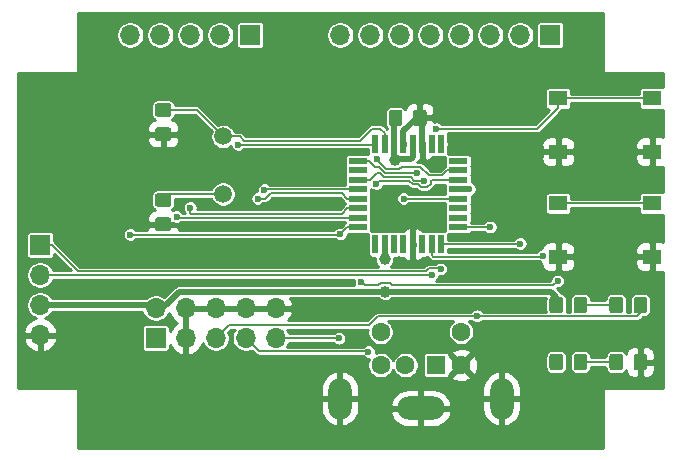
<source format=gbr>
G04 #@! TF.GenerationSoftware,KiCad,Pcbnew,(5.1.5-0-10_14)*
G04 #@! TF.CreationDate,2020-06-21T19:14:36+02:00*
G04 #@! TF.ProjectId,ps2zx,7073327a-782e-46b6-9963-61645f706362,rev?*
G04 #@! TF.SameCoordinates,Original*
G04 #@! TF.FileFunction,Copper,L1,Top*
G04 #@! TF.FilePolarity,Positive*
%FSLAX46Y46*%
G04 Gerber Fmt 4.6, Leading zero omitted, Abs format (unit mm)*
G04 Created by KiCad (PCBNEW (5.1.5-0-10_14)) date 2020-06-21 19:14:36*
%MOMM*%
%LPD*%
G04 APERTURE LIST*
%ADD10R,1.600000X0.550000*%
%ADD11R,0.550000X1.600000*%
%ADD12C,0.100000*%
%ADD13O,1.700000X1.700000*%
%ADD14R,1.700000X1.700000*%
%ADD15C,1.500000*%
%ADD16R,1.550000X1.300000*%
%ADD17O,4.000000X2.000000*%
%ADD18C,1.600000*%
%ADD19R,1.600000X1.600000*%
%ADD20O,2.000000X3.500000*%
%ADD21C,1.000000*%
%ADD22C,0.600000*%
%ADD23C,0.508000*%
%ADD24C,0.127000*%
%ADD25C,0.254000*%
G04 APERTURE END LIST*
D10*
X175106000Y-99563800D03*
X175106000Y-100363800D03*
X175106000Y-101163800D03*
X175106000Y-101963800D03*
X175106000Y-102763800D03*
X175106000Y-103563800D03*
X175106000Y-104363800D03*
X175106000Y-105163800D03*
D11*
X173656000Y-106613800D03*
X172856000Y-106613800D03*
X172056000Y-106613800D03*
X171256000Y-106613800D03*
X170456000Y-106613800D03*
X169656000Y-106613800D03*
X168856000Y-106613800D03*
X168056000Y-106613800D03*
D10*
X166606000Y-105163800D03*
X166606000Y-104363800D03*
X166606000Y-103563800D03*
X166606000Y-102763800D03*
X166606000Y-101963800D03*
X166606000Y-101163800D03*
X166606000Y-100363800D03*
X166606000Y-99563800D03*
D11*
X168056000Y-98113800D03*
X168856000Y-98113800D03*
X169656000Y-98113800D03*
X170456000Y-98113800D03*
X171256000Y-98113800D03*
X172056000Y-98113800D03*
X172856000Y-98113800D03*
X173656000Y-98113800D03*
G04 #@! TA.AperFunction,SMDPad,CuDef*
D12*
G36*
X170139505Y-95211604D02*
G01*
X170163773Y-95215204D01*
X170187572Y-95221165D01*
X170210671Y-95229430D01*
X170232850Y-95239920D01*
X170253893Y-95252532D01*
X170273599Y-95267147D01*
X170291777Y-95283623D01*
X170308253Y-95301801D01*
X170322868Y-95321507D01*
X170335480Y-95342550D01*
X170345970Y-95364729D01*
X170354235Y-95387828D01*
X170360196Y-95411627D01*
X170363796Y-95435895D01*
X170365000Y-95460399D01*
X170365000Y-96360401D01*
X170363796Y-96384905D01*
X170360196Y-96409173D01*
X170354235Y-96432972D01*
X170345970Y-96456071D01*
X170335480Y-96478250D01*
X170322868Y-96499293D01*
X170308253Y-96518999D01*
X170291777Y-96537177D01*
X170273599Y-96553653D01*
X170253893Y-96568268D01*
X170232850Y-96580880D01*
X170210671Y-96591370D01*
X170187572Y-96599635D01*
X170163773Y-96605596D01*
X170139505Y-96609196D01*
X170115001Y-96610400D01*
X169464999Y-96610400D01*
X169440495Y-96609196D01*
X169416227Y-96605596D01*
X169392428Y-96599635D01*
X169369329Y-96591370D01*
X169347150Y-96580880D01*
X169326107Y-96568268D01*
X169306401Y-96553653D01*
X169288223Y-96537177D01*
X169271747Y-96518999D01*
X169257132Y-96499293D01*
X169244520Y-96478250D01*
X169234030Y-96456071D01*
X169225765Y-96432972D01*
X169219804Y-96409173D01*
X169216204Y-96384905D01*
X169215000Y-96360401D01*
X169215000Y-95460399D01*
X169216204Y-95435895D01*
X169219804Y-95411627D01*
X169225765Y-95387828D01*
X169234030Y-95364729D01*
X169244520Y-95342550D01*
X169257132Y-95321507D01*
X169271747Y-95301801D01*
X169288223Y-95283623D01*
X169306401Y-95267147D01*
X169326107Y-95252532D01*
X169347150Y-95239920D01*
X169369329Y-95229430D01*
X169392428Y-95221165D01*
X169416227Y-95215204D01*
X169440495Y-95211604D01*
X169464999Y-95210400D01*
X170115001Y-95210400D01*
X170139505Y-95211604D01*
G37*
G04 #@! TD.AperFunction*
G04 #@! TA.AperFunction,SMDPad,CuDef*
G36*
X172189505Y-95211604D02*
G01*
X172213773Y-95215204D01*
X172237572Y-95221165D01*
X172260671Y-95229430D01*
X172282850Y-95239920D01*
X172303893Y-95252532D01*
X172323599Y-95267147D01*
X172341777Y-95283623D01*
X172358253Y-95301801D01*
X172372868Y-95321507D01*
X172385480Y-95342550D01*
X172395970Y-95364729D01*
X172404235Y-95387828D01*
X172410196Y-95411627D01*
X172413796Y-95435895D01*
X172415000Y-95460399D01*
X172415000Y-96360401D01*
X172413796Y-96384905D01*
X172410196Y-96409173D01*
X172404235Y-96432972D01*
X172395970Y-96456071D01*
X172385480Y-96478250D01*
X172372868Y-96499293D01*
X172358253Y-96518999D01*
X172341777Y-96537177D01*
X172323599Y-96553653D01*
X172303893Y-96568268D01*
X172282850Y-96580880D01*
X172260671Y-96591370D01*
X172237572Y-96599635D01*
X172213773Y-96605596D01*
X172189505Y-96609196D01*
X172165001Y-96610400D01*
X171514999Y-96610400D01*
X171490495Y-96609196D01*
X171466227Y-96605596D01*
X171442428Y-96599635D01*
X171419329Y-96591370D01*
X171397150Y-96580880D01*
X171376107Y-96568268D01*
X171356401Y-96553653D01*
X171338223Y-96537177D01*
X171321747Y-96518999D01*
X171307132Y-96499293D01*
X171294520Y-96478250D01*
X171284030Y-96456071D01*
X171275765Y-96432972D01*
X171269804Y-96409173D01*
X171266204Y-96384905D01*
X171265000Y-96360401D01*
X171265000Y-95460399D01*
X171266204Y-95435895D01*
X171269804Y-95411627D01*
X171275765Y-95387828D01*
X171284030Y-95364729D01*
X171294520Y-95342550D01*
X171307132Y-95321507D01*
X171321747Y-95301801D01*
X171338223Y-95283623D01*
X171356401Y-95267147D01*
X171376107Y-95252532D01*
X171397150Y-95239920D01*
X171419329Y-95229430D01*
X171442428Y-95221165D01*
X171466227Y-95215204D01*
X171490495Y-95211604D01*
X171514999Y-95210400D01*
X172165001Y-95210400D01*
X172189505Y-95211604D01*
G37*
G04 #@! TD.AperFunction*
G04 #@! TA.AperFunction,SMDPad,CuDef*
G36*
X185778505Y-115887204D02*
G01*
X185802773Y-115890804D01*
X185826572Y-115896765D01*
X185849671Y-115905030D01*
X185871850Y-115915520D01*
X185892893Y-115928132D01*
X185912599Y-115942747D01*
X185930777Y-115959223D01*
X185947253Y-115977401D01*
X185961868Y-115997107D01*
X185974480Y-116018150D01*
X185984970Y-116040329D01*
X185993235Y-116063428D01*
X185999196Y-116087227D01*
X186002796Y-116111495D01*
X186004000Y-116135999D01*
X186004000Y-117036001D01*
X186002796Y-117060505D01*
X185999196Y-117084773D01*
X185993235Y-117108572D01*
X185984970Y-117131671D01*
X185974480Y-117153850D01*
X185961868Y-117174893D01*
X185947253Y-117194599D01*
X185930777Y-117212777D01*
X185912599Y-117229253D01*
X185892893Y-117243868D01*
X185871850Y-117256480D01*
X185849671Y-117266970D01*
X185826572Y-117275235D01*
X185802773Y-117281196D01*
X185778505Y-117284796D01*
X185754001Y-117286000D01*
X185103999Y-117286000D01*
X185079495Y-117284796D01*
X185055227Y-117281196D01*
X185031428Y-117275235D01*
X185008329Y-117266970D01*
X184986150Y-117256480D01*
X184965107Y-117243868D01*
X184945401Y-117229253D01*
X184927223Y-117212777D01*
X184910747Y-117194599D01*
X184896132Y-117174893D01*
X184883520Y-117153850D01*
X184873030Y-117131671D01*
X184864765Y-117108572D01*
X184858804Y-117084773D01*
X184855204Y-117060505D01*
X184854000Y-117036001D01*
X184854000Y-116135999D01*
X184855204Y-116111495D01*
X184858804Y-116087227D01*
X184864765Y-116063428D01*
X184873030Y-116040329D01*
X184883520Y-116018150D01*
X184896132Y-115997107D01*
X184910747Y-115977401D01*
X184927223Y-115959223D01*
X184945401Y-115942747D01*
X184965107Y-115928132D01*
X184986150Y-115915520D01*
X185008329Y-115905030D01*
X185031428Y-115896765D01*
X185055227Y-115890804D01*
X185079495Y-115887204D01*
X185103999Y-115886000D01*
X185754001Y-115886000D01*
X185778505Y-115887204D01*
G37*
G04 #@! TD.AperFunction*
G04 #@! TA.AperFunction,SMDPad,CuDef*
G36*
X183728505Y-115887204D02*
G01*
X183752773Y-115890804D01*
X183776572Y-115896765D01*
X183799671Y-115905030D01*
X183821850Y-115915520D01*
X183842893Y-115928132D01*
X183862599Y-115942747D01*
X183880777Y-115959223D01*
X183897253Y-115977401D01*
X183911868Y-115997107D01*
X183924480Y-116018150D01*
X183934970Y-116040329D01*
X183943235Y-116063428D01*
X183949196Y-116087227D01*
X183952796Y-116111495D01*
X183954000Y-116135999D01*
X183954000Y-117036001D01*
X183952796Y-117060505D01*
X183949196Y-117084773D01*
X183943235Y-117108572D01*
X183934970Y-117131671D01*
X183924480Y-117153850D01*
X183911868Y-117174893D01*
X183897253Y-117194599D01*
X183880777Y-117212777D01*
X183862599Y-117229253D01*
X183842893Y-117243868D01*
X183821850Y-117256480D01*
X183799671Y-117266970D01*
X183776572Y-117275235D01*
X183752773Y-117281196D01*
X183728505Y-117284796D01*
X183704001Y-117286000D01*
X183053999Y-117286000D01*
X183029495Y-117284796D01*
X183005227Y-117281196D01*
X182981428Y-117275235D01*
X182958329Y-117266970D01*
X182936150Y-117256480D01*
X182915107Y-117243868D01*
X182895401Y-117229253D01*
X182877223Y-117212777D01*
X182860747Y-117194599D01*
X182846132Y-117174893D01*
X182833520Y-117153850D01*
X182823030Y-117131671D01*
X182814765Y-117108572D01*
X182808804Y-117084773D01*
X182805204Y-117060505D01*
X182804000Y-117036001D01*
X182804000Y-116135999D01*
X182805204Y-116111495D01*
X182808804Y-116087227D01*
X182814765Y-116063428D01*
X182823030Y-116040329D01*
X182833520Y-116018150D01*
X182846132Y-115997107D01*
X182860747Y-115977401D01*
X182877223Y-115959223D01*
X182895401Y-115942747D01*
X182915107Y-115928132D01*
X182936150Y-115915520D01*
X182958329Y-115905030D01*
X182981428Y-115896765D01*
X183005227Y-115890804D01*
X183029495Y-115887204D01*
X183053999Y-115886000D01*
X183704001Y-115886000D01*
X183728505Y-115887204D01*
G37*
G04 #@! TD.AperFunction*
D13*
X165100000Y-88900000D03*
X167640000Y-88900000D03*
X170180000Y-88900000D03*
X172720000Y-88900000D03*
X175260000Y-88900000D03*
X177800000Y-88900000D03*
X180340000Y-88900000D03*
D14*
X182880000Y-88900000D03*
G04 #@! TA.AperFunction,SMDPad,CuDef*
D12*
G36*
X188808505Y-115887204D02*
G01*
X188832773Y-115890804D01*
X188856572Y-115896765D01*
X188879671Y-115905030D01*
X188901850Y-115915520D01*
X188922893Y-115928132D01*
X188942599Y-115942747D01*
X188960777Y-115959223D01*
X188977253Y-115977401D01*
X188991868Y-115997107D01*
X189004480Y-116018150D01*
X189014970Y-116040329D01*
X189023235Y-116063428D01*
X189029196Y-116087227D01*
X189032796Y-116111495D01*
X189034000Y-116135999D01*
X189034000Y-117036001D01*
X189032796Y-117060505D01*
X189029196Y-117084773D01*
X189023235Y-117108572D01*
X189014970Y-117131671D01*
X189004480Y-117153850D01*
X188991868Y-117174893D01*
X188977253Y-117194599D01*
X188960777Y-117212777D01*
X188942599Y-117229253D01*
X188922893Y-117243868D01*
X188901850Y-117256480D01*
X188879671Y-117266970D01*
X188856572Y-117275235D01*
X188832773Y-117281196D01*
X188808505Y-117284796D01*
X188784001Y-117286000D01*
X188133999Y-117286000D01*
X188109495Y-117284796D01*
X188085227Y-117281196D01*
X188061428Y-117275235D01*
X188038329Y-117266970D01*
X188016150Y-117256480D01*
X187995107Y-117243868D01*
X187975401Y-117229253D01*
X187957223Y-117212777D01*
X187940747Y-117194599D01*
X187926132Y-117174893D01*
X187913520Y-117153850D01*
X187903030Y-117131671D01*
X187894765Y-117108572D01*
X187888804Y-117084773D01*
X187885204Y-117060505D01*
X187884000Y-117036001D01*
X187884000Y-116135999D01*
X187885204Y-116111495D01*
X187888804Y-116087227D01*
X187894765Y-116063428D01*
X187903030Y-116040329D01*
X187913520Y-116018150D01*
X187926132Y-115997107D01*
X187940747Y-115977401D01*
X187957223Y-115959223D01*
X187975401Y-115942747D01*
X187995107Y-115928132D01*
X188016150Y-115915520D01*
X188038329Y-115905030D01*
X188061428Y-115896765D01*
X188085227Y-115890804D01*
X188109495Y-115887204D01*
X188133999Y-115886000D01*
X188784001Y-115886000D01*
X188808505Y-115887204D01*
G37*
G04 #@! TD.AperFunction*
G04 #@! TA.AperFunction,SMDPad,CuDef*
G36*
X190858505Y-115887204D02*
G01*
X190882773Y-115890804D01*
X190906572Y-115896765D01*
X190929671Y-115905030D01*
X190951850Y-115915520D01*
X190972893Y-115928132D01*
X190992599Y-115942747D01*
X191010777Y-115959223D01*
X191027253Y-115977401D01*
X191041868Y-115997107D01*
X191054480Y-116018150D01*
X191064970Y-116040329D01*
X191073235Y-116063428D01*
X191079196Y-116087227D01*
X191082796Y-116111495D01*
X191084000Y-116135999D01*
X191084000Y-117036001D01*
X191082796Y-117060505D01*
X191079196Y-117084773D01*
X191073235Y-117108572D01*
X191064970Y-117131671D01*
X191054480Y-117153850D01*
X191041868Y-117174893D01*
X191027253Y-117194599D01*
X191010777Y-117212777D01*
X190992599Y-117229253D01*
X190972893Y-117243868D01*
X190951850Y-117256480D01*
X190929671Y-117266970D01*
X190906572Y-117275235D01*
X190882773Y-117281196D01*
X190858505Y-117284796D01*
X190834001Y-117286000D01*
X190183999Y-117286000D01*
X190159495Y-117284796D01*
X190135227Y-117281196D01*
X190111428Y-117275235D01*
X190088329Y-117266970D01*
X190066150Y-117256480D01*
X190045107Y-117243868D01*
X190025401Y-117229253D01*
X190007223Y-117212777D01*
X189990747Y-117194599D01*
X189976132Y-117174893D01*
X189963520Y-117153850D01*
X189953030Y-117131671D01*
X189944765Y-117108572D01*
X189938804Y-117084773D01*
X189935204Y-117060505D01*
X189934000Y-117036001D01*
X189934000Y-116135999D01*
X189935204Y-116111495D01*
X189938804Y-116087227D01*
X189944765Y-116063428D01*
X189953030Y-116040329D01*
X189963520Y-116018150D01*
X189976132Y-115997107D01*
X189990747Y-115977401D01*
X190007223Y-115959223D01*
X190025401Y-115942747D01*
X190045107Y-115928132D01*
X190066150Y-115915520D01*
X190088329Y-115905030D01*
X190111428Y-115896765D01*
X190135227Y-115890804D01*
X190159495Y-115887204D01*
X190183999Y-115886000D01*
X190834001Y-115886000D01*
X190858505Y-115887204D01*
G37*
G04 #@! TD.AperFunction*
G04 #@! TA.AperFunction,SMDPad,CuDef*
G36*
X185778505Y-111061204D02*
G01*
X185802773Y-111064804D01*
X185826572Y-111070765D01*
X185849671Y-111079030D01*
X185871850Y-111089520D01*
X185892893Y-111102132D01*
X185912599Y-111116747D01*
X185930777Y-111133223D01*
X185947253Y-111151401D01*
X185961868Y-111171107D01*
X185974480Y-111192150D01*
X185984970Y-111214329D01*
X185993235Y-111237428D01*
X185999196Y-111261227D01*
X186002796Y-111285495D01*
X186004000Y-111309999D01*
X186004000Y-112210001D01*
X186002796Y-112234505D01*
X185999196Y-112258773D01*
X185993235Y-112282572D01*
X185984970Y-112305671D01*
X185974480Y-112327850D01*
X185961868Y-112348893D01*
X185947253Y-112368599D01*
X185930777Y-112386777D01*
X185912599Y-112403253D01*
X185892893Y-112417868D01*
X185871850Y-112430480D01*
X185849671Y-112440970D01*
X185826572Y-112449235D01*
X185802773Y-112455196D01*
X185778505Y-112458796D01*
X185754001Y-112460000D01*
X185103999Y-112460000D01*
X185079495Y-112458796D01*
X185055227Y-112455196D01*
X185031428Y-112449235D01*
X185008329Y-112440970D01*
X184986150Y-112430480D01*
X184965107Y-112417868D01*
X184945401Y-112403253D01*
X184927223Y-112386777D01*
X184910747Y-112368599D01*
X184896132Y-112348893D01*
X184883520Y-112327850D01*
X184873030Y-112305671D01*
X184864765Y-112282572D01*
X184858804Y-112258773D01*
X184855204Y-112234505D01*
X184854000Y-112210001D01*
X184854000Y-111309999D01*
X184855204Y-111285495D01*
X184858804Y-111261227D01*
X184864765Y-111237428D01*
X184873030Y-111214329D01*
X184883520Y-111192150D01*
X184896132Y-111171107D01*
X184910747Y-111151401D01*
X184927223Y-111133223D01*
X184945401Y-111116747D01*
X184965107Y-111102132D01*
X184986150Y-111089520D01*
X185008329Y-111079030D01*
X185031428Y-111070765D01*
X185055227Y-111064804D01*
X185079495Y-111061204D01*
X185103999Y-111060000D01*
X185754001Y-111060000D01*
X185778505Y-111061204D01*
G37*
G04 #@! TD.AperFunction*
G04 #@! TA.AperFunction,SMDPad,CuDef*
G36*
X183728505Y-111061204D02*
G01*
X183752773Y-111064804D01*
X183776572Y-111070765D01*
X183799671Y-111079030D01*
X183821850Y-111089520D01*
X183842893Y-111102132D01*
X183862599Y-111116747D01*
X183880777Y-111133223D01*
X183897253Y-111151401D01*
X183911868Y-111171107D01*
X183924480Y-111192150D01*
X183934970Y-111214329D01*
X183943235Y-111237428D01*
X183949196Y-111261227D01*
X183952796Y-111285495D01*
X183954000Y-111309999D01*
X183954000Y-112210001D01*
X183952796Y-112234505D01*
X183949196Y-112258773D01*
X183943235Y-112282572D01*
X183934970Y-112305671D01*
X183924480Y-112327850D01*
X183911868Y-112348893D01*
X183897253Y-112368599D01*
X183880777Y-112386777D01*
X183862599Y-112403253D01*
X183842893Y-112417868D01*
X183821850Y-112430480D01*
X183799671Y-112440970D01*
X183776572Y-112449235D01*
X183752773Y-112455196D01*
X183728505Y-112458796D01*
X183704001Y-112460000D01*
X183053999Y-112460000D01*
X183029495Y-112458796D01*
X183005227Y-112455196D01*
X182981428Y-112449235D01*
X182958329Y-112440970D01*
X182936150Y-112430480D01*
X182915107Y-112417868D01*
X182895401Y-112403253D01*
X182877223Y-112386777D01*
X182860747Y-112368599D01*
X182846132Y-112348893D01*
X182833520Y-112327850D01*
X182823030Y-112305671D01*
X182814765Y-112282572D01*
X182808804Y-112258773D01*
X182805204Y-112234505D01*
X182804000Y-112210001D01*
X182804000Y-111309999D01*
X182805204Y-111285495D01*
X182808804Y-111261227D01*
X182814765Y-111237428D01*
X182823030Y-111214329D01*
X182833520Y-111192150D01*
X182846132Y-111171107D01*
X182860747Y-111151401D01*
X182877223Y-111133223D01*
X182895401Y-111116747D01*
X182915107Y-111102132D01*
X182936150Y-111089520D01*
X182958329Y-111079030D01*
X182981428Y-111070765D01*
X183005227Y-111064804D01*
X183029495Y-111061204D01*
X183053999Y-111060000D01*
X183704001Y-111060000D01*
X183728505Y-111061204D01*
G37*
G04 #@! TD.AperFunction*
G04 #@! TA.AperFunction,SMDPad,CuDef*
G36*
X188808505Y-111061204D02*
G01*
X188832773Y-111064804D01*
X188856572Y-111070765D01*
X188879671Y-111079030D01*
X188901850Y-111089520D01*
X188922893Y-111102132D01*
X188942599Y-111116747D01*
X188960777Y-111133223D01*
X188977253Y-111151401D01*
X188991868Y-111171107D01*
X189004480Y-111192150D01*
X189014970Y-111214329D01*
X189023235Y-111237428D01*
X189029196Y-111261227D01*
X189032796Y-111285495D01*
X189034000Y-111309999D01*
X189034000Y-112210001D01*
X189032796Y-112234505D01*
X189029196Y-112258773D01*
X189023235Y-112282572D01*
X189014970Y-112305671D01*
X189004480Y-112327850D01*
X188991868Y-112348893D01*
X188977253Y-112368599D01*
X188960777Y-112386777D01*
X188942599Y-112403253D01*
X188922893Y-112417868D01*
X188901850Y-112430480D01*
X188879671Y-112440970D01*
X188856572Y-112449235D01*
X188832773Y-112455196D01*
X188808505Y-112458796D01*
X188784001Y-112460000D01*
X188133999Y-112460000D01*
X188109495Y-112458796D01*
X188085227Y-112455196D01*
X188061428Y-112449235D01*
X188038329Y-112440970D01*
X188016150Y-112430480D01*
X187995107Y-112417868D01*
X187975401Y-112403253D01*
X187957223Y-112386777D01*
X187940747Y-112368599D01*
X187926132Y-112348893D01*
X187913520Y-112327850D01*
X187903030Y-112305671D01*
X187894765Y-112282572D01*
X187888804Y-112258773D01*
X187885204Y-112234505D01*
X187884000Y-112210001D01*
X187884000Y-111309999D01*
X187885204Y-111285495D01*
X187888804Y-111261227D01*
X187894765Y-111237428D01*
X187903030Y-111214329D01*
X187913520Y-111192150D01*
X187926132Y-111171107D01*
X187940747Y-111151401D01*
X187957223Y-111133223D01*
X187975401Y-111116747D01*
X187995107Y-111102132D01*
X188016150Y-111089520D01*
X188038329Y-111079030D01*
X188061428Y-111070765D01*
X188085227Y-111064804D01*
X188109495Y-111061204D01*
X188133999Y-111060000D01*
X188784001Y-111060000D01*
X188808505Y-111061204D01*
G37*
G04 #@! TD.AperFunction*
G04 #@! TA.AperFunction,SMDPad,CuDef*
G36*
X190858505Y-111061204D02*
G01*
X190882773Y-111064804D01*
X190906572Y-111070765D01*
X190929671Y-111079030D01*
X190951850Y-111089520D01*
X190972893Y-111102132D01*
X190992599Y-111116747D01*
X191010777Y-111133223D01*
X191027253Y-111151401D01*
X191041868Y-111171107D01*
X191054480Y-111192150D01*
X191064970Y-111214329D01*
X191073235Y-111237428D01*
X191079196Y-111261227D01*
X191082796Y-111285495D01*
X191084000Y-111309999D01*
X191084000Y-112210001D01*
X191082796Y-112234505D01*
X191079196Y-112258773D01*
X191073235Y-112282572D01*
X191064970Y-112305671D01*
X191054480Y-112327850D01*
X191041868Y-112348893D01*
X191027253Y-112368599D01*
X191010777Y-112386777D01*
X190992599Y-112403253D01*
X190972893Y-112417868D01*
X190951850Y-112430480D01*
X190929671Y-112440970D01*
X190906572Y-112449235D01*
X190882773Y-112455196D01*
X190858505Y-112458796D01*
X190834001Y-112460000D01*
X190183999Y-112460000D01*
X190159495Y-112458796D01*
X190135227Y-112455196D01*
X190111428Y-112449235D01*
X190088329Y-112440970D01*
X190066150Y-112430480D01*
X190045107Y-112417868D01*
X190025401Y-112403253D01*
X190007223Y-112386777D01*
X189990747Y-112368599D01*
X189976132Y-112348893D01*
X189963520Y-112327850D01*
X189953030Y-112305671D01*
X189944765Y-112282572D01*
X189938804Y-112258773D01*
X189935204Y-112234505D01*
X189934000Y-112210001D01*
X189934000Y-111309999D01*
X189935204Y-111285495D01*
X189938804Y-111261227D01*
X189944765Y-111237428D01*
X189953030Y-111214329D01*
X189963520Y-111192150D01*
X189976132Y-111171107D01*
X189990747Y-111151401D01*
X190007223Y-111133223D01*
X190025401Y-111116747D01*
X190045107Y-111102132D01*
X190066150Y-111089520D01*
X190088329Y-111079030D01*
X190111428Y-111070765D01*
X190135227Y-111064804D01*
X190159495Y-111061204D01*
X190183999Y-111060000D01*
X190834001Y-111060000D01*
X190858505Y-111061204D01*
G37*
G04 #@! TD.AperFunction*
D15*
X155194000Y-97482000D03*
X155194000Y-102362000D03*
G04 #@! TA.AperFunction,SMDPad,CuDef*
D12*
G36*
X150588505Y-96717204D02*
G01*
X150612773Y-96720804D01*
X150636572Y-96726765D01*
X150659671Y-96735030D01*
X150681850Y-96745520D01*
X150702893Y-96758132D01*
X150722599Y-96772747D01*
X150740777Y-96789223D01*
X150757253Y-96807401D01*
X150771868Y-96827107D01*
X150784480Y-96848150D01*
X150794970Y-96870329D01*
X150803235Y-96893428D01*
X150809196Y-96917227D01*
X150812796Y-96941495D01*
X150814000Y-96965999D01*
X150814000Y-97616001D01*
X150812796Y-97640505D01*
X150809196Y-97664773D01*
X150803235Y-97688572D01*
X150794970Y-97711671D01*
X150784480Y-97733850D01*
X150771868Y-97754893D01*
X150757253Y-97774599D01*
X150740777Y-97792777D01*
X150722599Y-97809253D01*
X150702893Y-97823868D01*
X150681850Y-97836480D01*
X150659671Y-97846970D01*
X150636572Y-97855235D01*
X150612773Y-97861196D01*
X150588505Y-97864796D01*
X150564001Y-97866000D01*
X149663999Y-97866000D01*
X149639495Y-97864796D01*
X149615227Y-97861196D01*
X149591428Y-97855235D01*
X149568329Y-97846970D01*
X149546150Y-97836480D01*
X149525107Y-97823868D01*
X149505401Y-97809253D01*
X149487223Y-97792777D01*
X149470747Y-97774599D01*
X149456132Y-97754893D01*
X149443520Y-97733850D01*
X149433030Y-97711671D01*
X149424765Y-97688572D01*
X149418804Y-97664773D01*
X149415204Y-97640505D01*
X149414000Y-97616001D01*
X149414000Y-96965999D01*
X149415204Y-96941495D01*
X149418804Y-96917227D01*
X149424765Y-96893428D01*
X149433030Y-96870329D01*
X149443520Y-96848150D01*
X149456132Y-96827107D01*
X149470747Y-96807401D01*
X149487223Y-96789223D01*
X149505401Y-96772747D01*
X149525107Y-96758132D01*
X149546150Y-96745520D01*
X149568329Y-96735030D01*
X149591428Y-96726765D01*
X149615227Y-96720804D01*
X149639495Y-96717204D01*
X149663999Y-96716000D01*
X150564001Y-96716000D01*
X150588505Y-96717204D01*
G37*
G04 #@! TD.AperFunction*
G04 #@! TA.AperFunction,SMDPad,CuDef*
G36*
X150588505Y-94667204D02*
G01*
X150612773Y-94670804D01*
X150636572Y-94676765D01*
X150659671Y-94685030D01*
X150681850Y-94695520D01*
X150702893Y-94708132D01*
X150722599Y-94722747D01*
X150740777Y-94739223D01*
X150757253Y-94757401D01*
X150771868Y-94777107D01*
X150784480Y-94798150D01*
X150794970Y-94820329D01*
X150803235Y-94843428D01*
X150809196Y-94867227D01*
X150812796Y-94891495D01*
X150814000Y-94915999D01*
X150814000Y-95566001D01*
X150812796Y-95590505D01*
X150809196Y-95614773D01*
X150803235Y-95638572D01*
X150794970Y-95661671D01*
X150784480Y-95683850D01*
X150771868Y-95704893D01*
X150757253Y-95724599D01*
X150740777Y-95742777D01*
X150722599Y-95759253D01*
X150702893Y-95773868D01*
X150681850Y-95786480D01*
X150659671Y-95796970D01*
X150636572Y-95805235D01*
X150612773Y-95811196D01*
X150588505Y-95814796D01*
X150564001Y-95816000D01*
X149663999Y-95816000D01*
X149639495Y-95814796D01*
X149615227Y-95811196D01*
X149591428Y-95805235D01*
X149568329Y-95796970D01*
X149546150Y-95786480D01*
X149525107Y-95773868D01*
X149505401Y-95759253D01*
X149487223Y-95742777D01*
X149470747Y-95724599D01*
X149456132Y-95704893D01*
X149443520Y-95683850D01*
X149433030Y-95661671D01*
X149424765Y-95638572D01*
X149418804Y-95614773D01*
X149415204Y-95590505D01*
X149414000Y-95566001D01*
X149414000Y-94915999D01*
X149415204Y-94891495D01*
X149418804Y-94867227D01*
X149424765Y-94843428D01*
X149433030Y-94820329D01*
X149443520Y-94798150D01*
X149456132Y-94777107D01*
X149470747Y-94757401D01*
X149487223Y-94739223D01*
X149505401Y-94722747D01*
X149525107Y-94708132D01*
X149546150Y-94695520D01*
X149568329Y-94685030D01*
X149591428Y-94676765D01*
X149615227Y-94670804D01*
X149639495Y-94667204D01*
X149663999Y-94666000D01*
X150564001Y-94666000D01*
X150588505Y-94667204D01*
G37*
G04 #@! TD.AperFunction*
G04 #@! TA.AperFunction,SMDPad,CuDef*
G36*
X150588505Y-104337204D02*
G01*
X150612773Y-104340804D01*
X150636572Y-104346765D01*
X150659671Y-104355030D01*
X150681850Y-104365520D01*
X150702893Y-104378132D01*
X150722599Y-104392747D01*
X150740777Y-104409223D01*
X150757253Y-104427401D01*
X150771868Y-104447107D01*
X150784480Y-104468150D01*
X150794970Y-104490329D01*
X150803235Y-104513428D01*
X150809196Y-104537227D01*
X150812796Y-104561495D01*
X150814000Y-104585999D01*
X150814000Y-105236001D01*
X150812796Y-105260505D01*
X150809196Y-105284773D01*
X150803235Y-105308572D01*
X150794970Y-105331671D01*
X150784480Y-105353850D01*
X150771868Y-105374893D01*
X150757253Y-105394599D01*
X150740777Y-105412777D01*
X150722599Y-105429253D01*
X150702893Y-105443868D01*
X150681850Y-105456480D01*
X150659671Y-105466970D01*
X150636572Y-105475235D01*
X150612773Y-105481196D01*
X150588505Y-105484796D01*
X150564001Y-105486000D01*
X149663999Y-105486000D01*
X149639495Y-105484796D01*
X149615227Y-105481196D01*
X149591428Y-105475235D01*
X149568329Y-105466970D01*
X149546150Y-105456480D01*
X149525107Y-105443868D01*
X149505401Y-105429253D01*
X149487223Y-105412777D01*
X149470747Y-105394599D01*
X149456132Y-105374893D01*
X149443520Y-105353850D01*
X149433030Y-105331671D01*
X149424765Y-105308572D01*
X149418804Y-105284773D01*
X149415204Y-105260505D01*
X149414000Y-105236001D01*
X149414000Y-104585999D01*
X149415204Y-104561495D01*
X149418804Y-104537227D01*
X149424765Y-104513428D01*
X149433030Y-104490329D01*
X149443520Y-104468150D01*
X149456132Y-104447107D01*
X149470747Y-104427401D01*
X149487223Y-104409223D01*
X149505401Y-104392747D01*
X149525107Y-104378132D01*
X149546150Y-104365520D01*
X149568329Y-104355030D01*
X149591428Y-104346765D01*
X149615227Y-104340804D01*
X149639495Y-104337204D01*
X149663999Y-104336000D01*
X150564001Y-104336000D01*
X150588505Y-104337204D01*
G37*
G04 #@! TD.AperFunction*
G04 #@! TA.AperFunction,SMDPad,CuDef*
G36*
X150588505Y-102287204D02*
G01*
X150612773Y-102290804D01*
X150636572Y-102296765D01*
X150659671Y-102305030D01*
X150681850Y-102315520D01*
X150702893Y-102328132D01*
X150722599Y-102342747D01*
X150740777Y-102359223D01*
X150757253Y-102377401D01*
X150771868Y-102397107D01*
X150784480Y-102418150D01*
X150794970Y-102440329D01*
X150803235Y-102463428D01*
X150809196Y-102487227D01*
X150812796Y-102511495D01*
X150814000Y-102535999D01*
X150814000Y-103186001D01*
X150812796Y-103210505D01*
X150809196Y-103234773D01*
X150803235Y-103258572D01*
X150794970Y-103281671D01*
X150784480Y-103303850D01*
X150771868Y-103324893D01*
X150757253Y-103344599D01*
X150740777Y-103362777D01*
X150722599Y-103379253D01*
X150702893Y-103393868D01*
X150681850Y-103406480D01*
X150659671Y-103416970D01*
X150636572Y-103425235D01*
X150612773Y-103431196D01*
X150588505Y-103434796D01*
X150564001Y-103436000D01*
X149663999Y-103436000D01*
X149639495Y-103434796D01*
X149615227Y-103431196D01*
X149591428Y-103425235D01*
X149568329Y-103416970D01*
X149546150Y-103406480D01*
X149525107Y-103393868D01*
X149505401Y-103379253D01*
X149487223Y-103362777D01*
X149470747Y-103344599D01*
X149456132Y-103324893D01*
X149443520Y-103303850D01*
X149433030Y-103281671D01*
X149424765Y-103258572D01*
X149418804Y-103234773D01*
X149415204Y-103210505D01*
X149414000Y-103186001D01*
X149414000Y-102535999D01*
X149415204Y-102511495D01*
X149418804Y-102487227D01*
X149424765Y-102463428D01*
X149433030Y-102440329D01*
X149443520Y-102418150D01*
X149456132Y-102397107D01*
X149470747Y-102377401D01*
X149487223Y-102359223D01*
X149505401Y-102342747D01*
X149525107Y-102328132D01*
X149546150Y-102315520D01*
X149568329Y-102305030D01*
X149591428Y-102296765D01*
X149615227Y-102290804D01*
X149639495Y-102287204D01*
X149663999Y-102286000D01*
X150564001Y-102286000D01*
X150588505Y-102287204D01*
G37*
G04 #@! TD.AperFunction*
D13*
X139700000Y-114300000D03*
X139700000Y-111760000D03*
X139700000Y-109220000D03*
D14*
X139700000Y-106680000D03*
D13*
X159639000Y-112014000D03*
X159639000Y-114554000D03*
X157099000Y-112014000D03*
X157099000Y-114554000D03*
X154559000Y-112014000D03*
X154559000Y-114554000D03*
X152019000Y-112014000D03*
X152019000Y-114554000D03*
X149479000Y-112014000D03*
D14*
X149479000Y-114554000D03*
D16*
X191503200Y-107660000D03*
X191503200Y-103160000D03*
X183553200Y-103160000D03*
X183553200Y-107660000D03*
X191503200Y-98770000D03*
X191503200Y-94270000D03*
X183553200Y-94270000D03*
X183553200Y-98770000D03*
D17*
X171928000Y-120490000D03*
D18*
X168528000Y-114040000D03*
X175328000Y-114040000D03*
X168528000Y-116840000D03*
X175328000Y-116840000D03*
X170628000Y-116840000D03*
D19*
X173228000Y-116840000D03*
D20*
X178778000Y-119690000D03*
X165078000Y-119690000D03*
D13*
X147320000Y-88900000D03*
X149860000Y-88900000D03*
X152400000Y-88900000D03*
X154940000Y-88900000D03*
D14*
X157480000Y-88900000D03*
D21*
X168910000Y-110617000D03*
X169743713Y-99460409D03*
X168855999Y-107876809D03*
X183337200Y-111810800D03*
X183379000Y-116586000D03*
D22*
X175460010Y-99563800D03*
X171571998Y-100600300D03*
X147320000Y-105791000D03*
X164998400Y-114579400D03*
X165101300Y-105741500D03*
X151257000Y-104267000D03*
X152400000Y-103505000D03*
X158115000Y-102743000D03*
X158678500Y-101981000D03*
X168198800Y-99413802D03*
X168148000Y-101498400D03*
X170459400Y-102743000D03*
X174569500Y-103538802D03*
X175133000Y-104388798D03*
X177800000Y-105156000D03*
X180340000Y-106553000D03*
X182278198Y-107569000D03*
X172847000Y-109220000D03*
X172856000Y-98113800D03*
X173609000Y-108712000D03*
X173656000Y-98113800D03*
X166497000Y-100338802D03*
X166878000Y-109783500D03*
X183515000Y-109728000D03*
X183553200Y-103160000D03*
X172212000Y-101219000D03*
X173245375Y-96827056D03*
X167487600Y-115697000D03*
X168056000Y-106613800D03*
X156464000Y-98171000D03*
X176682400Y-112674400D03*
X176023510Y-101930514D03*
D23*
X182936000Y-110617000D02*
X183379000Y-111060000D01*
X150343078Y-111760000D02*
X151486078Y-110617000D01*
X139700000Y-111760000D02*
X150343078Y-111760000D01*
X171256000Y-99206002D02*
X171256000Y-98113800D01*
X171094201Y-99367801D02*
X171256000Y-99206002D01*
X169817799Y-99367801D02*
X171094201Y-99367801D01*
X169656000Y-99206002D02*
X169817799Y-99367801D01*
X169656000Y-98113800D02*
X169656000Y-99206002D01*
X168783000Y-110617000D02*
X168910000Y-110617000D01*
X151486078Y-110617000D02*
X168783000Y-110617000D01*
X168783000Y-110617000D02*
X182936000Y-110617000D01*
X168855999Y-106613801D02*
X168856000Y-106613800D01*
X168855999Y-107876809D02*
X168855999Y-106613801D01*
X183379000Y-111769000D02*
X183337200Y-111810800D01*
X183379000Y-111760000D02*
X183379000Y-111769000D01*
X183379000Y-111060000D02*
X183337200Y-111810800D01*
X169656000Y-96044400D02*
X169656000Y-98113800D01*
X169790000Y-95910400D02*
X169656000Y-96044400D01*
X172056000Y-96126400D02*
X172056000Y-98113800D01*
X171840000Y-95910400D02*
X172056000Y-96126400D01*
X171567198Y-95910400D02*
X171840000Y-95910400D01*
X170456000Y-97021598D02*
X171567198Y-95910400D01*
X170456000Y-98113800D02*
X170456000Y-97021598D01*
D24*
X168922838Y-100600300D02*
X171571998Y-100600300D01*
X168398538Y-100076000D02*
X168922838Y-100600300D01*
X166606000Y-99563800D02*
X167533000Y-99563800D01*
X168046400Y-100076000D02*
X168398538Y-100076000D01*
X167768200Y-99797800D02*
X168046400Y-100076000D01*
X167767000Y-99797800D02*
X167768200Y-99797800D01*
X167533000Y-99563800D02*
X167767000Y-99797800D01*
X165051800Y-105791000D02*
X147320000Y-105791000D01*
X166606000Y-105163800D02*
X165679000Y-105163800D01*
X164973000Y-114554000D02*
X164998400Y-114579400D01*
X159639000Y-114554000D02*
X164973000Y-114554000D01*
X165101300Y-105741500D02*
X165051800Y-105791000D01*
X165679000Y-105163800D02*
X165101300Y-105741500D01*
X151353800Y-104363800D02*
X151257000Y-104267000D01*
X166606000Y-104363800D02*
X151353800Y-104363800D01*
X165679000Y-103563800D02*
X165229800Y-104013000D01*
X152400000Y-103929264D02*
X152400000Y-103505000D01*
X152483736Y-104013000D02*
X152400000Y-103929264D01*
X165229800Y-104013000D02*
X152483736Y-104013000D01*
X166606000Y-103563800D02*
X165679000Y-103563800D01*
X158539264Y-102743000D02*
X158115000Y-102743000D01*
X158750482Y-102743000D02*
X158539264Y-102743000D01*
X159202672Y-102290810D02*
X158750482Y-102743000D01*
X165679000Y-102763800D02*
X165227000Y-102311800D01*
X165155810Y-102290810D02*
X159202672Y-102290810D01*
X165176800Y-102311800D02*
X165155810Y-102290810D01*
X165227000Y-102311800D02*
X165176800Y-102311800D01*
X166606000Y-102763800D02*
X165679000Y-102763800D01*
X158695700Y-101963800D02*
X158678500Y-101981000D01*
X166606000Y-101963800D02*
X158695700Y-101963800D01*
X170297305Y-100036799D02*
X170110194Y-100223910D01*
X175106000Y-100363800D02*
X174159400Y-100363800D01*
X171863781Y-100036799D02*
X170297305Y-100036799D01*
X168498799Y-99713801D02*
X168198800Y-99413802D01*
X169008908Y-100223910D02*
X168498799Y-99713801D01*
X170110194Y-100223910D02*
X169008908Y-100223910D01*
X172614182Y-100787200D02*
X171863781Y-100036799D01*
X173736000Y-100787200D02*
X172614182Y-100787200D01*
X174159400Y-100363800D02*
X173736000Y-100787200D01*
X175106000Y-101163800D02*
X173101182Y-101163800D01*
X172482481Y-101782501D02*
X171941519Y-101782501D01*
X172775501Y-101265099D02*
X172775501Y-101489481D01*
X172775501Y-101489481D02*
X172482481Y-101782501D01*
X172876800Y-101163800D02*
X172775501Y-101265099D01*
X173101182Y-101163800D02*
X172876800Y-101163800D01*
X171941519Y-101782501D02*
X171705028Y-101546010D01*
X171221265Y-101546010D02*
X170945055Y-101269800D01*
X171705028Y-101546010D02*
X171221265Y-101546010D01*
X170942000Y-101269800D02*
X170926520Y-101254320D01*
X170945055Y-101269800D02*
X170942000Y-101269800D01*
X170926520Y-101254320D02*
X169519600Y-101254320D01*
X168392080Y-101254320D02*
X168148000Y-101498400D01*
X169519600Y-101254320D02*
X168392080Y-101254320D01*
X170480200Y-102763800D02*
X170459400Y-102743000D01*
X175106000Y-102763800D02*
X170480200Y-102763800D01*
X174594498Y-103563800D02*
X174569500Y-103538802D01*
X175106000Y-103563800D02*
X174594498Y-103563800D01*
X175108002Y-104363800D02*
X175133000Y-104388798D01*
X175106000Y-104363800D02*
X175108002Y-104363800D01*
X177792200Y-105163800D02*
X177800000Y-105156000D01*
X175106000Y-105163800D02*
X177792200Y-105163800D01*
X180279200Y-106613800D02*
X180340000Y-106553000D01*
X173656000Y-106613800D02*
X180279200Y-106613800D01*
X182169897Y-107677301D02*
X182278198Y-107569000D01*
X172856000Y-107540800D02*
X172992501Y-107677301D01*
X172992501Y-107677301D02*
X182169897Y-107677301D01*
X172856000Y-106613800D02*
X172856000Y-107540800D01*
X139700000Y-109220000D02*
X172847000Y-109220000D01*
X140677000Y-106680000D02*
X142889990Y-108892990D01*
X139700000Y-106680000D02*
X140677000Y-106680000D01*
X142889990Y-108892990D02*
X168529000Y-108892990D01*
X168529000Y-108892990D02*
X172340028Y-108892990D01*
X173553499Y-108656499D02*
X173609000Y-108712000D01*
X172576519Y-108656499D02*
X173553499Y-108656499D01*
X172340028Y-108892990D02*
X172576519Y-108656499D01*
X166521998Y-100363800D02*
X166497000Y-100338802D01*
X166606000Y-100363800D02*
X166521998Y-100363800D01*
X183553200Y-103160000D02*
X191503200Y-103160000D01*
X167193990Y-110099490D02*
X166878000Y-109783500D01*
X168284510Y-110099490D02*
X167193990Y-110099490D01*
X183143510Y-110099490D02*
X169522472Y-110099490D01*
X168530501Y-109853499D02*
X168284510Y-110099490D01*
X169276481Y-109853499D02*
X168530501Y-109853499D01*
X169522472Y-110099490D02*
X169276481Y-109853499D01*
X183515000Y-109728000D02*
X183143510Y-110099490D01*
X181773144Y-96827056D02*
X183553200Y-95047000D01*
X183553200Y-95047000D02*
X183553200Y-94270000D01*
X173245375Y-96827056D02*
X181773144Y-96827056D01*
X183553200Y-94270000D02*
X191503200Y-94270000D01*
X171787736Y-101219000D02*
X172212000Y-101219000D01*
X171356716Y-101219000D02*
X171787736Y-101219000D01*
X168469478Y-100609400D02*
X168787387Y-100927310D01*
X168787387Y-100927310D02*
X171065026Y-100927310D01*
X166606000Y-101163800D02*
X167644400Y-101163800D01*
X168198800Y-100609400D02*
X168469478Y-100609400D01*
X171065026Y-100927310D02*
X171356716Y-101219000D01*
X167644400Y-101163800D02*
X168198800Y-100609400D01*
X167458101Y-115667501D02*
X167487600Y-115697000D01*
X158212501Y-115667501D02*
X167458101Y-115667501D01*
X157099000Y-114554000D02*
X158212501Y-115667501D01*
X152953000Y-95241000D02*
X155194000Y-97482000D01*
X150114000Y-95241000D02*
X152953000Y-95241000D01*
X168856000Y-97186800D02*
X168856000Y-98113800D01*
X167803598Y-96816900D02*
X166776508Y-97843990D01*
X168486100Y-96816900D02*
X167803598Y-96816900D01*
X168486100Y-96816900D02*
X168856000Y-97186800D01*
X156254660Y-97482000D02*
X155194000Y-97482000D01*
X156608982Y-97482000D02*
X156254660Y-97482000D01*
X156970972Y-97843990D02*
X156608982Y-97482000D01*
X166776508Y-97843990D02*
X156970972Y-97843990D01*
X154695000Y-102861000D02*
X155194000Y-102362000D01*
X150613000Y-102362000D02*
X150114000Y-102861000D01*
X155194000Y-102362000D02*
X150613000Y-102362000D01*
X167998800Y-98171000D02*
X168056000Y-98113800D01*
X156464000Y-98171000D02*
X167998800Y-98171000D01*
X190509000Y-112460000D02*
X190509000Y-111760000D01*
X190245490Y-112723510D02*
X190509000Y-112460000D01*
X167553519Y-113440499D02*
X168270508Y-112723510D01*
X155672501Y-113440499D02*
X167553519Y-113440499D01*
X154559000Y-114554000D02*
X155672501Y-113440499D01*
X176731510Y-112723510D02*
X176682400Y-112674400D01*
X168270508Y-112723510D02*
X176731510Y-112723510D01*
X176731510Y-112723510D02*
X190245490Y-112723510D01*
X175139286Y-101930514D02*
X175106000Y-101963800D01*
X176023510Y-101930514D02*
X175139286Y-101930514D01*
X185429000Y-111760000D02*
X188459000Y-111760000D01*
X188459000Y-116586000D02*
X185429000Y-116586000D01*
D25*
G36*
X187325000Y-91948000D02*
G01*
X187327440Y-91972776D01*
X187334667Y-91996601D01*
X187346403Y-92018557D01*
X187362197Y-92037803D01*
X187381443Y-92053597D01*
X187403399Y-92065333D01*
X187427224Y-92072560D01*
X187452000Y-92075000D01*
X192405000Y-92075000D01*
X192405000Y-93316995D01*
X192403943Y-93316430D01*
X192342303Y-93297732D01*
X192278200Y-93291418D01*
X190728200Y-93291418D01*
X190664097Y-93297732D01*
X190602457Y-93316430D01*
X190545650Y-93346794D01*
X190495857Y-93387657D01*
X190454994Y-93437450D01*
X190424630Y-93494257D01*
X190405932Y-93555897D01*
X190399618Y-93620000D01*
X190399618Y-93879500D01*
X184656782Y-93879500D01*
X184656782Y-93620000D01*
X184650468Y-93555897D01*
X184631770Y-93494257D01*
X184601406Y-93437450D01*
X184560543Y-93387657D01*
X184510750Y-93346794D01*
X184453943Y-93316430D01*
X184392303Y-93297732D01*
X184328200Y-93291418D01*
X182778200Y-93291418D01*
X182714097Y-93297732D01*
X182652457Y-93316430D01*
X182595650Y-93346794D01*
X182545857Y-93387657D01*
X182504994Y-93437450D01*
X182474630Y-93494257D01*
X182455932Y-93555897D01*
X182449618Y-93620000D01*
X182449618Y-94920000D01*
X182455932Y-94984103D01*
X182474630Y-95045743D01*
X182504994Y-95102550D01*
X182545857Y-95152343D01*
X182595650Y-95193206D01*
X182652457Y-95223570D01*
X182714097Y-95242268D01*
X182778200Y-95248582D01*
X182799368Y-95248582D01*
X181611394Y-96436556D01*
X173738538Y-96436556D01*
X173732398Y-96427367D01*
X173645064Y-96340033D01*
X173542371Y-96271416D01*
X173428264Y-96224151D01*
X173307129Y-96200056D01*
X173183621Y-96200056D01*
X173062486Y-96224151D01*
X173050245Y-96229221D01*
X173050000Y-96196150D01*
X172891250Y-96037400D01*
X171967000Y-96037400D01*
X171967000Y-96057400D01*
X171713000Y-96057400D01*
X171713000Y-96037400D01*
X171693000Y-96037400D01*
X171693000Y-95783400D01*
X171713000Y-95783400D01*
X171713000Y-94734150D01*
X171967000Y-94734150D01*
X171967000Y-95783400D01*
X172891250Y-95783400D01*
X173050000Y-95624650D01*
X173053072Y-95210400D01*
X173040812Y-95085918D01*
X173004502Y-94966220D01*
X172945537Y-94855906D01*
X172866185Y-94759215D01*
X172769494Y-94679863D01*
X172659180Y-94620898D01*
X172539482Y-94584588D01*
X172415000Y-94572328D01*
X172125750Y-94575400D01*
X171967000Y-94734150D01*
X171713000Y-94734150D01*
X171554250Y-94575400D01*
X171265000Y-94572328D01*
X171140518Y-94584588D01*
X171020820Y-94620898D01*
X170910506Y-94679863D01*
X170813815Y-94759215D01*
X170734463Y-94855906D01*
X170675498Y-94966220D01*
X170639188Y-95085918D01*
X170628069Y-95198816D01*
X170596074Y-95138957D01*
X170524120Y-95051280D01*
X170436443Y-94979326D01*
X170336414Y-94925860D01*
X170227877Y-94892935D01*
X170115001Y-94881818D01*
X169464999Y-94881818D01*
X169352123Y-94892935D01*
X169243586Y-94925860D01*
X169143557Y-94979326D01*
X169055880Y-95051280D01*
X168983926Y-95138957D01*
X168930460Y-95238986D01*
X168897535Y-95347523D01*
X168886418Y-95460399D01*
X168886418Y-96360401D01*
X168897535Y-96473277D01*
X168930460Y-96581814D01*
X168983926Y-96681843D01*
X169055880Y-96769520D01*
X169075000Y-96785212D01*
X169075000Y-96853550D01*
X168775790Y-96554340D01*
X168763561Y-96539439D01*
X168704100Y-96490640D01*
X168636261Y-96454380D01*
X168562651Y-96432051D01*
X168505278Y-96426400D01*
X168486100Y-96424511D01*
X168466922Y-96426400D01*
X167822779Y-96426400D01*
X167803598Y-96424511D01*
X167727046Y-96432050D01*
X167653437Y-96454380D01*
X167585598Y-96490640D01*
X167526137Y-96539439D01*
X167513912Y-96554335D01*
X166614758Y-97453490D01*
X157132722Y-97453490D01*
X156898672Y-97219440D01*
X156886443Y-97204539D01*
X156826982Y-97155740D01*
X156759143Y-97119480D01*
X156685533Y-97097151D01*
X156628160Y-97091500D01*
X156608982Y-97089611D01*
X156589804Y-97091500D01*
X156197986Y-97091500D01*
X156148425Y-96971849D01*
X156030560Y-96795453D01*
X155880547Y-96645440D01*
X155704151Y-96527575D01*
X155508149Y-96446389D01*
X155300075Y-96405000D01*
X155087925Y-96405000D01*
X154879851Y-96446389D01*
X154760200Y-96495950D01*
X153242690Y-94978440D01*
X153230461Y-94963539D01*
X153171000Y-94914740D01*
X153103161Y-94878480D01*
X153029551Y-94856151D01*
X152972178Y-94850500D01*
X152953000Y-94848611D01*
X152933822Y-94850500D01*
X151136131Y-94850500D01*
X151131465Y-94803123D01*
X151098540Y-94694586D01*
X151045074Y-94594557D01*
X150973120Y-94506880D01*
X150885443Y-94434926D01*
X150785414Y-94381460D01*
X150676877Y-94348535D01*
X150564001Y-94337418D01*
X149663999Y-94337418D01*
X149551123Y-94348535D01*
X149442586Y-94381460D01*
X149342557Y-94434926D01*
X149254880Y-94506880D01*
X149182926Y-94594557D01*
X149129460Y-94694586D01*
X149096535Y-94803123D01*
X149085418Y-94915999D01*
X149085418Y-95566001D01*
X149096535Y-95678877D01*
X149129460Y-95787414D01*
X149182926Y-95887443D01*
X149254880Y-95975120D01*
X149342557Y-96047074D01*
X149402416Y-96079069D01*
X149289518Y-96090188D01*
X149169820Y-96126498D01*
X149059506Y-96185463D01*
X148962815Y-96264815D01*
X148883463Y-96361506D01*
X148824498Y-96471820D01*
X148788188Y-96591518D01*
X148775928Y-96716000D01*
X148779000Y-97005250D01*
X148937750Y-97164000D01*
X149987000Y-97164000D01*
X149987000Y-97144000D01*
X150241000Y-97144000D01*
X150241000Y-97164000D01*
X151290250Y-97164000D01*
X151449000Y-97005250D01*
X151452072Y-96716000D01*
X151439812Y-96591518D01*
X151403502Y-96471820D01*
X151344537Y-96361506D01*
X151265185Y-96264815D01*
X151168494Y-96185463D01*
X151058180Y-96126498D01*
X150938482Y-96090188D01*
X150825584Y-96079069D01*
X150885443Y-96047074D01*
X150973120Y-95975120D01*
X151045074Y-95887443D01*
X151098540Y-95787414D01*
X151131465Y-95678877D01*
X151136131Y-95631500D01*
X152791250Y-95631500D01*
X154207950Y-97048200D01*
X154158389Y-97167851D01*
X154117000Y-97375925D01*
X154117000Y-97588075D01*
X154158389Y-97796149D01*
X154239575Y-97992151D01*
X154357440Y-98168547D01*
X154507453Y-98318560D01*
X154683849Y-98436425D01*
X154879851Y-98517611D01*
X155087925Y-98559000D01*
X155300075Y-98559000D01*
X155508149Y-98517611D01*
X155704151Y-98436425D01*
X155857174Y-98334177D01*
X155861095Y-98353889D01*
X155908360Y-98467996D01*
X155976977Y-98570689D01*
X156064311Y-98658023D01*
X156167004Y-98726640D01*
X156281111Y-98773905D01*
X156402246Y-98798000D01*
X156525754Y-98798000D01*
X156646889Y-98773905D01*
X156760996Y-98726640D01*
X156863689Y-98658023D01*
X156951023Y-98570689D01*
X156957163Y-98561500D01*
X167452418Y-98561500D01*
X167452418Y-98913800D01*
X167457490Y-98965290D01*
X167406000Y-98960218D01*
X165806000Y-98960218D01*
X165741897Y-98966532D01*
X165680257Y-98985230D01*
X165623450Y-99015594D01*
X165573657Y-99056457D01*
X165532794Y-99106250D01*
X165502430Y-99163057D01*
X165483732Y-99224697D01*
X165477418Y-99288800D01*
X165477418Y-99838800D01*
X165483732Y-99902903D01*
X165502205Y-99963800D01*
X165483732Y-100024697D01*
X165477418Y-100088800D01*
X165477418Y-100638800D01*
X165483732Y-100702903D01*
X165502205Y-100763800D01*
X165483732Y-100824697D01*
X165477418Y-100888800D01*
X165477418Y-101438800D01*
X165483732Y-101502903D01*
X165502205Y-101563800D01*
X165499323Y-101573300D01*
X159157512Y-101573300D01*
X159078189Y-101493977D01*
X158975496Y-101425360D01*
X158861389Y-101378095D01*
X158740254Y-101354000D01*
X158616746Y-101354000D01*
X158495611Y-101378095D01*
X158381504Y-101425360D01*
X158278811Y-101493977D01*
X158191477Y-101581311D01*
X158122860Y-101684004D01*
X158075595Y-101798111D01*
X158051500Y-101919246D01*
X158051500Y-102042754D01*
X158066069Y-102116000D01*
X158053246Y-102116000D01*
X157932111Y-102140095D01*
X157818004Y-102187360D01*
X157715311Y-102255977D01*
X157627977Y-102343311D01*
X157559360Y-102446004D01*
X157512095Y-102560111D01*
X157488000Y-102681246D01*
X157488000Y-102804754D01*
X157512095Y-102925889D01*
X157559360Y-103039996D01*
X157627977Y-103142689D01*
X157715311Y-103230023D01*
X157818004Y-103298640D01*
X157932111Y-103345905D01*
X158053246Y-103370000D01*
X158176754Y-103370000D01*
X158297889Y-103345905D01*
X158411996Y-103298640D01*
X158514689Y-103230023D01*
X158602023Y-103142689D01*
X158608163Y-103133500D01*
X158731304Y-103133500D01*
X158750482Y-103135389D01*
X158769660Y-103133500D01*
X158827033Y-103127849D01*
X158900643Y-103105520D01*
X158968482Y-103069260D01*
X159027943Y-103020461D01*
X159040172Y-103005560D01*
X159364422Y-102681310D01*
X165044260Y-102681310D01*
X165389310Y-103026360D01*
X165401539Y-103041261D01*
X165461000Y-103090060D01*
X165483660Y-103102172D01*
X165483732Y-103102903D01*
X165502205Y-103163800D01*
X165483732Y-103224697D01*
X165483660Y-103225428D01*
X165461000Y-103237540D01*
X165401539Y-103286339D01*
X165389314Y-103301235D01*
X165068050Y-103622500D01*
X153015912Y-103622500D01*
X153027000Y-103566754D01*
X153027000Y-103443246D01*
X153002905Y-103322111D01*
X152955640Y-103208004D01*
X152887023Y-103105311D01*
X152799689Y-103017977D01*
X152696996Y-102949360D01*
X152582889Y-102902095D01*
X152461754Y-102878000D01*
X152338246Y-102878000D01*
X152217111Y-102902095D01*
X152103004Y-102949360D01*
X152000311Y-103017977D01*
X151912977Y-103105311D01*
X151844360Y-103208004D01*
X151797095Y-103322111D01*
X151773000Y-103443246D01*
X151773000Y-103566754D01*
X151797095Y-103687889D01*
X151844360Y-103801996D01*
X151912977Y-103904689D01*
X151981588Y-103973300D01*
X151814005Y-103973300D01*
X151812640Y-103970004D01*
X151744023Y-103867311D01*
X151656689Y-103779977D01*
X151553996Y-103711360D01*
X151439889Y-103664095D01*
X151318754Y-103640000D01*
X151195246Y-103640000D01*
X151074111Y-103664095D01*
X150960004Y-103711360D01*
X150954490Y-103715044D01*
X150938482Y-103710188D01*
X150825584Y-103699069D01*
X150885443Y-103667074D01*
X150973120Y-103595120D01*
X151045074Y-103507443D01*
X151098540Y-103407414D01*
X151131465Y-103298877D01*
X151142582Y-103186001D01*
X151142582Y-102752500D01*
X154190014Y-102752500D01*
X154239575Y-102872151D01*
X154332566Y-103011320D01*
X154368741Y-103078999D01*
X154417540Y-103138460D01*
X154477001Y-103187259D01*
X154544680Y-103223434D01*
X154683849Y-103316425D01*
X154879851Y-103397611D01*
X155087925Y-103439000D01*
X155300075Y-103439000D01*
X155508149Y-103397611D01*
X155704151Y-103316425D01*
X155880547Y-103198560D01*
X156030560Y-103048547D01*
X156148425Y-102872151D01*
X156229611Y-102676149D01*
X156271000Y-102468075D01*
X156271000Y-102255925D01*
X156229611Y-102047851D01*
X156148425Y-101851849D01*
X156030560Y-101675453D01*
X155880547Y-101525440D01*
X155704151Y-101407575D01*
X155508149Y-101326389D01*
X155300075Y-101285000D01*
X155087925Y-101285000D01*
X154879851Y-101326389D01*
X154683849Y-101407575D01*
X154507453Y-101525440D01*
X154357440Y-101675453D01*
X154239575Y-101851849D01*
X154190014Y-101971500D01*
X150686651Y-101971500D01*
X150676877Y-101968535D01*
X150564001Y-101957418D01*
X149663999Y-101957418D01*
X149551123Y-101968535D01*
X149442586Y-102001460D01*
X149342557Y-102054926D01*
X149254880Y-102126880D01*
X149182926Y-102214557D01*
X149129460Y-102314586D01*
X149096535Y-102423123D01*
X149085418Y-102535999D01*
X149085418Y-103186001D01*
X149096535Y-103298877D01*
X149129460Y-103407414D01*
X149182926Y-103507443D01*
X149254880Y-103595120D01*
X149342557Y-103667074D01*
X149402416Y-103699069D01*
X149289518Y-103710188D01*
X149169820Y-103746498D01*
X149059506Y-103805463D01*
X148962815Y-103884815D01*
X148883463Y-103981506D01*
X148824498Y-104091820D01*
X148788188Y-104211518D01*
X148775928Y-104336000D01*
X148779000Y-104625250D01*
X148937750Y-104784000D01*
X149987000Y-104784000D01*
X149987000Y-104764000D01*
X150241000Y-104764000D01*
X150241000Y-104784000D01*
X150902175Y-104784000D01*
X150960004Y-104822640D01*
X151074111Y-104869905D01*
X151195246Y-104894000D01*
X151318754Y-104894000D01*
X151439889Y-104869905D01*
X151553996Y-104822640D01*
X151656274Y-104754300D01*
X165499323Y-104754300D01*
X165502205Y-104763800D01*
X165483732Y-104824697D01*
X165483660Y-104825428D01*
X165461000Y-104837540D01*
X165401539Y-104886339D01*
X165389310Y-104901240D01*
X165173894Y-105116656D01*
X165163054Y-105114500D01*
X165039546Y-105114500D01*
X164918411Y-105138595D01*
X164804304Y-105185860D01*
X164701611Y-105254477D01*
X164614277Y-105341811D01*
X164575062Y-105400500D01*
X151451164Y-105400500D01*
X151449000Y-105196750D01*
X151290250Y-105038000D01*
X150241000Y-105038000D01*
X150241000Y-105058000D01*
X149987000Y-105058000D01*
X149987000Y-105038000D01*
X148937750Y-105038000D01*
X148779000Y-105196750D01*
X148776836Y-105400500D01*
X147813163Y-105400500D01*
X147807023Y-105391311D01*
X147719689Y-105303977D01*
X147616996Y-105235360D01*
X147502889Y-105188095D01*
X147381754Y-105164000D01*
X147258246Y-105164000D01*
X147137111Y-105188095D01*
X147023004Y-105235360D01*
X146920311Y-105303977D01*
X146832977Y-105391311D01*
X146764360Y-105494004D01*
X146717095Y-105608111D01*
X146693000Y-105729246D01*
X146693000Y-105852754D01*
X146717095Y-105973889D01*
X146764360Y-106087996D01*
X146832977Y-106190689D01*
X146920311Y-106278023D01*
X147023004Y-106346640D01*
X147137111Y-106393905D01*
X147258246Y-106418000D01*
X147381754Y-106418000D01*
X147502889Y-106393905D01*
X147616996Y-106346640D01*
X147719689Y-106278023D01*
X147807023Y-106190689D01*
X147813163Y-106181500D01*
X164654588Y-106181500D01*
X164701611Y-106228523D01*
X164804304Y-106297140D01*
X164918411Y-106344405D01*
X165039546Y-106368500D01*
X165163054Y-106368500D01*
X165284189Y-106344405D01*
X165398296Y-106297140D01*
X165500989Y-106228523D01*
X165588323Y-106141189D01*
X165656940Y-106038496D01*
X165704205Y-105924389D01*
X165728300Y-105803254D01*
X165728300Y-105756943D01*
X165741897Y-105761068D01*
X165806000Y-105767382D01*
X167406000Y-105767382D01*
X167457490Y-105762310D01*
X167452418Y-105813800D01*
X167452418Y-106434315D01*
X167429000Y-106552046D01*
X167429000Y-106675554D01*
X167452418Y-106793285D01*
X167452418Y-107413800D01*
X167458732Y-107477903D01*
X167477430Y-107539543D01*
X167507794Y-107596350D01*
X167548657Y-107646143D01*
X167598450Y-107687006D01*
X167655257Y-107717370D01*
X167716897Y-107736068D01*
X167781000Y-107742382D01*
X168039537Y-107742382D01*
X168028999Y-107795357D01*
X168028999Y-107958261D01*
X168060781Y-108118036D01*
X168123122Y-108268540D01*
X168213627Y-108403990D01*
X168312127Y-108502490D01*
X143051740Y-108502490D01*
X140966690Y-106417440D01*
X140954461Y-106402539D01*
X140895000Y-106353740D01*
X140878582Y-106344965D01*
X140878582Y-105830000D01*
X140872268Y-105765897D01*
X140853570Y-105704257D01*
X140823206Y-105647450D01*
X140782343Y-105597657D01*
X140732550Y-105556794D01*
X140675743Y-105526430D01*
X140614103Y-105507732D01*
X140550000Y-105501418D01*
X138850000Y-105501418D01*
X138785897Y-105507732D01*
X138724257Y-105526430D01*
X138667450Y-105556794D01*
X138617657Y-105597657D01*
X138576794Y-105647450D01*
X138546430Y-105704257D01*
X138527732Y-105765897D01*
X138521418Y-105830000D01*
X138521418Y-107530000D01*
X138527732Y-107594103D01*
X138546430Y-107655743D01*
X138576794Y-107712550D01*
X138617657Y-107762343D01*
X138667450Y-107803206D01*
X138724257Y-107833570D01*
X138785897Y-107852268D01*
X138850000Y-107858582D01*
X140550000Y-107858582D01*
X140614103Y-107852268D01*
X140675743Y-107833570D01*
X140732550Y-107803206D01*
X140782343Y-107762343D01*
X140823206Y-107712550D01*
X140853570Y-107655743D01*
X140872268Y-107594103D01*
X140878582Y-107530000D01*
X140878582Y-107433832D01*
X142274250Y-108829500D01*
X140812226Y-108829500D01*
X140743044Y-108662481D01*
X140614236Y-108469706D01*
X140450294Y-108305764D01*
X140257519Y-108176956D01*
X140043318Y-108088231D01*
X139815924Y-108043000D01*
X139584076Y-108043000D01*
X139356682Y-108088231D01*
X139142481Y-108176956D01*
X138949706Y-108305764D01*
X138785764Y-108469706D01*
X138656956Y-108662481D01*
X138568231Y-108876682D01*
X138523000Y-109104076D01*
X138523000Y-109335924D01*
X138568231Y-109563318D01*
X138656956Y-109777519D01*
X138785764Y-109970294D01*
X138949706Y-110134236D01*
X139142481Y-110263044D01*
X139356682Y-110351769D01*
X139584076Y-110397000D01*
X139815924Y-110397000D01*
X140043318Y-110351769D01*
X140257519Y-110263044D01*
X140450294Y-110134236D01*
X140614236Y-109970294D01*
X140743044Y-109777519D01*
X140812226Y-109610500D01*
X166273128Y-109610500D01*
X166251000Y-109721746D01*
X166251000Y-109845254D01*
X166275095Y-109966389D01*
X166303929Y-110036000D01*
X151514617Y-110036000D01*
X151486077Y-110033189D01*
X151372182Y-110044407D01*
X151262663Y-110077629D01*
X151161730Y-110131579D01*
X151073261Y-110204183D01*
X151055065Y-110226355D01*
X150200738Y-111080683D01*
X150036519Y-110970956D01*
X149822318Y-110882231D01*
X149594924Y-110837000D01*
X149363076Y-110837000D01*
X149135682Y-110882231D01*
X148921481Y-110970956D01*
X148728706Y-111099764D01*
X148649470Y-111179000D01*
X140727355Y-111179000D01*
X140614236Y-111009706D01*
X140450294Y-110845764D01*
X140257519Y-110716956D01*
X140043318Y-110628231D01*
X139815924Y-110583000D01*
X139584076Y-110583000D01*
X139356682Y-110628231D01*
X139142481Y-110716956D01*
X138949706Y-110845764D01*
X138785764Y-111009706D01*
X138656956Y-111202481D01*
X138568231Y-111416682D01*
X138523000Y-111644076D01*
X138523000Y-111875924D01*
X138568231Y-112103318D01*
X138656956Y-112317519D01*
X138785764Y-112510294D01*
X138949706Y-112674236D01*
X139142481Y-112803044D01*
X139307179Y-112871264D01*
X139068748Y-112955843D01*
X138818645Y-113104822D01*
X138602412Y-113299731D01*
X138428359Y-113533080D01*
X138303175Y-113795901D01*
X138258524Y-113943110D01*
X138379845Y-114173000D01*
X139573000Y-114173000D01*
X139573000Y-114153000D01*
X139827000Y-114153000D01*
X139827000Y-114173000D01*
X141020155Y-114173000D01*
X141141476Y-113943110D01*
X141096825Y-113795901D01*
X140971641Y-113533080D01*
X140797588Y-113299731D01*
X140581355Y-113104822D01*
X140331252Y-112955843D01*
X140092821Y-112871264D01*
X140257519Y-112803044D01*
X140450294Y-112674236D01*
X140614236Y-112510294D01*
X140727355Y-112341000D01*
X148343985Y-112341000D01*
X148347231Y-112357318D01*
X148435956Y-112571519D01*
X148564764Y-112764294D01*
X148728706Y-112928236D01*
X148921481Y-113057044D01*
X149135682Y-113145769D01*
X149363076Y-113191000D01*
X149594924Y-113191000D01*
X149822318Y-113145769D01*
X150036519Y-113057044D01*
X150229294Y-112928236D01*
X150393236Y-112764294D01*
X150522044Y-112571519D01*
X150590264Y-112406821D01*
X150674843Y-112645252D01*
X150823822Y-112895355D01*
X151018731Y-113111588D01*
X151249880Y-113284000D01*
X151018731Y-113456412D01*
X150823822Y-113672645D01*
X150674843Y-113922748D01*
X150657582Y-113971408D01*
X150657582Y-113704000D01*
X150651268Y-113639897D01*
X150632570Y-113578257D01*
X150602206Y-113521450D01*
X150561343Y-113471657D01*
X150511550Y-113430794D01*
X150454743Y-113400430D01*
X150393103Y-113381732D01*
X150329000Y-113375418D01*
X148629000Y-113375418D01*
X148564897Y-113381732D01*
X148503257Y-113400430D01*
X148446450Y-113430794D01*
X148396657Y-113471657D01*
X148355794Y-113521450D01*
X148325430Y-113578257D01*
X148306732Y-113639897D01*
X148300418Y-113704000D01*
X148300418Y-115404000D01*
X148306732Y-115468103D01*
X148325430Y-115529743D01*
X148355794Y-115586550D01*
X148396657Y-115636343D01*
X148446450Y-115677206D01*
X148503257Y-115707570D01*
X148564897Y-115726268D01*
X148629000Y-115732582D01*
X150329000Y-115732582D01*
X150393103Y-115726268D01*
X150454743Y-115707570D01*
X150511550Y-115677206D01*
X150561343Y-115636343D01*
X150602206Y-115586550D01*
X150632570Y-115529743D01*
X150651268Y-115468103D01*
X150657582Y-115404000D01*
X150657582Y-115136592D01*
X150674843Y-115185252D01*
X150823822Y-115435355D01*
X151018731Y-115651588D01*
X151252080Y-115825641D01*
X151514901Y-115950825D01*
X151662110Y-115995476D01*
X151892000Y-115874155D01*
X151892000Y-114681000D01*
X151872000Y-114681000D01*
X151872000Y-114427000D01*
X151892000Y-114427000D01*
X151892000Y-112141000D01*
X151872000Y-112141000D01*
X151872000Y-111887000D01*
X151892000Y-111887000D01*
X151892000Y-111867000D01*
X152146000Y-111867000D01*
X152146000Y-111887000D01*
X154432000Y-111887000D01*
X154432000Y-111867000D01*
X154686000Y-111867000D01*
X154686000Y-111887000D01*
X156972000Y-111887000D01*
X156972000Y-111867000D01*
X157226000Y-111867000D01*
X157226000Y-111887000D01*
X159512000Y-111887000D01*
X159512000Y-111867000D01*
X159766000Y-111867000D01*
X159766000Y-111887000D01*
X160959814Y-111887000D01*
X161080481Y-111657109D01*
X160983157Y-111382748D01*
X160873108Y-111198000D01*
X168321447Y-111198000D01*
X168382819Y-111259372D01*
X168518269Y-111349877D01*
X168668773Y-111412218D01*
X168828548Y-111444000D01*
X168991452Y-111444000D01*
X169151227Y-111412218D01*
X169301731Y-111349877D01*
X169437181Y-111259372D01*
X169498553Y-111198000D01*
X182486449Y-111198000D01*
X182475418Y-111309999D01*
X182475418Y-112210001D01*
X182486535Y-112322877D01*
X182489609Y-112333010D01*
X177208377Y-112333010D01*
X177169423Y-112274711D01*
X177082089Y-112187377D01*
X176979396Y-112118760D01*
X176865289Y-112071495D01*
X176744154Y-112047400D01*
X176620646Y-112047400D01*
X176499511Y-112071495D01*
X176385404Y-112118760D01*
X176282711Y-112187377D01*
X176195377Y-112274711D01*
X176156423Y-112333010D01*
X168289689Y-112333010D01*
X168270508Y-112331121D01*
X168193956Y-112338660D01*
X168120347Y-112360990D01*
X168052508Y-112397250D01*
X167993047Y-112446049D01*
X167980818Y-112460950D01*
X167391769Y-113049999D01*
X160694784Y-113049999D01*
X160834178Y-112895355D01*
X160983157Y-112645252D01*
X161080481Y-112370891D01*
X160959814Y-112141000D01*
X159766000Y-112141000D01*
X159766000Y-112161000D01*
X159512000Y-112161000D01*
X159512000Y-112141000D01*
X157226000Y-112141000D01*
X157226000Y-112161000D01*
X156972000Y-112161000D01*
X156972000Y-112141000D01*
X154686000Y-112141000D01*
X154686000Y-112161000D01*
X154432000Y-112161000D01*
X154432000Y-112141000D01*
X152146000Y-112141000D01*
X152146000Y-114427000D01*
X152166000Y-114427000D01*
X152166000Y-114681000D01*
X152146000Y-114681000D01*
X152146000Y-115874155D01*
X152375890Y-115995476D01*
X152523099Y-115950825D01*
X152785920Y-115825641D01*
X153019269Y-115651588D01*
X153214178Y-115435355D01*
X153363157Y-115185252D01*
X153447736Y-114946821D01*
X153515956Y-115111519D01*
X153644764Y-115304294D01*
X153808706Y-115468236D01*
X154001481Y-115597044D01*
X154215682Y-115685769D01*
X154443076Y-115731000D01*
X154674924Y-115731000D01*
X154902318Y-115685769D01*
X155116519Y-115597044D01*
X155309294Y-115468236D01*
X155473236Y-115304294D01*
X155602044Y-115111519D01*
X155690769Y-114897318D01*
X155736000Y-114669924D01*
X155736000Y-114438076D01*
X155690769Y-114210682D01*
X155621587Y-114043663D01*
X155834251Y-113830999D01*
X156166527Y-113830999D01*
X156055956Y-113996481D01*
X155967231Y-114210682D01*
X155922000Y-114438076D01*
X155922000Y-114669924D01*
X155967231Y-114897318D01*
X156055956Y-115111519D01*
X156184764Y-115304294D01*
X156348706Y-115468236D01*
X156541481Y-115597044D01*
X156755682Y-115685769D01*
X156983076Y-115731000D01*
X157214924Y-115731000D01*
X157442318Y-115685769D01*
X157609337Y-115616587D01*
X157922811Y-115930061D01*
X157935040Y-115944962D01*
X157994501Y-115993761D01*
X158056507Y-116026903D01*
X158062340Y-116030021D01*
X158135949Y-116052350D01*
X158143864Y-116053130D01*
X158193323Y-116058001D01*
X158193329Y-116058001D01*
X158212500Y-116059889D01*
X158231671Y-116058001D01*
X166974727Y-116058001D01*
X167000577Y-116096689D01*
X167087911Y-116184023D01*
X167190604Y-116252640D01*
X167304711Y-116299905D01*
X167425846Y-116324000D01*
X167521878Y-116324000D01*
X167444310Y-116511266D01*
X167401000Y-116729000D01*
X167401000Y-116951000D01*
X167444310Y-117168734D01*
X167529266Y-117373835D01*
X167652602Y-117558421D01*
X167809579Y-117715398D01*
X167994165Y-117838734D01*
X168199266Y-117923690D01*
X168417000Y-117967000D01*
X168639000Y-117967000D01*
X168856734Y-117923690D01*
X169061835Y-117838734D01*
X169246421Y-117715398D01*
X169403398Y-117558421D01*
X169526734Y-117373835D01*
X169578000Y-117250068D01*
X169629266Y-117373835D01*
X169752602Y-117558421D01*
X169909579Y-117715398D01*
X170094165Y-117838734D01*
X170299266Y-117923690D01*
X170517000Y-117967000D01*
X170739000Y-117967000D01*
X170956734Y-117923690D01*
X171161835Y-117838734D01*
X171346421Y-117715398D01*
X171503398Y-117558421D01*
X171626734Y-117373835D01*
X171711690Y-117168734D01*
X171755000Y-116951000D01*
X171755000Y-116729000D01*
X171711690Y-116511266D01*
X171626734Y-116306165D01*
X171503398Y-116121579D01*
X171421819Y-116040000D01*
X172099418Y-116040000D01*
X172099418Y-117640000D01*
X172105732Y-117704103D01*
X172124430Y-117765743D01*
X172154794Y-117822550D01*
X172195657Y-117872343D01*
X172245450Y-117913206D01*
X172302257Y-117943570D01*
X172363897Y-117962268D01*
X172428000Y-117968582D01*
X174028000Y-117968582D01*
X174092103Y-117962268D01*
X174153743Y-117943570D01*
X174210550Y-117913206D01*
X174260343Y-117872343D01*
X174292874Y-117832702D01*
X174514903Y-117832702D01*
X174586486Y-118076671D01*
X174841996Y-118197571D01*
X175116184Y-118266300D01*
X175398512Y-118280217D01*
X175678130Y-118238787D01*
X175944292Y-118143603D01*
X176069514Y-118076671D01*
X176141097Y-117832702D01*
X175328000Y-117019605D01*
X174514903Y-117832702D01*
X174292874Y-117832702D01*
X174301206Y-117822550D01*
X174331570Y-117765743D01*
X174350268Y-117704103D01*
X174356582Y-117640000D01*
X174356582Y-117631813D01*
X175148395Y-116840000D01*
X175507605Y-116840000D01*
X176320702Y-117653097D01*
X176564671Y-117581514D01*
X176685571Y-117326004D01*
X176754300Y-117051816D01*
X176768217Y-116769488D01*
X176726787Y-116489870D01*
X176631603Y-116223708D01*
X176584722Y-116135999D01*
X182475418Y-116135999D01*
X182475418Y-117036001D01*
X182486535Y-117148877D01*
X182519460Y-117257414D01*
X182572926Y-117357443D01*
X182644880Y-117445120D01*
X182732557Y-117517074D01*
X182832586Y-117570540D01*
X182941123Y-117603465D01*
X183053999Y-117614582D01*
X183704001Y-117614582D01*
X183816877Y-117603465D01*
X183925414Y-117570540D01*
X184025443Y-117517074D01*
X184113120Y-117445120D01*
X184185074Y-117357443D01*
X184238540Y-117257414D01*
X184271465Y-117148877D01*
X184282582Y-117036001D01*
X184282582Y-116135999D01*
X184525418Y-116135999D01*
X184525418Y-117036001D01*
X184536535Y-117148877D01*
X184569460Y-117257414D01*
X184622926Y-117357443D01*
X184694880Y-117445120D01*
X184782557Y-117517074D01*
X184882586Y-117570540D01*
X184991123Y-117603465D01*
X185103999Y-117614582D01*
X185754001Y-117614582D01*
X185866877Y-117603465D01*
X185975414Y-117570540D01*
X186075443Y-117517074D01*
X186163120Y-117445120D01*
X186235074Y-117357443D01*
X186288540Y-117257414D01*
X186321465Y-117148877D01*
X186332582Y-117036001D01*
X186332582Y-116976500D01*
X187555418Y-116976500D01*
X187555418Y-117036001D01*
X187566535Y-117148877D01*
X187599460Y-117257414D01*
X187652926Y-117357443D01*
X187724880Y-117445120D01*
X187812557Y-117517074D01*
X187912586Y-117570540D01*
X188021123Y-117603465D01*
X188133999Y-117614582D01*
X188784001Y-117614582D01*
X188896877Y-117603465D01*
X189005414Y-117570540D01*
X189105443Y-117517074D01*
X189193120Y-117445120D01*
X189265074Y-117357443D01*
X189297069Y-117297584D01*
X189308188Y-117410482D01*
X189344498Y-117530180D01*
X189403463Y-117640494D01*
X189482815Y-117737185D01*
X189579506Y-117816537D01*
X189689820Y-117875502D01*
X189809518Y-117911812D01*
X189934000Y-117924072D01*
X190223250Y-117921000D01*
X190382000Y-117762250D01*
X190382000Y-116713000D01*
X190636000Y-116713000D01*
X190636000Y-117762250D01*
X190794750Y-117921000D01*
X191084000Y-117924072D01*
X191208482Y-117911812D01*
X191328180Y-117875502D01*
X191438494Y-117816537D01*
X191535185Y-117737185D01*
X191614537Y-117640494D01*
X191673502Y-117530180D01*
X191709812Y-117410482D01*
X191722072Y-117286000D01*
X191719000Y-116871750D01*
X191560250Y-116713000D01*
X190636000Y-116713000D01*
X190382000Y-116713000D01*
X190362000Y-116713000D01*
X190362000Y-116459000D01*
X190382000Y-116459000D01*
X190382000Y-115409750D01*
X190636000Y-115409750D01*
X190636000Y-116459000D01*
X191560250Y-116459000D01*
X191719000Y-116300250D01*
X191722072Y-115886000D01*
X191709812Y-115761518D01*
X191673502Y-115641820D01*
X191614537Y-115531506D01*
X191535185Y-115434815D01*
X191438494Y-115355463D01*
X191328180Y-115296498D01*
X191208482Y-115260188D01*
X191084000Y-115247928D01*
X190794750Y-115251000D01*
X190636000Y-115409750D01*
X190382000Y-115409750D01*
X190223250Y-115251000D01*
X189934000Y-115247928D01*
X189809518Y-115260188D01*
X189689820Y-115296498D01*
X189579506Y-115355463D01*
X189482815Y-115434815D01*
X189403463Y-115531506D01*
X189344498Y-115641820D01*
X189308188Y-115761518D01*
X189297069Y-115874416D01*
X189265074Y-115814557D01*
X189193120Y-115726880D01*
X189105443Y-115654926D01*
X189005414Y-115601460D01*
X188896877Y-115568535D01*
X188784001Y-115557418D01*
X188133999Y-115557418D01*
X188021123Y-115568535D01*
X187912586Y-115601460D01*
X187812557Y-115654926D01*
X187724880Y-115726880D01*
X187652926Y-115814557D01*
X187599460Y-115914586D01*
X187566535Y-116023123D01*
X187555418Y-116135999D01*
X187555418Y-116195500D01*
X186332582Y-116195500D01*
X186332582Y-116135999D01*
X186321465Y-116023123D01*
X186288540Y-115914586D01*
X186235074Y-115814557D01*
X186163120Y-115726880D01*
X186075443Y-115654926D01*
X185975414Y-115601460D01*
X185866877Y-115568535D01*
X185754001Y-115557418D01*
X185103999Y-115557418D01*
X184991123Y-115568535D01*
X184882586Y-115601460D01*
X184782557Y-115654926D01*
X184694880Y-115726880D01*
X184622926Y-115814557D01*
X184569460Y-115914586D01*
X184536535Y-116023123D01*
X184525418Y-116135999D01*
X184282582Y-116135999D01*
X184271465Y-116023123D01*
X184238540Y-115914586D01*
X184185074Y-115814557D01*
X184113120Y-115726880D01*
X184025443Y-115654926D01*
X183925414Y-115601460D01*
X183816877Y-115568535D01*
X183704001Y-115557418D01*
X183053999Y-115557418D01*
X182941123Y-115568535D01*
X182832586Y-115601460D01*
X182732557Y-115654926D01*
X182644880Y-115726880D01*
X182572926Y-115814557D01*
X182519460Y-115914586D01*
X182486535Y-116023123D01*
X182475418Y-116135999D01*
X176584722Y-116135999D01*
X176564671Y-116098486D01*
X176320702Y-116026903D01*
X175507605Y-116840000D01*
X175148395Y-116840000D01*
X174356582Y-116048187D01*
X174356582Y-116040000D01*
X174350268Y-115975897D01*
X174331570Y-115914257D01*
X174301206Y-115857450D01*
X174292875Y-115847298D01*
X174514903Y-115847298D01*
X175328000Y-116660395D01*
X176141097Y-115847298D01*
X176069514Y-115603329D01*
X175814004Y-115482429D01*
X175539816Y-115413700D01*
X175257488Y-115399783D01*
X174977870Y-115441213D01*
X174711708Y-115536397D01*
X174586486Y-115603329D01*
X174514903Y-115847298D01*
X174292875Y-115847298D01*
X174260343Y-115807657D01*
X174210550Y-115766794D01*
X174153743Y-115736430D01*
X174092103Y-115717732D01*
X174028000Y-115711418D01*
X172428000Y-115711418D01*
X172363897Y-115717732D01*
X172302257Y-115736430D01*
X172245450Y-115766794D01*
X172195657Y-115807657D01*
X172154794Y-115857450D01*
X172124430Y-115914257D01*
X172105732Y-115975897D01*
X172099418Y-116040000D01*
X171421819Y-116040000D01*
X171346421Y-115964602D01*
X171161835Y-115841266D01*
X170956734Y-115756310D01*
X170739000Y-115713000D01*
X170517000Y-115713000D01*
X170299266Y-115756310D01*
X170094165Y-115841266D01*
X169909579Y-115964602D01*
X169752602Y-116121579D01*
X169629266Y-116306165D01*
X169578000Y-116429932D01*
X169526734Y-116306165D01*
X169403398Y-116121579D01*
X169246421Y-115964602D01*
X169061835Y-115841266D01*
X168856734Y-115756310D01*
X168639000Y-115713000D01*
X168417000Y-115713000D01*
X168199266Y-115756310D01*
X168107528Y-115794309D01*
X168114600Y-115758754D01*
X168114600Y-115635246D01*
X168090505Y-115514111D01*
X168043240Y-115400004D01*
X167974623Y-115297311D01*
X167887289Y-115209977D01*
X167784596Y-115141360D01*
X167670489Y-115094095D01*
X167549354Y-115070000D01*
X167425846Y-115070000D01*
X167304711Y-115094095D01*
X167190604Y-115141360D01*
X167087911Y-115209977D01*
X167020887Y-115277001D01*
X160571473Y-115277001D01*
X160682044Y-115111519D01*
X160751226Y-114944500D01*
X164488265Y-114944500D01*
X164511377Y-114979089D01*
X164598711Y-115066423D01*
X164701404Y-115135040D01*
X164815511Y-115182305D01*
X164936646Y-115206400D01*
X165060154Y-115206400D01*
X165181289Y-115182305D01*
X165295396Y-115135040D01*
X165398089Y-115066423D01*
X165485423Y-114979089D01*
X165554040Y-114876396D01*
X165601305Y-114762289D01*
X165625400Y-114641154D01*
X165625400Y-114517646D01*
X165601305Y-114396511D01*
X165554040Y-114282404D01*
X165485423Y-114179711D01*
X165398089Y-114092377D01*
X165295396Y-114023760D01*
X165181289Y-113976495D01*
X165060154Y-113952400D01*
X164936646Y-113952400D01*
X164815511Y-113976495D01*
X164701404Y-114023760D01*
X164598711Y-114092377D01*
X164527588Y-114163500D01*
X160751226Y-114163500D01*
X160682044Y-113996481D01*
X160571473Y-113830999D01*
X167420494Y-113830999D01*
X167401000Y-113929000D01*
X167401000Y-114151000D01*
X167444310Y-114368734D01*
X167529266Y-114573835D01*
X167652602Y-114758421D01*
X167809579Y-114915398D01*
X167994165Y-115038734D01*
X168199266Y-115123690D01*
X168417000Y-115167000D01*
X168639000Y-115167000D01*
X168856734Y-115123690D01*
X169061835Y-115038734D01*
X169246421Y-114915398D01*
X169403398Y-114758421D01*
X169526734Y-114573835D01*
X169611690Y-114368734D01*
X169655000Y-114151000D01*
X169655000Y-113929000D01*
X169611690Y-113711266D01*
X169526734Y-113506165D01*
X169403398Y-113321579D01*
X169246421Y-113164602D01*
X169170704Y-113114010D01*
X174685296Y-113114010D01*
X174609579Y-113164602D01*
X174452602Y-113321579D01*
X174329266Y-113506165D01*
X174244310Y-113711266D01*
X174201000Y-113929000D01*
X174201000Y-114151000D01*
X174244310Y-114368734D01*
X174329266Y-114573835D01*
X174452602Y-114758421D01*
X174609579Y-114915398D01*
X174794165Y-115038734D01*
X174999266Y-115123690D01*
X175217000Y-115167000D01*
X175439000Y-115167000D01*
X175656734Y-115123690D01*
X175861835Y-115038734D01*
X176046421Y-114915398D01*
X176203398Y-114758421D01*
X176326734Y-114573835D01*
X176411690Y-114368734D01*
X176455000Y-114151000D01*
X176455000Y-113929000D01*
X176411690Y-113711266D01*
X176326734Y-113506165D01*
X176203398Y-113321579D01*
X176046421Y-113164602D01*
X175970704Y-113114010D01*
X176235298Y-113114010D01*
X176282711Y-113161423D01*
X176385404Y-113230040D01*
X176499511Y-113277305D01*
X176620646Y-113301400D01*
X176744154Y-113301400D01*
X176865289Y-113277305D01*
X176979396Y-113230040D01*
X177082089Y-113161423D01*
X177129502Y-113114010D01*
X190226312Y-113114010D01*
X190245490Y-113115899D01*
X190264668Y-113114010D01*
X190322041Y-113108359D01*
X190395651Y-113086030D01*
X190463490Y-113049770D01*
X190522951Y-113000971D01*
X190535180Y-112986070D01*
X190732668Y-112788582D01*
X190834001Y-112788582D01*
X190946877Y-112777465D01*
X191055414Y-112744540D01*
X191155443Y-112691074D01*
X191243120Y-112619120D01*
X191315074Y-112531443D01*
X191368540Y-112431414D01*
X191401465Y-112322877D01*
X191412582Y-112210001D01*
X191412582Y-111309999D01*
X191401465Y-111197123D01*
X191368540Y-111088586D01*
X191315074Y-110988557D01*
X191243120Y-110900880D01*
X191155443Y-110828926D01*
X191055414Y-110775460D01*
X190946877Y-110742535D01*
X190834001Y-110731418D01*
X190183999Y-110731418D01*
X190071123Y-110742535D01*
X189962586Y-110775460D01*
X189862557Y-110828926D01*
X189774880Y-110900880D01*
X189702926Y-110988557D01*
X189649460Y-111088586D01*
X189616535Y-111197123D01*
X189605418Y-111309999D01*
X189605418Y-112210001D01*
X189616535Y-112322877D01*
X189619609Y-112333010D01*
X189348391Y-112333010D01*
X189351465Y-112322877D01*
X189362582Y-112210001D01*
X189362582Y-111309999D01*
X189351465Y-111197123D01*
X189318540Y-111088586D01*
X189265074Y-110988557D01*
X189193120Y-110900880D01*
X189105443Y-110828926D01*
X189005414Y-110775460D01*
X188896877Y-110742535D01*
X188784001Y-110731418D01*
X188133999Y-110731418D01*
X188021123Y-110742535D01*
X187912586Y-110775460D01*
X187812557Y-110828926D01*
X187724880Y-110900880D01*
X187652926Y-110988557D01*
X187599460Y-111088586D01*
X187566535Y-111197123D01*
X187555418Y-111309999D01*
X187555418Y-111369500D01*
X186332582Y-111369500D01*
X186332582Y-111309999D01*
X186321465Y-111197123D01*
X186288540Y-111088586D01*
X186235074Y-110988557D01*
X186163120Y-110900880D01*
X186075443Y-110828926D01*
X185975414Y-110775460D01*
X185866877Y-110742535D01*
X185754001Y-110731418D01*
X185103999Y-110731418D01*
X184991123Y-110742535D01*
X184882586Y-110775460D01*
X184782557Y-110828926D01*
X184694880Y-110900880D01*
X184622926Y-110988557D01*
X184569460Y-111088586D01*
X184536535Y-111197123D01*
X184525418Y-111309999D01*
X184525418Y-112210001D01*
X184536535Y-112322877D01*
X184539609Y-112333010D01*
X184268391Y-112333010D01*
X184271465Y-112322877D01*
X184282582Y-112210001D01*
X184282582Y-111309999D01*
X184271465Y-111197123D01*
X184238540Y-111088586D01*
X184185074Y-110988557D01*
X184113120Y-110900880D01*
X184025443Y-110828926D01*
X183925414Y-110775460D01*
X183880818Y-110761932D01*
X183872093Y-110750004D01*
X183864421Y-110735652D01*
X183838372Y-110703911D01*
X183814126Y-110670769D01*
X183781090Y-110640432D01*
X183495657Y-110355000D01*
X183576754Y-110355000D01*
X183697889Y-110330905D01*
X183811996Y-110283640D01*
X183914689Y-110215023D01*
X184002023Y-110127689D01*
X184070640Y-110024996D01*
X184117905Y-109910889D01*
X184142000Y-109789754D01*
X184142000Y-109666246D01*
X184117905Y-109545111D01*
X184070640Y-109431004D01*
X184002023Y-109328311D01*
X183914689Y-109240977D01*
X183811996Y-109172360D01*
X183697889Y-109125095D01*
X183576754Y-109101000D01*
X183453246Y-109101000D01*
X183332111Y-109125095D01*
X183218004Y-109172360D01*
X183115311Y-109240977D01*
X183027977Y-109328311D01*
X182959360Y-109431004D01*
X182912095Y-109545111D01*
X182888000Y-109666246D01*
X182888000Y-109708990D01*
X173243745Y-109708990D01*
X173246689Y-109707023D01*
X173334023Y-109619689D01*
X173402640Y-109516996D01*
X173449905Y-109402889D01*
X173465834Y-109322806D01*
X173547246Y-109339000D01*
X173670754Y-109339000D01*
X173791889Y-109314905D01*
X173905996Y-109267640D01*
X174008689Y-109199023D01*
X174096023Y-109111689D01*
X174164640Y-109008996D01*
X174211905Y-108894889D01*
X174236000Y-108773754D01*
X174236000Y-108650246D01*
X174211905Y-108529111D01*
X174164640Y-108415004D01*
X174096023Y-108312311D01*
X174008689Y-108224977D01*
X173905996Y-108156360D01*
X173791889Y-108109095D01*
X173670754Y-108085000D01*
X173547246Y-108085000D01*
X173426111Y-108109095D01*
X173312004Y-108156360D01*
X173209311Y-108224977D01*
X173168289Y-108265999D01*
X172595700Y-108265999D01*
X172576519Y-108264110D01*
X172499967Y-108271649D01*
X172426358Y-108293979D01*
X172358519Y-108330239D01*
X172299058Y-108379038D01*
X172286829Y-108393939D01*
X172178278Y-108502490D01*
X169399871Y-108502490D01*
X169498371Y-108403990D01*
X169588876Y-108268540D01*
X169651217Y-108118036D01*
X169682999Y-107958261D01*
X169682999Y-107795357D01*
X169672461Y-107742382D01*
X169931000Y-107742382D01*
X169995103Y-107736068D01*
X170056000Y-107717595D01*
X170116897Y-107736068D01*
X170181000Y-107742382D01*
X170436424Y-107742382D01*
X170448764Y-107765738D01*
X170527650Y-107862810D01*
X170623959Y-107942626D01*
X170733988Y-108002120D01*
X170853510Y-108039006D01*
X170970250Y-108048800D01*
X171129000Y-107890050D01*
X171129000Y-106740800D01*
X171109000Y-106740800D01*
X171109000Y-106486800D01*
X171129000Y-106486800D01*
X171129000Y-105337550D01*
X170970250Y-105178800D01*
X170853510Y-105188594D01*
X170733988Y-105225480D01*
X170623959Y-105284974D01*
X170527650Y-105364790D01*
X170448764Y-105461862D01*
X170436424Y-105485218D01*
X170181000Y-105485218D01*
X170116897Y-105491532D01*
X170056000Y-105510005D01*
X169995103Y-105491532D01*
X169931000Y-105485218D01*
X169381000Y-105485218D01*
X169316897Y-105491532D01*
X169256000Y-105510005D01*
X169195103Y-105491532D01*
X169131000Y-105485218D01*
X168581000Y-105485218D01*
X168516897Y-105491532D01*
X168456000Y-105510005D01*
X168395103Y-105491532D01*
X168331000Y-105485218D01*
X167781000Y-105485218D01*
X167729510Y-105490290D01*
X167734582Y-105438800D01*
X167734582Y-104888800D01*
X167728268Y-104824697D01*
X167709795Y-104763800D01*
X167728268Y-104702903D01*
X167734582Y-104638800D01*
X167734582Y-104088800D01*
X167728268Y-104024697D01*
X167709795Y-103963800D01*
X167728268Y-103902903D01*
X167734582Y-103838800D01*
X167734582Y-103288800D01*
X167728268Y-103224697D01*
X167709795Y-103163800D01*
X167728268Y-103102903D01*
X167734582Y-103038800D01*
X167734582Y-102488800D01*
X167728268Y-102424697D01*
X167709795Y-102363800D01*
X167728268Y-102302903D01*
X167734582Y-102238800D01*
X167734582Y-101971694D01*
X167748311Y-101985423D01*
X167851004Y-102054040D01*
X167965111Y-102101305D01*
X168086246Y-102125400D01*
X168209754Y-102125400D01*
X168330889Y-102101305D01*
X168444996Y-102054040D01*
X168547689Y-101985423D01*
X168635023Y-101898089D01*
X168703640Y-101795396D01*
X168750905Y-101681289D01*
X168758159Y-101644820D01*
X170767825Y-101644820D01*
X170931578Y-101808574D01*
X170943804Y-101823471D01*
X171003265Y-101872270D01*
X171063469Y-101904449D01*
X171071104Y-101908530D01*
X171144713Y-101930859D01*
X171221265Y-101938399D01*
X171240443Y-101936510D01*
X171543278Y-101936510D01*
X171651829Y-102045061D01*
X171664058Y-102059962D01*
X171723519Y-102108761D01*
X171789448Y-102144000D01*
X171791358Y-102145021D01*
X171864967Y-102167351D01*
X171941519Y-102174890D01*
X171960700Y-102173001D01*
X172463303Y-102173001D01*
X172482481Y-102174890D01*
X172501659Y-102173001D01*
X172559032Y-102167350D01*
X172632642Y-102145021D01*
X172700481Y-102108761D01*
X172759942Y-102059962D01*
X172772171Y-102045061D01*
X173038066Y-101779167D01*
X173052962Y-101766942D01*
X173101761Y-101707481D01*
X173138021Y-101639642D01*
X173141668Y-101627619D01*
X173160351Y-101566033D01*
X173161506Y-101554300D01*
X173999323Y-101554300D01*
X174002205Y-101563800D01*
X173983732Y-101624697D01*
X173977418Y-101688800D01*
X173977418Y-102238800D01*
X173983732Y-102302903D01*
X174002205Y-102363800D01*
X173999323Y-102373300D01*
X170966461Y-102373300D01*
X170946423Y-102343311D01*
X170859089Y-102255977D01*
X170756396Y-102187360D01*
X170642289Y-102140095D01*
X170521154Y-102116000D01*
X170397646Y-102116000D01*
X170276511Y-102140095D01*
X170162404Y-102187360D01*
X170059711Y-102255977D01*
X169972377Y-102343311D01*
X169903760Y-102446004D01*
X169856495Y-102560111D01*
X169832400Y-102681246D01*
X169832400Y-102804754D01*
X169856495Y-102925889D01*
X169903760Y-103039996D01*
X169972377Y-103142689D01*
X170059711Y-103230023D01*
X170162404Y-103298640D01*
X170276511Y-103345905D01*
X170397646Y-103370000D01*
X170521154Y-103370000D01*
X170642289Y-103345905D01*
X170756396Y-103298640D01*
X170859089Y-103230023D01*
X170934812Y-103154300D01*
X173999323Y-103154300D01*
X174002205Y-103163800D01*
X173983732Y-103224697D01*
X173977418Y-103288800D01*
X173977418Y-103329784D01*
X173966595Y-103355913D01*
X173942500Y-103477048D01*
X173942500Y-103600556D01*
X173966595Y-103721691D01*
X173977418Y-103747820D01*
X173977418Y-103838800D01*
X173983732Y-103902903D01*
X174002205Y-103963800D01*
X173983732Y-104024697D01*
X173977418Y-104088800D01*
X173977418Y-104638800D01*
X173983732Y-104702903D01*
X174002205Y-104763800D01*
X173983732Y-104824697D01*
X173977418Y-104888800D01*
X173977418Y-105438800D01*
X173982490Y-105490290D01*
X173931000Y-105485218D01*
X173381000Y-105485218D01*
X173316897Y-105491532D01*
X173256000Y-105510005D01*
X173195103Y-105491532D01*
X173131000Y-105485218D01*
X172581000Y-105485218D01*
X172516897Y-105491532D01*
X172456000Y-105510005D01*
X172395103Y-105491532D01*
X172331000Y-105485218D01*
X172075576Y-105485218D01*
X172063236Y-105461862D01*
X171984350Y-105364790D01*
X171888041Y-105284974D01*
X171778012Y-105225480D01*
X171658490Y-105188594D01*
X171541750Y-105178800D01*
X171383000Y-105337550D01*
X171383000Y-106486800D01*
X171403000Y-106486800D01*
X171403000Y-106740800D01*
X171383000Y-106740800D01*
X171383000Y-107890050D01*
X171541750Y-108048800D01*
X171658490Y-108039006D01*
X171778012Y-108002120D01*
X171888041Y-107942626D01*
X171984350Y-107862810D01*
X172063236Y-107765738D01*
X172075576Y-107742382D01*
X172331000Y-107742382D01*
X172395103Y-107736068D01*
X172456000Y-107717595D01*
X172516897Y-107736068D01*
X172517629Y-107736140D01*
X172529741Y-107758800D01*
X172559347Y-107794875D01*
X172566185Y-107803206D01*
X172578540Y-107818261D01*
X172593437Y-107830487D01*
X172702807Y-107939856D01*
X172715040Y-107954762D01*
X172774501Y-108003561D01*
X172842340Y-108039821D01*
X172852820Y-108043000D01*
X172915949Y-108062151D01*
X172992501Y-108069690D01*
X173011682Y-108067801D01*
X181896136Y-108067801D01*
X181981202Y-108124640D01*
X182095309Y-108171905D01*
X182141216Y-108181036D01*
X182140128Y-108310000D01*
X182152388Y-108434482D01*
X182188698Y-108554180D01*
X182247663Y-108664494D01*
X182327015Y-108761185D01*
X182423706Y-108840537D01*
X182534020Y-108899502D01*
X182653718Y-108935812D01*
X182778200Y-108948072D01*
X183267450Y-108945000D01*
X183426200Y-108786250D01*
X183426200Y-107787000D01*
X183680200Y-107787000D01*
X183680200Y-108786250D01*
X183838950Y-108945000D01*
X184328200Y-108948072D01*
X184452682Y-108935812D01*
X184572380Y-108899502D01*
X184682694Y-108840537D01*
X184779385Y-108761185D01*
X184858737Y-108664494D01*
X184917702Y-108554180D01*
X184954012Y-108434482D01*
X184966272Y-108310000D01*
X190090128Y-108310000D01*
X190102388Y-108434482D01*
X190138698Y-108554180D01*
X190197663Y-108664494D01*
X190277015Y-108761185D01*
X190373706Y-108840537D01*
X190484020Y-108899502D01*
X190603718Y-108935812D01*
X190728200Y-108948072D01*
X191217450Y-108945000D01*
X191376200Y-108786250D01*
X191376200Y-107787000D01*
X190251950Y-107787000D01*
X190093200Y-107945750D01*
X190090128Y-108310000D01*
X184966272Y-108310000D01*
X184963200Y-107945750D01*
X184804450Y-107787000D01*
X183680200Y-107787000D01*
X183426200Y-107787000D01*
X183406200Y-107787000D01*
X183406200Y-107533000D01*
X183426200Y-107533000D01*
X183426200Y-106533750D01*
X183680200Y-106533750D01*
X183680200Y-107533000D01*
X184804450Y-107533000D01*
X184963200Y-107374250D01*
X184966272Y-107010000D01*
X190090128Y-107010000D01*
X190093200Y-107374250D01*
X190251950Y-107533000D01*
X191376200Y-107533000D01*
X191376200Y-106533750D01*
X191217450Y-106375000D01*
X190728200Y-106371928D01*
X190603718Y-106384188D01*
X190484020Y-106420498D01*
X190373706Y-106479463D01*
X190277015Y-106558815D01*
X190197663Y-106655506D01*
X190138698Y-106765820D01*
X190102388Y-106885518D01*
X190090128Y-107010000D01*
X184966272Y-107010000D01*
X184954012Y-106885518D01*
X184917702Y-106765820D01*
X184858737Y-106655506D01*
X184779385Y-106558815D01*
X184682694Y-106479463D01*
X184572380Y-106420498D01*
X184452682Y-106384188D01*
X184328200Y-106371928D01*
X183838950Y-106375000D01*
X183680200Y-106533750D01*
X183426200Y-106533750D01*
X183267450Y-106375000D01*
X182778200Y-106371928D01*
X182653718Y-106384188D01*
X182534020Y-106420498D01*
X182423706Y-106479463D01*
X182327015Y-106558815D01*
X182247663Y-106655506D01*
X182188698Y-106765820D01*
X182152388Y-106885518D01*
X182145434Y-106956125D01*
X182095309Y-106966095D01*
X181981202Y-107013360D01*
X181878509Y-107081977D01*
X181791175Y-107169311D01*
X181722558Y-107272004D01*
X181716429Y-107286801D01*
X174259582Y-107286801D01*
X174259582Y-107004300D01*
X179904588Y-107004300D01*
X179940311Y-107040023D01*
X180043004Y-107108640D01*
X180157111Y-107155905D01*
X180278246Y-107180000D01*
X180401754Y-107180000D01*
X180522889Y-107155905D01*
X180636996Y-107108640D01*
X180739689Y-107040023D01*
X180827023Y-106952689D01*
X180895640Y-106849996D01*
X180942905Y-106735889D01*
X180967000Y-106614754D01*
X180967000Y-106491246D01*
X180942905Y-106370111D01*
X180895640Y-106256004D01*
X180827023Y-106153311D01*
X180739689Y-106065977D01*
X180636996Y-105997360D01*
X180522889Y-105950095D01*
X180401754Y-105926000D01*
X180278246Y-105926000D01*
X180157111Y-105950095D01*
X180043004Y-105997360D01*
X179940311Y-106065977D01*
X179852977Y-106153311D01*
X179806212Y-106223300D01*
X174259582Y-106223300D01*
X174259582Y-105813800D01*
X174254510Y-105762310D01*
X174306000Y-105767382D01*
X175906000Y-105767382D01*
X175970103Y-105761068D01*
X176031743Y-105742370D01*
X176088550Y-105712006D01*
X176138343Y-105671143D01*
X176179206Y-105621350D01*
X176209570Y-105564543D01*
X176212677Y-105554300D01*
X177312049Y-105554300D01*
X177312977Y-105555689D01*
X177400311Y-105643023D01*
X177503004Y-105711640D01*
X177617111Y-105758905D01*
X177738246Y-105783000D01*
X177861754Y-105783000D01*
X177982889Y-105758905D01*
X178096996Y-105711640D01*
X178199689Y-105643023D01*
X178287023Y-105555689D01*
X178355640Y-105452996D01*
X178402905Y-105338889D01*
X178427000Y-105217754D01*
X178427000Y-105094246D01*
X178402905Y-104973111D01*
X178355640Y-104859004D01*
X178287023Y-104756311D01*
X178199689Y-104668977D01*
X178096996Y-104600360D01*
X177982889Y-104553095D01*
X177861754Y-104529000D01*
X177738246Y-104529000D01*
X177617111Y-104553095D01*
X177503004Y-104600360D01*
X177400311Y-104668977D01*
X177312977Y-104756311D01*
X177301625Y-104773300D01*
X176212677Y-104773300D01*
X176209795Y-104763800D01*
X176228268Y-104702903D01*
X176234582Y-104638800D01*
X176234582Y-104088800D01*
X176228268Y-104024697D01*
X176209795Y-103963800D01*
X176228268Y-103902903D01*
X176234582Y-103838800D01*
X176234582Y-103288800D01*
X176228268Y-103224697D01*
X176209795Y-103163800D01*
X176228268Y-103102903D01*
X176234582Y-103038800D01*
X176234582Y-102521745D01*
X176320506Y-102486154D01*
X176423199Y-102417537D01*
X176510533Y-102330203D01*
X176579150Y-102227510D01*
X176626415Y-102113403D01*
X176650510Y-101992268D01*
X176650510Y-101868760D01*
X176626415Y-101747625D01*
X176579150Y-101633518D01*
X176510533Y-101530825D01*
X176423199Y-101443491D01*
X176320506Y-101374874D01*
X176234582Y-101339283D01*
X176234582Y-100888800D01*
X176228268Y-100824697D01*
X176209795Y-100763800D01*
X176228268Y-100702903D01*
X176234582Y-100638800D01*
X176234582Y-100088800D01*
X176228268Y-100024697D01*
X176209795Y-99963800D01*
X176228268Y-99902903D01*
X176234582Y-99838800D01*
X176234582Y-99420000D01*
X182140128Y-99420000D01*
X182152388Y-99544482D01*
X182188698Y-99664180D01*
X182247663Y-99774494D01*
X182327015Y-99871185D01*
X182423706Y-99950537D01*
X182534020Y-100009502D01*
X182653718Y-100045812D01*
X182778200Y-100058072D01*
X183267450Y-100055000D01*
X183426200Y-99896250D01*
X183426200Y-98897000D01*
X183680200Y-98897000D01*
X183680200Y-99896250D01*
X183838950Y-100055000D01*
X184328200Y-100058072D01*
X184452682Y-100045812D01*
X184572380Y-100009502D01*
X184682694Y-99950537D01*
X184779385Y-99871185D01*
X184858737Y-99774494D01*
X184917702Y-99664180D01*
X184954012Y-99544482D01*
X184966272Y-99420000D01*
X190090128Y-99420000D01*
X190102388Y-99544482D01*
X190138698Y-99664180D01*
X190197663Y-99774494D01*
X190277015Y-99871185D01*
X190373706Y-99950537D01*
X190484020Y-100009502D01*
X190603718Y-100045812D01*
X190728200Y-100058072D01*
X191217450Y-100055000D01*
X191376200Y-99896250D01*
X191376200Y-98897000D01*
X190251950Y-98897000D01*
X190093200Y-99055750D01*
X190090128Y-99420000D01*
X184966272Y-99420000D01*
X184963200Y-99055750D01*
X184804450Y-98897000D01*
X183680200Y-98897000D01*
X183426200Y-98897000D01*
X182301950Y-98897000D01*
X182143200Y-99055750D01*
X182140128Y-99420000D01*
X176234582Y-99420000D01*
X176234582Y-99288800D01*
X176228268Y-99224697D01*
X176209570Y-99163057D01*
X176179206Y-99106250D01*
X176138343Y-99056457D01*
X176088550Y-99015594D01*
X176031743Y-98985230D01*
X175970103Y-98966532D01*
X175906000Y-98960218D01*
X175639495Y-98960218D01*
X175521764Y-98936800D01*
X175398256Y-98936800D01*
X175280525Y-98960218D01*
X174306000Y-98960218D01*
X174254510Y-98965290D01*
X174259582Y-98913800D01*
X174259582Y-98293285D01*
X174283000Y-98175554D01*
X174283000Y-98120000D01*
X182140128Y-98120000D01*
X182143200Y-98484250D01*
X182301950Y-98643000D01*
X183426200Y-98643000D01*
X183426200Y-97643750D01*
X183680200Y-97643750D01*
X183680200Y-98643000D01*
X184804450Y-98643000D01*
X184963200Y-98484250D01*
X184966272Y-98120000D01*
X190090128Y-98120000D01*
X190093200Y-98484250D01*
X190251950Y-98643000D01*
X191376200Y-98643000D01*
X191376200Y-97643750D01*
X191217450Y-97485000D01*
X190728200Y-97481928D01*
X190603718Y-97494188D01*
X190484020Y-97530498D01*
X190373706Y-97589463D01*
X190277015Y-97668815D01*
X190197663Y-97765506D01*
X190138698Y-97875820D01*
X190102388Y-97995518D01*
X190090128Y-98120000D01*
X184966272Y-98120000D01*
X184954012Y-97995518D01*
X184917702Y-97875820D01*
X184858737Y-97765506D01*
X184779385Y-97668815D01*
X184682694Y-97589463D01*
X184572380Y-97530498D01*
X184452682Y-97494188D01*
X184328200Y-97481928D01*
X183838950Y-97485000D01*
X183680200Y-97643750D01*
X183426200Y-97643750D01*
X183267450Y-97485000D01*
X182778200Y-97481928D01*
X182653718Y-97494188D01*
X182534020Y-97530498D01*
X182423706Y-97589463D01*
X182327015Y-97668815D01*
X182247663Y-97765506D01*
X182188698Y-97875820D01*
X182152388Y-97995518D01*
X182140128Y-98120000D01*
X174283000Y-98120000D01*
X174283000Y-98052046D01*
X174259582Y-97934315D01*
X174259582Y-97313800D01*
X174253268Y-97249697D01*
X174243518Y-97217556D01*
X181753966Y-97217556D01*
X181773144Y-97219445D01*
X181792322Y-97217556D01*
X181849695Y-97211905D01*
X181923305Y-97189576D01*
X181991144Y-97153316D01*
X182050605Y-97104517D01*
X182062834Y-97089616D01*
X183815761Y-95336689D01*
X183830661Y-95324461D01*
X183879460Y-95265000D01*
X183888235Y-95248582D01*
X184328200Y-95248582D01*
X184392303Y-95242268D01*
X184453943Y-95223570D01*
X184510750Y-95193206D01*
X184560543Y-95152343D01*
X184601406Y-95102550D01*
X184631770Y-95045743D01*
X184650468Y-94984103D01*
X184656782Y-94920000D01*
X184656782Y-94660500D01*
X190399618Y-94660500D01*
X190399618Y-94920000D01*
X190405932Y-94984103D01*
X190424630Y-95045743D01*
X190454994Y-95102550D01*
X190495857Y-95152343D01*
X190545650Y-95193206D01*
X190602457Y-95223570D01*
X190664097Y-95242268D01*
X190728200Y-95248582D01*
X192278200Y-95248582D01*
X192342303Y-95242268D01*
X192403943Y-95223570D01*
X192405000Y-95223005D01*
X192405000Y-97494891D01*
X192402682Y-97494188D01*
X192278200Y-97481928D01*
X191788950Y-97485000D01*
X191630200Y-97643750D01*
X191630200Y-98643000D01*
X191650200Y-98643000D01*
X191650200Y-98897000D01*
X191630200Y-98897000D01*
X191630200Y-99896250D01*
X191788950Y-100055000D01*
X192278200Y-100058072D01*
X192402682Y-100045812D01*
X192405000Y-100045109D01*
X192405000Y-102206995D01*
X192403943Y-102206430D01*
X192342303Y-102187732D01*
X192278200Y-102181418D01*
X190728200Y-102181418D01*
X190664097Y-102187732D01*
X190602457Y-102206430D01*
X190545650Y-102236794D01*
X190495857Y-102277657D01*
X190454994Y-102327450D01*
X190424630Y-102384257D01*
X190405932Y-102445897D01*
X190399618Y-102510000D01*
X190399618Y-102769500D01*
X184656782Y-102769500D01*
X184656782Y-102510000D01*
X184650468Y-102445897D01*
X184631770Y-102384257D01*
X184601406Y-102327450D01*
X184560543Y-102277657D01*
X184510750Y-102236794D01*
X184453943Y-102206430D01*
X184392303Y-102187732D01*
X184328200Y-102181418D01*
X182778200Y-102181418D01*
X182714097Y-102187732D01*
X182652457Y-102206430D01*
X182595650Y-102236794D01*
X182545857Y-102277657D01*
X182504994Y-102327450D01*
X182474630Y-102384257D01*
X182455932Y-102445897D01*
X182449618Y-102510000D01*
X182449618Y-103810000D01*
X182455932Y-103874103D01*
X182474630Y-103935743D01*
X182504994Y-103992550D01*
X182545857Y-104042343D01*
X182595650Y-104083206D01*
X182652457Y-104113570D01*
X182714097Y-104132268D01*
X182778200Y-104138582D01*
X184328200Y-104138582D01*
X184392303Y-104132268D01*
X184453943Y-104113570D01*
X184510750Y-104083206D01*
X184560543Y-104042343D01*
X184601406Y-103992550D01*
X184631770Y-103935743D01*
X184650468Y-103874103D01*
X184656782Y-103810000D01*
X184656782Y-103550500D01*
X190399618Y-103550500D01*
X190399618Y-103810000D01*
X190405932Y-103874103D01*
X190424630Y-103935743D01*
X190454994Y-103992550D01*
X190495857Y-104042343D01*
X190545650Y-104083206D01*
X190602457Y-104113570D01*
X190664097Y-104132268D01*
X190728200Y-104138582D01*
X192278200Y-104138582D01*
X192342303Y-104132268D01*
X192403943Y-104113570D01*
X192405000Y-104113005D01*
X192405000Y-106384891D01*
X192402682Y-106384188D01*
X192278200Y-106371928D01*
X191788950Y-106375000D01*
X191630200Y-106533750D01*
X191630200Y-107533000D01*
X191650200Y-107533000D01*
X191650200Y-107787000D01*
X191630200Y-107787000D01*
X191630200Y-108786250D01*
X191788950Y-108945000D01*
X192278200Y-108948072D01*
X192402682Y-108935812D01*
X192405000Y-108935109D01*
X192405000Y-118745000D01*
X187452000Y-118745000D01*
X187427224Y-118747440D01*
X187403399Y-118754667D01*
X187381443Y-118766403D01*
X187362197Y-118782197D01*
X187346403Y-118801443D01*
X187334667Y-118823399D01*
X187327440Y-118847224D01*
X187325000Y-118872000D01*
X187325000Y-123825000D01*
X142875000Y-123825000D01*
X142875000Y-119817000D01*
X163443000Y-119817000D01*
X163443000Y-120567000D01*
X163499193Y-120883532D01*
X163616058Y-121183020D01*
X163789105Y-121453954D01*
X164011683Y-121685922D01*
X164275239Y-121870010D01*
X164569645Y-121999144D01*
X164697566Y-122030124D01*
X164951000Y-121910777D01*
X164951000Y-119817000D01*
X165205000Y-119817000D01*
X165205000Y-121910777D01*
X165458434Y-122030124D01*
X165586355Y-121999144D01*
X165880761Y-121870010D01*
X166144317Y-121685922D01*
X166366895Y-121453954D01*
X166539942Y-121183020D01*
X166656807Y-120883532D01*
X166659132Y-120870434D01*
X169337876Y-120870434D01*
X169368856Y-120998355D01*
X169497990Y-121292761D01*
X169682078Y-121556317D01*
X169914046Y-121778895D01*
X170184980Y-121951942D01*
X170484468Y-122068807D01*
X170801000Y-122125000D01*
X171801000Y-122125000D01*
X171801000Y-120617000D01*
X172055000Y-120617000D01*
X172055000Y-122125000D01*
X173055000Y-122125000D01*
X173371532Y-122068807D01*
X173671020Y-121951942D01*
X173941954Y-121778895D01*
X174173922Y-121556317D01*
X174358010Y-121292761D01*
X174487144Y-120998355D01*
X174518124Y-120870434D01*
X174398777Y-120617000D01*
X172055000Y-120617000D01*
X171801000Y-120617000D01*
X169457223Y-120617000D01*
X169337876Y-120870434D01*
X166659132Y-120870434D01*
X166713000Y-120567000D01*
X166713000Y-120109566D01*
X169337876Y-120109566D01*
X169457223Y-120363000D01*
X171801000Y-120363000D01*
X171801000Y-118855000D01*
X172055000Y-118855000D01*
X172055000Y-120363000D01*
X174398777Y-120363000D01*
X174518124Y-120109566D01*
X174487144Y-119981645D01*
X174414927Y-119817000D01*
X177143000Y-119817000D01*
X177143000Y-120567000D01*
X177199193Y-120883532D01*
X177316058Y-121183020D01*
X177489105Y-121453954D01*
X177711683Y-121685922D01*
X177975239Y-121870010D01*
X178269645Y-121999144D01*
X178397566Y-122030124D01*
X178651000Y-121910777D01*
X178651000Y-119817000D01*
X178905000Y-119817000D01*
X178905000Y-121910777D01*
X179158434Y-122030124D01*
X179286355Y-121999144D01*
X179580761Y-121870010D01*
X179844317Y-121685922D01*
X180066895Y-121453954D01*
X180239942Y-121183020D01*
X180356807Y-120883532D01*
X180413000Y-120567000D01*
X180413000Y-119817000D01*
X178905000Y-119817000D01*
X178651000Y-119817000D01*
X177143000Y-119817000D01*
X174414927Y-119817000D01*
X174358010Y-119687239D01*
X174173922Y-119423683D01*
X173941954Y-119201105D01*
X173671020Y-119028058D01*
X173371532Y-118911193D01*
X173055000Y-118855000D01*
X172055000Y-118855000D01*
X171801000Y-118855000D01*
X170801000Y-118855000D01*
X170484468Y-118911193D01*
X170184980Y-119028058D01*
X169914046Y-119201105D01*
X169682078Y-119423683D01*
X169497990Y-119687239D01*
X169368856Y-119981645D01*
X169337876Y-120109566D01*
X166713000Y-120109566D01*
X166713000Y-119817000D01*
X165205000Y-119817000D01*
X164951000Y-119817000D01*
X163443000Y-119817000D01*
X142875000Y-119817000D01*
X142875000Y-118872000D01*
X142872560Y-118847224D01*
X142865333Y-118823399D01*
X142859775Y-118813000D01*
X163443000Y-118813000D01*
X163443000Y-119563000D01*
X164951000Y-119563000D01*
X164951000Y-117469223D01*
X165205000Y-117469223D01*
X165205000Y-119563000D01*
X166713000Y-119563000D01*
X166713000Y-118813000D01*
X177143000Y-118813000D01*
X177143000Y-119563000D01*
X178651000Y-119563000D01*
X178651000Y-117469223D01*
X178905000Y-117469223D01*
X178905000Y-119563000D01*
X180413000Y-119563000D01*
X180413000Y-118813000D01*
X180356807Y-118496468D01*
X180239942Y-118196980D01*
X180066895Y-117926046D01*
X179844317Y-117694078D01*
X179580761Y-117509990D01*
X179286355Y-117380856D01*
X179158434Y-117349876D01*
X178905000Y-117469223D01*
X178651000Y-117469223D01*
X178397566Y-117349876D01*
X178269645Y-117380856D01*
X177975239Y-117509990D01*
X177711683Y-117694078D01*
X177489105Y-117926046D01*
X177316058Y-118196980D01*
X177199193Y-118496468D01*
X177143000Y-118813000D01*
X166713000Y-118813000D01*
X166656807Y-118496468D01*
X166539942Y-118196980D01*
X166366895Y-117926046D01*
X166144317Y-117694078D01*
X165880761Y-117509990D01*
X165586355Y-117380856D01*
X165458434Y-117349876D01*
X165205000Y-117469223D01*
X164951000Y-117469223D01*
X164697566Y-117349876D01*
X164569645Y-117380856D01*
X164275239Y-117509990D01*
X164011683Y-117694078D01*
X163789105Y-117926046D01*
X163616058Y-118196980D01*
X163499193Y-118496468D01*
X163443000Y-118813000D01*
X142859775Y-118813000D01*
X142853597Y-118801443D01*
X142837803Y-118782197D01*
X142818557Y-118766403D01*
X142796601Y-118754667D01*
X142772776Y-118747440D01*
X142748000Y-118745000D01*
X137795000Y-118745000D01*
X137795000Y-114656890D01*
X138258524Y-114656890D01*
X138303175Y-114804099D01*
X138428359Y-115066920D01*
X138602412Y-115300269D01*
X138818645Y-115495178D01*
X139068748Y-115644157D01*
X139343109Y-115741481D01*
X139573000Y-115620814D01*
X139573000Y-114427000D01*
X139827000Y-114427000D01*
X139827000Y-115620814D01*
X140056891Y-115741481D01*
X140331252Y-115644157D01*
X140581355Y-115495178D01*
X140797588Y-115300269D01*
X140971641Y-115066920D01*
X141096825Y-114804099D01*
X141141476Y-114656890D01*
X141020155Y-114427000D01*
X139827000Y-114427000D01*
X139573000Y-114427000D01*
X138379845Y-114427000D01*
X138258524Y-114656890D01*
X137795000Y-114656890D01*
X137795000Y-97866000D01*
X148775928Y-97866000D01*
X148788188Y-97990482D01*
X148824498Y-98110180D01*
X148883463Y-98220494D01*
X148962815Y-98317185D01*
X149059506Y-98396537D01*
X149169820Y-98455502D01*
X149289518Y-98491812D01*
X149414000Y-98504072D01*
X149828250Y-98501000D01*
X149987000Y-98342250D01*
X149987000Y-97418000D01*
X150241000Y-97418000D01*
X150241000Y-98342250D01*
X150399750Y-98501000D01*
X150814000Y-98504072D01*
X150938482Y-98491812D01*
X151058180Y-98455502D01*
X151168494Y-98396537D01*
X151265185Y-98317185D01*
X151344537Y-98220494D01*
X151403502Y-98110180D01*
X151439812Y-97990482D01*
X151452072Y-97866000D01*
X151449000Y-97576750D01*
X151290250Y-97418000D01*
X150241000Y-97418000D01*
X149987000Y-97418000D01*
X148937750Y-97418000D01*
X148779000Y-97576750D01*
X148775928Y-97866000D01*
X137795000Y-97866000D01*
X137795000Y-92075000D01*
X142748000Y-92075000D01*
X142772776Y-92072560D01*
X142796601Y-92065333D01*
X142818557Y-92053597D01*
X142837803Y-92037803D01*
X142853597Y-92018557D01*
X142865333Y-91996601D01*
X142872560Y-91972776D01*
X142875000Y-91948000D01*
X142875000Y-88784076D01*
X146143000Y-88784076D01*
X146143000Y-89015924D01*
X146188231Y-89243318D01*
X146276956Y-89457519D01*
X146405764Y-89650294D01*
X146569706Y-89814236D01*
X146762481Y-89943044D01*
X146976682Y-90031769D01*
X147204076Y-90077000D01*
X147435924Y-90077000D01*
X147663318Y-90031769D01*
X147877519Y-89943044D01*
X148070294Y-89814236D01*
X148234236Y-89650294D01*
X148363044Y-89457519D01*
X148451769Y-89243318D01*
X148497000Y-89015924D01*
X148497000Y-88784076D01*
X148683000Y-88784076D01*
X148683000Y-89015924D01*
X148728231Y-89243318D01*
X148816956Y-89457519D01*
X148945764Y-89650294D01*
X149109706Y-89814236D01*
X149302481Y-89943044D01*
X149516682Y-90031769D01*
X149744076Y-90077000D01*
X149975924Y-90077000D01*
X150203318Y-90031769D01*
X150417519Y-89943044D01*
X150610294Y-89814236D01*
X150774236Y-89650294D01*
X150903044Y-89457519D01*
X150991769Y-89243318D01*
X151037000Y-89015924D01*
X151037000Y-88784076D01*
X151223000Y-88784076D01*
X151223000Y-89015924D01*
X151268231Y-89243318D01*
X151356956Y-89457519D01*
X151485764Y-89650294D01*
X151649706Y-89814236D01*
X151842481Y-89943044D01*
X152056682Y-90031769D01*
X152284076Y-90077000D01*
X152515924Y-90077000D01*
X152743318Y-90031769D01*
X152957519Y-89943044D01*
X153150294Y-89814236D01*
X153314236Y-89650294D01*
X153443044Y-89457519D01*
X153531769Y-89243318D01*
X153577000Y-89015924D01*
X153577000Y-88784076D01*
X153763000Y-88784076D01*
X153763000Y-89015924D01*
X153808231Y-89243318D01*
X153896956Y-89457519D01*
X154025764Y-89650294D01*
X154189706Y-89814236D01*
X154382481Y-89943044D01*
X154596682Y-90031769D01*
X154824076Y-90077000D01*
X155055924Y-90077000D01*
X155283318Y-90031769D01*
X155497519Y-89943044D01*
X155690294Y-89814236D01*
X155854236Y-89650294D01*
X155983044Y-89457519D01*
X156071769Y-89243318D01*
X156117000Y-89015924D01*
X156117000Y-88784076D01*
X156071769Y-88556682D01*
X155983044Y-88342481D01*
X155854236Y-88149706D01*
X155754530Y-88050000D01*
X156301418Y-88050000D01*
X156301418Y-89750000D01*
X156307732Y-89814103D01*
X156326430Y-89875743D01*
X156356794Y-89932550D01*
X156397657Y-89982343D01*
X156447450Y-90023206D01*
X156504257Y-90053570D01*
X156565897Y-90072268D01*
X156630000Y-90078582D01*
X158330000Y-90078582D01*
X158394103Y-90072268D01*
X158455743Y-90053570D01*
X158512550Y-90023206D01*
X158562343Y-89982343D01*
X158603206Y-89932550D01*
X158633570Y-89875743D01*
X158652268Y-89814103D01*
X158658582Y-89750000D01*
X158658582Y-88784076D01*
X163923000Y-88784076D01*
X163923000Y-89015924D01*
X163968231Y-89243318D01*
X164056956Y-89457519D01*
X164185764Y-89650294D01*
X164349706Y-89814236D01*
X164542481Y-89943044D01*
X164756682Y-90031769D01*
X164984076Y-90077000D01*
X165215924Y-90077000D01*
X165443318Y-90031769D01*
X165657519Y-89943044D01*
X165850294Y-89814236D01*
X166014236Y-89650294D01*
X166143044Y-89457519D01*
X166231769Y-89243318D01*
X166277000Y-89015924D01*
X166277000Y-88784076D01*
X166463000Y-88784076D01*
X166463000Y-89015924D01*
X166508231Y-89243318D01*
X166596956Y-89457519D01*
X166725764Y-89650294D01*
X166889706Y-89814236D01*
X167082481Y-89943044D01*
X167296682Y-90031769D01*
X167524076Y-90077000D01*
X167755924Y-90077000D01*
X167983318Y-90031769D01*
X168197519Y-89943044D01*
X168390294Y-89814236D01*
X168554236Y-89650294D01*
X168683044Y-89457519D01*
X168771769Y-89243318D01*
X168817000Y-89015924D01*
X168817000Y-88784076D01*
X169003000Y-88784076D01*
X169003000Y-89015924D01*
X169048231Y-89243318D01*
X169136956Y-89457519D01*
X169265764Y-89650294D01*
X169429706Y-89814236D01*
X169622481Y-89943044D01*
X169836682Y-90031769D01*
X170064076Y-90077000D01*
X170295924Y-90077000D01*
X170523318Y-90031769D01*
X170737519Y-89943044D01*
X170930294Y-89814236D01*
X171094236Y-89650294D01*
X171223044Y-89457519D01*
X171311769Y-89243318D01*
X171357000Y-89015924D01*
X171357000Y-88784076D01*
X171543000Y-88784076D01*
X171543000Y-89015924D01*
X171588231Y-89243318D01*
X171676956Y-89457519D01*
X171805764Y-89650294D01*
X171969706Y-89814236D01*
X172162481Y-89943044D01*
X172376682Y-90031769D01*
X172604076Y-90077000D01*
X172835924Y-90077000D01*
X173063318Y-90031769D01*
X173277519Y-89943044D01*
X173470294Y-89814236D01*
X173634236Y-89650294D01*
X173763044Y-89457519D01*
X173851769Y-89243318D01*
X173897000Y-89015924D01*
X173897000Y-88784076D01*
X174083000Y-88784076D01*
X174083000Y-89015924D01*
X174128231Y-89243318D01*
X174216956Y-89457519D01*
X174345764Y-89650294D01*
X174509706Y-89814236D01*
X174702481Y-89943044D01*
X174916682Y-90031769D01*
X175144076Y-90077000D01*
X175375924Y-90077000D01*
X175603318Y-90031769D01*
X175817519Y-89943044D01*
X176010294Y-89814236D01*
X176174236Y-89650294D01*
X176303044Y-89457519D01*
X176391769Y-89243318D01*
X176437000Y-89015924D01*
X176437000Y-88784076D01*
X176623000Y-88784076D01*
X176623000Y-89015924D01*
X176668231Y-89243318D01*
X176756956Y-89457519D01*
X176885764Y-89650294D01*
X177049706Y-89814236D01*
X177242481Y-89943044D01*
X177456682Y-90031769D01*
X177684076Y-90077000D01*
X177915924Y-90077000D01*
X178143318Y-90031769D01*
X178357519Y-89943044D01*
X178550294Y-89814236D01*
X178714236Y-89650294D01*
X178843044Y-89457519D01*
X178931769Y-89243318D01*
X178977000Y-89015924D01*
X178977000Y-88784076D01*
X179163000Y-88784076D01*
X179163000Y-89015924D01*
X179208231Y-89243318D01*
X179296956Y-89457519D01*
X179425764Y-89650294D01*
X179589706Y-89814236D01*
X179782481Y-89943044D01*
X179996682Y-90031769D01*
X180224076Y-90077000D01*
X180455924Y-90077000D01*
X180683318Y-90031769D01*
X180897519Y-89943044D01*
X181090294Y-89814236D01*
X181254236Y-89650294D01*
X181383044Y-89457519D01*
X181471769Y-89243318D01*
X181517000Y-89015924D01*
X181517000Y-88784076D01*
X181471769Y-88556682D01*
X181383044Y-88342481D01*
X181254236Y-88149706D01*
X181154530Y-88050000D01*
X181701418Y-88050000D01*
X181701418Y-89750000D01*
X181707732Y-89814103D01*
X181726430Y-89875743D01*
X181756794Y-89932550D01*
X181797657Y-89982343D01*
X181847450Y-90023206D01*
X181904257Y-90053570D01*
X181965897Y-90072268D01*
X182030000Y-90078582D01*
X183730000Y-90078582D01*
X183794103Y-90072268D01*
X183855743Y-90053570D01*
X183912550Y-90023206D01*
X183962343Y-89982343D01*
X184003206Y-89932550D01*
X184033570Y-89875743D01*
X184052268Y-89814103D01*
X184058582Y-89750000D01*
X184058582Y-88050000D01*
X184052268Y-87985897D01*
X184033570Y-87924257D01*
X184003206Y-87867450D01*
X183962343Y-87817657D01*
X183912550Y-87776794D01*
X183855743Y-87746430D01*
X183794103Y-87727732D01*
X183730000Y-87721418D01*
X182030000Y-87721418D01*
X181965897Y-87727732D01*
X181904257Y-87746430D01*
X181847450Y-87776794D01*
X181797657Y-87817657D01*
X181756794Y-87867450D01*
X181726430Y-87924257D01*
X181707732Y-87985897D01*
X181701418Y-88050000D01*
X181154530Y-88050000D01*
X181090294Y-87985764D01*
X180897519Y-87856956D01*
X180683318Y-87768231D01*
X180455924Y-87723000D01*
X180224076Y-87723000D01*
X179996682Y-87768231D01*
X179782481Y-87856956D01*
X179589706Y-87985764D01*
X179425764Y-88149706D01*
X179296956Y-88342481D01*
X179208231Y-88556682D01*
X179163000Y-88784076D01*
X178977000Y-88784076D01*
X178931769Y-88556682D01*
X178843044Y-88342481D01*
X178714236Y-88149706D01*
X178550294Y-87985764D01*
X178357519Y-87856956D01*
X178143318Y-87768231D01*
X177915924Y-87723000D01*
X177684076Y-87723000D01*
X177456682Y-87768231D01*
X177242481Y-87856956D01*
X177049706Y-87985764D01*
X176885764Y-88149706D01*
X176756956Y-88342481D01*
X176668231Y-88556682D01*
X176623000Y-88784076D01*
X176437000Y-88784076D01*
X176391769Y-88556682D01*
X176303044Y-88342481D01*
X176174236Y-88149706D01*
X176010294Y-87985764D01*
X175817519Y-87856956D01*
X175603318Y-87768231D01*
X175375924Y-87723000D01*
X175144076Y-87723000D01*
X174916682Y-87768231D01*
X174702481Y-87856956D01*
X174509706Y-87985764D01*
X174345764Y-88149706D01*
X174216956Y-88342481D01*
X174128231Y-88556682D01*
X174083000Y-88784076D01*
X173897000Y-88784076D01*
X173851769Y-88556682D01*
X173763044Y-88342481D01*
X173634236Y-88149706D01*
X173470294Y-87985764D01*
X173277519Y-87856956D01*
X173063318Y-87768231D01*
X172835924Y-87723000D01*
X172604076Y-87723000D01*
X172376682Y-87768231D01*
X172162481Y-87856956D01*
X171969706Y-87985764D01*
X171805764Y-88149706D01*
X171676956Y-88342481D01*
X171588231Y-88556682D01*
X171543000Y-88784076D01*
X171357000Y-88784076D01*
X171311769Y-88556682D01*
X171223044Y-88342481D01*
X171094236Y-88149706D01*
X170930294Y-87985764D01*
X170737519Y-87856956D01*
X170523318Y-87768231D01*
X170295924Y-87723000D01*
X170064076Y-87723000D01*
X169836682Y-87768231D01*
X169622481Y-87856956D01*
X169429706Y-87985764D01*
X169265764Y-88149706D01*
X169136956Y-88342481D01*
X169048231Y-88556682D01*
X169003000Y-88784076D01*
X168817000Y-88784076D01*
X168771769Y-88556682D01*
X168683044Y-88342481D01*
X168554236Y-88149706D01*
X168390294Y-87985764D01*
X168197519Y-87856956D01*
X167983318Y-87768231D01*
X167755924Y-87723000D01*
X167524076Y-87723000D01*
X167296682Y-87768231D01*
X167082481Y-87856956D01*
X166889706Y-87985764D01*
X166725764Y-88149706D01*
X166596956Y-88342481D01*
X166508231Y-88556682D01*
X166463000Y-88784076D01*
X166277000Y-88784076D01*
X166231769Y-88556682D01*
X166143044Y-88342481D01*
X166014236Y-88149706D01*
X165850294Y-87985764D01*
X165657519Y-87856956D01*
X165443318Y-87768231D01*
X165215924Y-87723000D01*
X164984076Y-87723000D01*
X164756682Y-87768231D01*
X164542481Y-87856956D01*
X164349706Y-87985764D01*
X164185764Y-88149706D01*
X164056956Y-88342481D01*
X163968231Y-88556682D01*
X163923000Y-88784076D01*
X158658582Y-88784076D01*
X158658582Y-88050000D01*
X158652268Y-87985897D01*
X158633570Y-87924257D01*
X158603206Y-87867450D01*
X158562343Y-87817657D01*
X158512550Y-87776794D01*
X158455743Y-87746430D01*
X158394103Y-87727732D01*
X158330000Y-87721418D01*
X156630000Y-87721418D01*
X156565897Y-87727732D01*
X156504257Y-87746430D01*
X156447450Y-87776794D01*
X156397657Y-87817657D01*
X156356794Y-87867450D01*
X156326430Y-87924257D01*
X156307732Y-87985897D01*
X156301418Y-88050000D01*
X155754530Y-88050000D01*
X155690294Y-87985764D01*
X155497519Y-87856956D01*
X155283318Y-87768231D01*
X155055924Y-87723000D01*
X154824076Y-87723000D01*
X154596682Y-87768231D01*
X154382481Y-87856956D01*
X154189706Y-87985764D01*
X154025764Y-88149706D01*
X153896956Y-88342481D01*
X153808231Y-88556682D01*
X153763000Y-88784076D01*
X153577000Y-88784076D01*
X153531769Y-88556682D01*
X153443044Y-88342481D01*
X153314236Y-88149706D01*
X153150294Y-87985764D01*
X152957519Y-87856956D01*
X152743318Y-87768231D01*
X152515924Y-87723000D01*
X152284076Y-87723000D01*
X152056682Y-87768231D01*
X151842481Y-87856956D01*
X151649706Y-87985764D01*
X151485764Y-88149706D01*
X151356956Y-88342481D01*
X151268231Y-88556682D01*
X151223000Y-88784076D01*
X151037000Y-88784076D01*
X150991769Y-88556682D01*
X150903044Y-88342481D01*
X150774236Y-88149706D01*
X150610294Y-87985764D01*
X150417519Y-87856956D01*
X150203318Y-87768231D01*
X149975924Y-87723000D01*
X149744076Y-87723000D01*
X149516682Y-87768231D01*
X149302481Y-87856956D01*
X149109706Y-87985764D01*
X148945764Y-88149706D01*
X148816956Y-88342481D01*
X148728231Y-88556682D01*
X148683000Y-88784076D01*
X148497000Y-88784076D01*
X148451769Y-88556682D01*
X148363044Y-88342481D01*
X148234236Y-88149706D01*
X148070294Y-87985764D01*
X147877519Y-87856956D01*
X147663318Y-87768231D01*
X147435924Y-87723000D01*
X147204076Y-87723000D01*
X146976682Y-87768231D01*
X146762481Y-87856956D01*
X146569706Y-87985764D01*
X146405764Y-88149706D01*
X146276956Y-88342481D01*
X146188231Y-88556682D01*
X146143000Y-88784076D01*
X142875000Y-88784076D01*
X142875000Y-86995000D01*
X187325000Y-86995000D01*
X187325000Y-91948000D01*
G37*
X187325000Y-91948000D02*
X187327440Y-91972776D01*
X187334667Y-91996601D01*
X187346403Y-92018557D01*
X187362197Y-92037803D01*
X187381443Y-92053597D01*
X187403399Y-92065333D01*
X187427224Y-92072560D01*
X187452000Y-92075000D01*
X192405000Y-92075000D01*
X192405000Y-93316995D01*
X192403943Y-93316430D01*
X192342303Y-93297732D01*
X192278200Y-93291418D01*
X190728200Y-93291418D01*
X190664097Y-93297732D01*
X190602457Y-93316430D01*
X190545650Y-93346794D01*
X190495857Y-93387657D01*
X190454994Y-93437450D01*
X190424630Y-93494257D01*
X190405932Y-93555897D01*
X190399618Y-93620000D01*
X190399618Y-93879500D01*
X184656782Y-93879500D01*
X184656782Y-93620000D01*
X184650468Y-93555897D01*
X184631770Y-93494257D01*
X184601406Y-93437450D01*
X184560543Y-93387657D01*
X184510750Y-93346794D01*
X184453943Y-93316430D01*
X184392303Y-93297732D01*
X184328200Y-93291418D01*
X182778200Y-93291418D01*
X182714097Y-93297732D01*
X182652457Y-93316430D01*
X182595650Y-93346794D01*
X182545857Y-93387657D01*
X182504994Y-93437450D01*
X182474630Y-93494257D01*
X182455932Y-93555897D01*
X182449618Y-93620000D01*
X182449618Y-94920000D01*
X182455932Y-94984103D01*
X182474630Y-95045743D01*
X182504994Y-95102550D01*
X182545857Y-95152343D01*
X182595650Y-95193206D01*
X182652457Y-95223570D01*
X182714097Y-95242268D01*
X182778200Y-95248582D01*
X182799368Y-95248582D01*
X181611394Y-96436556D01*
X173738538Y-96436556D01*
X173732398Y-96427367D01*
X173645064Y-96340033D01*
X173542371Y-96271416D01*
X173428264Y-96224151D01*
X173307129Y-96200056D01*
X173183621Y-96200056D01*
X173062486Y-96224151D01*
X173050245Y-96229221D01*
X173050000Y-96196150D01*
X172891250Y-96037400D01*
X171967000Y-96037400D01*
X171967000Y-96057400D01*
X171713000Y-96057400D01*
X171713000Y-96037400D01*
X171693000Y-96037400D01*
X171693000Y-95783400D01*
X171713000Y-95783400D01*
X171713000Y-94734150D01*
X171967000Y-94734150D01*
X171967000Y-95783400D01*
X172891250Y-95783400D01*
X173050000Y-95624650D01*
X173053072Y-95210400D01*
X173040812Y-95085918D01*
X173004502Y-94966220D01*
X172945537Y-94855906D01*
X172866185Y-94759215D01*
X172769494Y-94679863D01*
X172659180Y-94620898D01*
X172539482Y-94584588D01*
X172415000Y-94572328D01*
X172125750Y-94575400D01*
X171967000Y-94734150D01*
X171713000Y-94734150D01*
X171554250Y-94575400D01*
X171265000Y-94572328D01*
X171140518Y-94584588D01*
X171020820Y-94620898D01*
X170910506Y-94679863D01*
X170813815Y-94759215D01*
X170734463Y-94855906D01*
X170675498Y-94966220D01*
X170639188Y-95085918D01*
X170628069Y-95198816D01*
X170596074Y-95138957D01*
X170524120Y-95051280D01*
X170436443Y-94979326D01*
X170336414Y-94925860D01*
X170227877Y-94892935D01*
X170115001Y-94881818D01*
X169464999Y-94881818D01*
X169352123Y-94892935D01*
X169243586Y-94925860D01*
X169143557Y-94979326D01*
X169055880Y-95051280D01*
X168983926Y-95138957D01*
X168930460Y-95238986D01*
X168897535Y-95347523D01*
X168886418Y-95460399D01*
X168886418Y-96360401D01*
X168897535Y-96473277D01*
X168930460Y-96581814D01*
X168983926Y-96681843D01*
X169055880Y-96769520D01*
X169075000Y-96785212D01*
X169075000Y-96853550D01*
X168775790Y-96554340D01*
X168763561Y-96539439D01*
X168704100Y-96490640D01*
X168636261Y-96454380D01*
X168562651Y-96432051D01*
X168505278Y-96426400D01*
X168486100Y-96424511D01*
X168466922Y-96426400D01*
X167822779Y-96426400D01*
X167803598Y-96424511D01*
X167727046Y-96432050D01*
X167653437Y-96454380D01*
X167585598Y-96490640D01*
X167526137Y-96539439D01*
X167513912Y-96554335D01*
X166614758Y-97453490D01*
X157132722Y-97453490D01*
X156898672Y-97219440D01*
X156886443Y-97204539D01*
X156826982Y-97155740D01*
X156759143Y-97119480D01*
X156685533Y-97097151D01*
X156628160Y-97091500D01*
X156608982Y-97089611D01*
X156589804Y-97091500D01*
X156197986Y-97091500D01*
X156148425Y-96971849D01*
X156030560Y-96795453D01*
X155880547Y-96645440D01*
X155704151Y-96527575D01*
X155508149Y-96446389D01*
X155300075Y-96405000D01*
X155087925Y-96405000D01*
X154879851Y-96446389D01*
X154760200Y-96495950D01*
X153242690Y-94978440D01*
X153230461Y-94963539D01*
X153171000Y-94914740D01*
X153103161Y-94878480D01*
X153029551Y-94856151D01*
X152972178Y-94850500D01*
X152953000Y-94848611D01*
X152933822Y-94850500D01*
X151136131Y-94850500D01*
X151131465Y-94803123D01*
X151098540Y-94694586D01*
X151045074Y-94594557D01*
X150973120Y-94506880D01*
X150885443Y-94434926D01*
X150785414Y-94381460D01*
X150676877Y-94348535D01*
X150564001Y-94337418D01*
X149663999Y-94337418D01*
X149551123Y-94348535D01*
X149442586Y-94381460D01*
X149342557Y-94434926D01*
X149254880Y-94506880D01*
X149182926Y-94594557D01*
X149129460Y-94694586D01*
X149096535Y-94803123D01*
X149085418Y-94915999D01*
X149085418Y-95566001D01*
X149096535Y-95678877D01*
X149129460Y-95787414D01*
X149182926Y-95887443D01*
X149254880Y-95975120D01*
X149342557Y-96047074D01*
X149402416Y-96079069D01*
X149289518Y-96090188D01*
X149169820Y-96126498D01*
X149059506Y-96185463D01*
X148962815Y-96264815D01*
X148883463Y-96361506D01*
X148824498Y-96471820D01*
X148788188Y-96591518D01*
X148775928Y-96716000D01*
X148779000Y-97005250D01*
X148937750Y-97164000D01*
X149987000Y-97164000D01*
X149987000Y-97144000D01*
X150241000Y-97144000D01*
X150241000Y-97164000D01*
X151290250Y-97164000D01*
X151449000Y-97005250D01*
X151452072Y-96716000D01*
X151439812Y-96591518D01*
X151403502Y-96471820D01*
X151344537Y-96361506D01*
X151265185Y-96264815D01*
X151168494Y-96185463D01*
X151058180Y-96126498D01*
X150938482Y-96090188D01*
X150825584Y-96079069D01*
X150885443Y-96047074D01*
X150973120Y-95975120D01*
X151045074Y-95887443D01*
X151098540Y-95787414D01*
X151131465Y-95678877D01*
X151136131Y-95631500D01*
X152791250Y-95631500D01*
X154207950Y-97048200D01*
X154158389Y-97167851D01*
X154117000Y-97375925D01*
X154117000Y-97588075D01*
X154158389Y-97796149D01*
X154239575Y-97992151D01*
X154357440Y-98168547D01*
X154507453Y-98318560D01*
X154683849Y-98436425D01*
X154879851Y-98517611D01*
X155087925Y-98559000D01*
X155300075Y-98559000D01*
X155508149Y-98517611D01*
X155704151Y-98436425D01*
X155857174Y-98334177D01*
X155861095Y-98353889D01*
X155908360Y-98467996D01*
X155976977Y-98570689D01*
X156064311Y-98658023D01*
X156167004Y-98726640D01*
X156281111Y-98773905D01*
X156402246Y-98798000D01*
X156525754Y-98798000D01*
X156646889Y-98773905D01*
X156760996Y-98726640D01*
X156863689Y-98658023D01*
X156951023Y-98570689D01*
X156957163Y-98561500D01*
X167452418Y-98561500D01*
X167452418Y-98913800D01*
X167457490Y-98965290D01*
X167406000Y-98960218D01*
X165806000Y-98960218D01*
X165741897Y-98966532D01*
X165680257Y-98985230D01*
X165623450Y-99015594D01*
X165573657Y-99056457D01*
X165532794Y-99106250D01*
X165502430Y-99163057D01*
X165483732Y-99224697D01*
X165477418Y-99288800D01*
X165477418Y-99838800D01*
X165483732Y-99902903D01*
X165502205Y-99963800D01*
X165483732Y-100024697D01*
X165477418Y-100088800D01*
X165477418Y-100638800D01*
X165483732Y-100702903D01*
X165502205Y-100763800D01*
X165483732Y-100824697D01*
X165477418Y-100888800D01*
X165477418Y-101438800D01*
X165483732Y-101502903D01*
X165502205Y-101563800D01*
X165499323Y-101573300D01*
X159157512Y-101573300D01*
X159078189Y-101493977D01*
X158975496Y-101425360D01*
X158861389Y-101378095D01*
X158740254Y-101354000D01*
X158616746Y-101354000D01*
X158495611Y-101378095D01*
X158381504Y-101425360D01*
X158278811Y-101493977D01*
X158191477Y-101581311D01*
X158122860Y-101684004D01*
X158075595Y-101798111D01*
X158051500Y-101919246D01*
X158051500Y-102042754D01*
X158066069Y-102116000D01*
X158053246Y-102116000D01*
X157932111Y-102140095D01*
X157818004Y-102187360D01*
X157715311Y-102255977D01*
X157627977Y-102343311D01*
X157559360Y-102446004D01*
X157512095Y-102560111D01*
X157488000Y-102681246D01*
X157488000Y-102804754D01*
X157512095Y-102925889D01*
X157559360Y-103039996D01*
X157627977Y-103142689D01*
X157715311Y-103230023D01*
X157818004Y-103298640D01*
X157932111Y-103345905D01*
X158053246Y-103370000D01*
X158176754Y-103370000D01*
X158297889Y-103345905D01*
X158411996Y-103298640D01*
X158514689Y-103230023D01*
X158602023Y-103142689D01*
X158608163Y-103133500D01*
X158731304Y-103133500D01*
X158750482Y-103135389D01*
X158769660Y-103133500D01*
X158827033Y-103127849D01*
X158900643Y-103105520D01*
X158968482Y-103069260D01*
X159027943Y-103020461D01*
X159040172Y-103005560D01*
X159364422Y-102681310D01*
X165044260Y-102681310D01*
X165389310Y-103026360D01*
X165401539Y-103041261D01*
X165461000Y-103090060D01*
X165483660Y-103102172D01*
X165483732Y-103102903D01*
X165502205Y-103163800D01*
X165483732Y-103224697D01*
X165483660Y-103225428D01*
X165461000Y-103237540D01*
X165401539Y-103286339D01*
X165389314Y-103301235D01*
X165068050Y-103622500D01*
X153015912Y-103622500D01*
X153027000Y-103566754D01*
X153027000Y-103443246D01*
X153002905Y-103322111D01*
X152955640Y-103208004D01*
X152887023Y-103105311D01*
X152799689Y-103017977D01*
X152696996Y-102949360D01*
X152582889Y-102902095D01*
X152461754Y-102878000D01*
X152338246Y-102878000D01*
X152217111Y-102902095D01*
X152103004Y-102949360D01*
X152000311Y-103017977D01*
X151912977Y-103105311D01*
X151844360Y-103208004D01*
X151797095Y-103322111D01*
X151773000Y-103443246D01*
X151773000Y-103566754D01*
X151797095Y-103687889D01*
X151844360Y-103801996D01*
X151912977Y-103904689D01*
X151981588Y-103973300D01*
X151814005Y-103973300D01*
X151812640Y-103970004D01*
X151744023Y-103867311D01*
X151656689Y-103779977D01*
X151553996Y-103711360D01*
X151439889Y-103664095D01*
X151318754Y-103640000D01*
X151195246Y-103640000D01*
X151074111Y-103664095D01*
X150960004Y-103711360D01*
X150954490Y-103715044D01*
X150938482Y-103710188D01*
X150825584Y-103699069D01*
X150885443Y-103667074D01*
X150973120Y-103595120D01*
X151045074Y-103507443D01*
X151098540Y-103407414D01*
X151131465Y-103298877D01*
X151142582Y-103186001D01*
X151142582Y-102752500D01*
X154190014Y-102752500D01*
X154239575Y-102872151D01*
X154332566Y-103011320D01*
X154368741Y-103078999D01*
X154417540Y-103138460D01*
X154477001Y-103187259D01*
X154544680Y-103223434D01*
X154683849Y-103316425D01*
X154879851Y-103397611D01*
X155087925Y-103439000D01*
X155300075Y-103439000D01*
X155508149Y-103397611D01*
X155704151Y-103316425D01*
X155880547Y-103198560D01*
X156030560Y-103048547D01*
X156148425Y-102872151D01*
X156229611Y-102676149D01*
X156271000Y-102468075D01*
X156271000Y-102255925D01*
X156229611Y-102047851D01*
X156148425Y-101851849D01*
X156030560Y-101675453D01*
X155880547Y-101525440D01*
X155704151Y-101407575D01*
X155508149Y-101326389D01*
X155300075Y-101285000D01*
X155087925Y-101285000D01*
X154879851Y-101326389D01*
X154683849Y-101407575D01*
X154507453Y-101525440D01*
X154357440Y-101675453D01*
X154239575Y-101851849D01*
X154190014Y-101971500D01*
X150686651Y-101971500D01*
X150676877Y-101968535D01*
X150564001Y-101957418D01*
X149663999Y-101957418D01*
X149551123Y-101968535D01*
X149442586Y-102001460D01*
X149342557Y-102054926D01*
X149254880Y-102126880D01*
X149182926Y-102214557D01*
X149129460Y-102314586D01*
X149096535Y-102423123D01*
X149085418Y-102535999D01*
X149085418Y-103186001D01*
X149096535Y-103298877D01*
X149129460Y-103407414D01*
X149182926Y-103507443D01*
X149254880Y-103595120D01*
X149342557Y-103667074D01*
X149402416Y-103699069D01*
X149289518Y-103710188D01*
X149169820Y-103746498D01*
X149059506Y-103805463D01*
X148962815Y-103884815D01*
X148883463Y-103981506D01*
X148824498Y-104091820D01*
X148788188Y-104211518D01*
X148775928Y-104336000D01*
X148779000Y-104625250D01*
X148937750Y-104784000D01*
X149987000Y-104784000D01*
X149987000Y-104764000D01*
X150241000Y-104764000D01*
X150241000Y-104784000D01*
X150902175Y-104784000D01*
X150960004Y-104822640D01*
X151074111Y-104869905D01*
X151195246Y-104894000D01*
X151318754Y-104894000D01*
X151439889Y-104869905D01*
X151553996Y-104822640D01*
X151656274Y-104754300D01*
X165499323Y-104754300D01*
X165502205Y-104763800D01*
X165483732Y-104824697D01*
X165483660Y-104825428D01*
X165461000Y-104837540D01*
X165401539Y-104886339D01*
X165389310Y-104901240D01*
X165173894Y-105116656D01*
X165163054Y-105114500D01*
X165039546Y-105114500D01*
X164918411Y-105138595D01*
X164804304Y-105185860D01*
X164701611Y-105254477D01*
X164614277Y-105341811D01*
X164575062Y-105400500D01*
X151451164Y-105400500D01*
X151449000Y-105196750D01*
X151290250Y-105038000D01*
X150241000Y-105038000D01*
X150241000Y-105058000D01*
X149987000Y-105058000D01*
X149987000Y-105038000D01*
X148937750Y-105038000D01*
X148779000Y-105196750D01*
X148776836Y-105400500D01*
X147813163Y-105400500D01*
X147807023Y-105391311D01*
X147719689Y-105303977D01*
X147616996Y-105235360D01*
X147502889Y-105188095D01*
X147381754Y-105164000D01*
X147258246Y-105164000D01*
X147137111Y-105188095D01*
X147023004Y-105235360D01*
X146920311Y-105303977D01*
X146832977Y-105391311D01*
X146764360Y-105494004D01*
X146717095Y-105608111D01*
X146693000Y-105729246D01*
X146693000Y-105852754D01*
X146717095Y-105973889D01*
X146764360Y-106087996D01*
X146832977Y-106190689D01*
X146920311Y-106278023D01*
X147023004Y-106346640D01*
X147137111Y-106393905D01*
X147258246Y-106418000D01*
X147381754Y-106418000D01*
X147502889Y-106393905D01*
X147616996Y-106346640D01*
X147719689Y-106278023D01*
X147807023Y-106190689D01*
X147813163Y-106181500D01*
X164654588Y-106181500D01*
X164701611Y-106228523D01*
X164804304Y-106297140D01*
X164918411Y-106344405D01*
X165039546Y-106368500D01*
X165163054Y-106368500D01*
X165284189Y-106344405D01*
X165398296Y-106297140D01*
X165500989Y-106228523D01*
X165588323Y-106141189D01*
X165656940Y-106038496D01*
X165704205Y-105924389D01*
X165728300Y-105803254D01*
X165728300Y-105756943D01*
X165741897Y-105761068D01*
X165806000Y-105767382D01*
X167406000Y-105767382D01*
X167457490Y-105762310D01*
X167452418Y-105813800D01*
X167452418Y-106434315D01*
X167429000Y-106552046D01*
X167429000Y-106675554D01*
X167452418Y-106793285D01*
X167452418Y-107413800D01*
X167458732Y-107477903D01*
X167477430Y-107539543D01*
X167507794Y-107596350D01*
X167548657Y-107646143D01*
X167598450Y-107687006D01*
X167655257Y-107717370D01*
X167716897Y-107736068D01*
X167781000Y-107742382D01*
X168039537Y-107742382D01*
X168028999Y-107795357D01*
X168028999Y-107958261D01*
X168060781Y-108118036D01*
X168123122Y-108268540D01*
X168213627Y-108403990D01*
X168312127Y-108502490D01*
X143051740Y-108502490D01*
X140966690Y-106417440D01*
X140954461Y-106402539D01*
X140895000Y-106353740D01*
X140878582Y-106344965D01*
X140878582Y-105830000D01*
X140872268Y-105765897D01*
X140853570Y-105704257D01*
X140823206Y-105647450D01*
X140782343Y-105597657D01*
X140732550Y-105556794D01*
X140675743Y-105526430D01*
X140614103Y-105507732D01*
X140550000Y-105501418D01*
X138850000Y-105501418D01*
X138785897Y-105507732D01*
X138724257Y-105526430D01*
X138667450Y-105556794D01*
X138617657Y-105597657D01*
X138576794Y-105647450D01*
X138546430Y-105704257D01*
X138527732Y-105765897D01*
X138521418Y-105830000D01*
X138521418Y-107530000D01*
X138527732Y-107594103D01*
X138546430Y-107655743D01*
X138576794Y-107712550D01*
X138617657Y-107762343D01*
X138667450Y-107803206D01*
X138724257Y-107833570D01*
X138785897Y-107852268D01*
X138850000Y-107858582D01*
X140550000Y-107858582D01*
X140614103Y-107852268D01*
X140675743Y-107833570D01*
X140732550Y-107803206D01*
X140782343Y-107762343D01*
X140823206Y-107712550D01*
X140853570Y-107655743D01*
X140872268Y-107594103D01*
X140878582Y-107530000D01*
X140878582Y-107433832D01*
X142274250Y-108829500D01*
X140812226Y-108829500D01*
X140743044Y-108662481D01*
X140614236Y-108469706D01*
X140450294Y-108305764D01*
X140257519Y-108176956D01*
X140043318Y-108088231D01*
X139815924Y-108043000D01*
X139584076Y-108043000D01*
X139356682Y-108088231D01*
X139142481Y-108176956D01*
X138949706Y-108305764D01*
X138785764Y-108469706D01*
X138656956Y-108662481D01*
X138568231Y-108876682D01*
X138523000Y-109104076D01*
X138523000Y-109335924D01*
X138568231Y-109563318D01*
X138656956Y-109777519D01*
X138785764Y-109970294D01*
X138949706Y-110134236D01*
X139142481Y-110263044D01*
X139356682Y-110351769D01*
X139584076Y-110397000D01*
X139815924Y-110397000D01*
X140043318Y-110351769D01*
X140257519Y-110263044D01*
X140450294Y-110134236D01*
X140614236Y-109970294D01*
X140743044Y-109777519D01*
X140812226Y-109610500D01*
X166273128Y-109610500D01*
X166251000Y-109721746D01*
X166251000Y-109845254D01*
X166275095Y-109966389D01*
X166303929Y-110036000D01*
X151514617Y-110036000D01*
X151486077Y-110033189D01*
X151372182Y-110044407D01*
X151262663Y-110077629D01*
X151161730Y-110131579D01*
X151073261Y-110204183D01*
X151055065Y-110226355D01*
X150200738Y-111080683D01*
X150036519Y-110970956D01*
X149822318Y-110882231D01*
X149594924Y-110837000D01*
X149363076Y-110837000D01*
X149135682Y-110882231D01*
X148921481Y-110970956D01*
X148728706Y-111099764D01*
X148649470Y-111179000D01*
X140727355Y-111179000D01*
X140614236Y-111009706D01*
X140450294Y-110845764D01*
X140257519Y-110716956D01*
X140043318Y-110628231D01*
X139815924Y-110583000D01*
X139584076Y-110583000D01*
X139356682Y-110628231D01*
X139142481Y-110716956D01*
X138949706Y-110845764D01*
X138785764Y-111009706D01*
X138656956Y-111202481D01*
X138568231Y-111416682D01*
X138523000Y-111644076D01*
X138523000Y-111875924D01*
X138568231Y-112103318D01*
X138656956Y-112317519D01*
X138785764Y-112510294D01*
X138949706Y-112674236D01*
X139142481Y-112803044D01*
X139307179Y-112871264D01*
X139068748Y-112955843D01*
X138818645Y-113104822D01*
X138602412Y-113299731D01*
X138428359Y-113533080D01*
X138303175Y-113795901D01*
X138258524Y-113943110D01*
X138379845Y-114173000D01*
X139573000Y-114173000D01*
X139573000Y-114153000D01*
X139827000Y-114153000D01*
X139827000Y-114173000D01*
X141020155Y-114173000D01*
X141141476Y-113943110D01*
X141096825Y-113795901D01*
X140971641Y-113533080D01*
X140797588Y-113299731D01*
X140581355Y-113104822D01*
X140331252Y-112955843D01*
X140092821Y-112871264D01*
X140257519Y-112803044D01*
X140450294Y-112674236D01*
X140614236Y-112510294D01*
X140727355Y-112341000D01*
X148343985Y-112341000D01*
X148347231Y-112357318D01*
X148435956Y-112571519D01*
X148564764Y-112764294D01*
X148728706Y-112928236D01*
X148921481Y-113057044D01*
X149135682Y-113145769D01*
X149363076Y-113191000D01*
X149594924Y-113191000D01*
X149822318Y-113145769D01*
X150036519Y-113057044D01*
X150229294Y-112928236D01*
X150393236Y-112764294D01*
X150522044Y-112571519D01*
X150590264Y-112406821D01*
X150674843Y-112645252D01*
X150823822Y-112895355D01*
X151018731Y-113111588D01*
X151249880Y-113284000D01*
X151018731Y-113456412D01*
X150823822Y-113672645D01*
X150674843Y-113922748D01*
X150657582Y-113971408D01*
X150657582Y-113704000D01*
X150651268Y-113639897D01*
X150632570Y-113578257D01*
X150602206Y-113521450D01*
X150561343Y-113471657D01*
X150511550Y-113430794D01*
X150454743Y-113400430D01*
X150393103Y-113381732D01*
X150329000Y-113375418D01*
X148629000Y-113375418D01*
X148564897Y-113381732D01*
X148503257Y-113400430D01*
X148446450Y-113430794D01*
X148396657Y-113471657D01*
X148355794Y-113521450D01*
X148325430Y-113578257D01*
X148306732Y-113639897D01*
X148300418Y-113704000D01*
X148300418Y-115404000D01*
X148306732Y-115468103D01*
X148325430Y-115529743D01*
X148355794Y-115586550D01*
X148396657Y-115636343D01*
X148446450Y-115677206D01*
X148503257Y-115707570D01*
X148564897Y-115726268D01*
X148629000Y-115732582D01*
X150329000Y-115732582D01*
X150393103Y-115726268D01*
X150454743Y-115707570D01*
X150511550Y-115677206D01*
X150561343Y-115636343D01*
X150602206Y-115586550D01*
X150632570Y-115529743D01*
X150651268Y-115468103D01*
X150657582Y-115404000D01*
X150657582Y-115136592D01*
X150674843Y-115185252D01*
X150823822Y-115435355D01*
X151018731Y-115651588D01*
X151252080Y-115825641D01*
X151514901Y-115950825D01*
X151662110Y-115995476D01*
X151892000Y-115874155D01*
X151892000Y-114681000D01*
X151872000Y-114681000D01*
X151872000Y-114427000D01*
X151892000Y-114427000D01*
X151892000Y-112141000D01*
X151872000Y-112141000D01*
X151872000Y-111887000D01*
X151892000Y-111887000D01*
X151892000Y-111867000D01*
X152146000Y-111867000D01*
X152146000Y-111887000D01*
X154432000Y-111887000D01*
X154432000Y-111867000D01*
X154686000Y-111867000D01*
X154686000Y-111887000D01*
X156972000Y-111887000D01*
X156972000Y-111867000D01*
X157226000Y-111867000D01*
X157226000Y-111887000D01*
X159512000Y-111887000D01*
X159512000Y-111867000D01*
X159766000Y-111867000D01*
X159766000Y-111887000D01*
X160959814Y-111887000D01*
X161080481Y-111657109D01*
X160983157Y-111382748D01*
X160873108Y-111198000D01*
X168321447Y-111198000D01*
X168382819Y-111259372D01*
X168518269Y-111349877D01*
X168668773Y-111412218D01*
X168828548Y-111444000D01*
X168991452Y-111444000D01*
X169151227Y-111412218D01*
X169301731Y-111349877D01*
X169437181Y-111259372D01*
X169498553Y-111198000D01*
X182486449Y-111198000D01*
X182475418Y-111309999D01*
X182475418Y-112210001D01*
X182486535Y-112322877D01*
X182489609Y-112333010D01*
X177208377Y-112333010D01*
X177169423Y-112274711D01*
X177082089Y-112187377D01*
X176979396Y-112118760D01*
X176865289Y-112071495D01*
X176744154Y-112047400D01*
X176620646Y-112047400D01*
X176499511Y-112071495D01*
X176385404Y-112118760D01*
X176282711Y-112187377D01*
X176195377Y-112274711D01*
X176156423Y-112333010D01*
X168289689Y-112333010D01*
X168270508Y-112331121D01*
X168193956Y-112338660D01*
X168120347Y-112360990D01*
X168052508Y-112397250D01*
X167993047Y-112446049D01*
X167980818Y-112460950D01*
X167391769Y-113049999D01*
X160694784Y-113049999D01*
X160834178Y-112895355D01*
X160983157Y-112645252D01*
X161080481Y-112370891D01*
X160959814Y-112141000D01*
X159766000Y-112141000D01*
X159766000Y-112161000D01*
X159512000Y-112161000D01*
X159512000Y-112141000D01*
X157226000Y-112141000D01*
X157226000Y-112161000D01*
X156972000Y-112161000D01*
X156972000Y-112141000D01*
X154686000Y-112141000D01*
X154686000Y-112161000D01*
X154432000Y-112161000D01*
X154432000Y-112141000D01*
X152146000Y-112141000D01*
X152146000Y-114427000D01*
X152166000Y-114427000D01*
X152166000Y-114681000D01*
X152146000Y-114681000D01*
X152146000Y-115874155D01*
X152375890Y-115995476D01*
X152523099Y-115950825D01*
X152785920Y-115825641D01*
X153019269Y-115651588D01*
X153214178Y-115435355D01*
X153363157Y-115185252D01*
X153447736Y-114946821D01*
X153515956Y-115111519D01*
X153644764Y-115304294D01*
X153808706Y-115468236D01*
X154001481Y-115597044D01*
X154215682Y-115685769D01*
X154443076Y-115731000D01*
X154674924Y-115731000D01*
X154902318Y-115685769D01*
X155116519Y-115597044D01*
X155309294Y-115468236D01*
X155473236Y-115304294D01*
X155602044Y-115111519D01*
X155690769Y-114897318D01*
X155736000Y-114669924D01*
X155736000Y-114438076D01*
X155690769Y-114210682D01*
X155621587Y-114043663D01*
X155834251Y-113830999D01*
X156166527Y-113830999D01*
X156055956Y-113996481D01*
X155967231Y-114210682D01*
X155922000Y-114438076D01*
X155922000Y-114669924D01*
X155967231Y-114897318D01*
X156055956Y-115111519D01*
X156184764Y-115304294D01*
X156348706Y-115468236D01*
X156541481Y-115597044D01*
X156755682Y-115685769D01*
X156983076Y-115731000D01*
X157214924Y-115731000D01*
X157442318Y-115685769D01*
X157609337Y-115616587D01*
X157922811Y-115930061D01*
X157935040Y-115944962D01*
X157994501Y-115993761D01*
X158056507Y-116026903D01*
X158062340Y-116030021D01*
X158135949Y-116052350D01*
X158143864Y-116053130D01*
X158193323Y-116058001D01*
X158193329Y-116058001D01*
X158212500Y-116059889D01*
X158231671Y-116058001D01*
X166974727Y-116058001D01*
X167000577Y-116096689D01*
X167087911Y-116184023D01*
X167190604Y-116252640D01*
X167304711Y-116299905D01*
X167425846Y-116324000D01*
X167521878Y-116324000D01*
X167444310Y-116511266D01*
X167401000Y-116729000D01*
X167401000Y-116951000D01*
X167444310Y-117168734D01*
X167529266Y-117373835D01*
X167652602Y-117558421D01*
X167809579Y-117715398D01*
X167994165Y-117838734D01*
X168199266Y-117923690D01*
X168417000Y-117967000D01*
X168639000Y-117967000D01*
X168856734Y-117923690D01*
X169061835Y-117838734D01*
X169246421Y-117715398D01*
X169403398Y-117558421D01*
X169526734Y-117373835D01*
X169578000Y-117250068D01*
X169629266Y-117373835D01*
X169752602Y-117558421D01*
X169909579Y-117715398D01*
X170094165Y-117838734D01*
X170299266Y-117923690D01*
X170517000Y-117967000D01*
X170739000Y-117967000D01*
X170956734Y-117923690D01*
X171161835Y-117838734D01*
X171346421Y-117715398D01*
X171503398Y-117558421D01*
X171626734Y-117373835D01*
X171711690Y-117168734D01*
X171755000Y-116951000D01*
X171755000Y-116729000D01*
X171711690Y-116511266D01*
X171626734Y-116306165D01*
X171503398Y-116121579D01*
X171421819Y-116040000D01*
X172099418Y-116040000D01*
X172099418Y-117640000D01*
X172105732Y-117704103D01*
X172124430Y-117765743D01*
X172154794Y-117822550D01*
X172195657Y-117872343D01*
X172245450Y-117913206D01*
X172302257Y-117943570D01*
X172363897Y-117962268D01*
X172428000Y-117968582D01*
X174028000Y-117968582D01*
X174092103Y-117962268D01*
X174153743Y-117943570D01*
X174210550Y-117913206D01*
X174260343Y-117872343D01*
X174292874Y-117832702D01*
X174514903Y-117832702D01*
X174586486Y-118076671D01*
X174841996Y-118197571D01*
X175116184Y-118266300D01*
X175398512Y-118280217D01*
X175678130Y-118238787D01*
X175944292Y-118143603D01*
X176069514Y-118076671D01*
X176141097Y-117832702D01*
X175328000Y-117019605D01*
X174514903Y-117832702D01*
X174292874Y-117832702D01*
X174301206Y-117822550D01*
X174331570Y-117765743D01*
X174350268Y-117704103D01*
X174356582Y-117640000D01*
X174356582Y-117631813D01*
X175148395Y-116840000D01*
X175507605Y-116840000D01*
X176320702Y-117653097D01*
X176564671Y-117581514D01*
X176685571Y-117326004D01*
X176754300Y-117051816D01*
X176768217Y-116769488D01*
X176726787Y-116489870D01*
X176631603Y-116223708D01*
X176584722Y-116135999D01*
X182475418Y-116135999D01*
X182475418Y-117036001D01*
X182486535Y-117148877D01*
X182519460Y-117257414D01*
X182572926Y-117357443D01*
X182644880Y-117445120D01*
X182732557Y-117517074D01*
X182832586Y-117570540D01*
X182941123Y-117603465D01*
X183053999Y-117614582D01*
X183704001Y-117614582D01*
X183816877Y-117603465D01*
X183925414Y-117570540D01*
X184025443Y-117517074D01*
X184113120Y-117445120D01*
X184185074Y-117357443D01*
X184238540Y-117257414D01*
X184271465Y-117148877D01*
X184282582Y-117036001D01*
X184282582Y-116135999D01*
X184525418Y-116135999D01*
X184525418Y-117036001D01*
X184536535Y-117148877D01*
X184569460Y-117257414D01*
X184622926Y-117357443D01*
X184694880Y-117445120D01*
X184782557Y-117517074D01*
X184882586Y-117570540D01*
X184991123Y-117603465D01*
X185103999Y-117614582D01*
X185754001Y-117614582D01*
X185866877Y-117603465D01*
X185975414Y-117570540D01*
X186075443Y-117517074D01*
X186163120Y-117445120D01*
X186235074Y-117357443D01*
X186288540Y-117257414D01*
X186321465Y-117148877D01*
X186332582Y-117036001D01*
X186332582Y-116976500D01*
X187555418Y-116976500D01*
X187555418Y-117036001D01*
X187566535Y-117148877D01*
X187599460Y-117257414D01*
X187652926Y-117357443D01*
X187724880Y-117445120D01*
X187812557Y-117517074D01*
X187912586Y-117570540D01*
X188021123Y-117603465D01*
X188133999Y-117614582D01*
X188784001Y-117614582D01*
X188896877Y-117603465D01*
X189005414Y-117570540D01*
X189105443Y-117517074D01*
X189193120Y-117445120D01*
X189265074Y-117357443D01*
X189297069Y-117297584D01*
X189308188Y-117410482D01*
X189344498Y-117530180D01*
X189403463Y-117640494D01*
X189482815Y-117737185D01*
X189579506Y-117816537D01*
X189689820Y-117875502D01*
X189809518Y-117911812D01*
X189934000Y-117924072D01*
X190223250Y-117921000D01*
X190382000Y-117762250D01*
X190382000Y-116713000D01*
X190636000Y-116713000D01*
X190636000Y-117762250D01*
X190794750Y-117921000D01*
X191084000Y-117924072D01*
X191208482Y-117911812D01*
X191328180Y-117875502D01*
X191438494Y-117816537D01*
X191535185Y-117737185D01*
X191614537Y-117640494D01*
X191673502Y-117530180D01*
X191709812Y-117410482D01*
X191722072Y-117286000D01*
X191719000Y-116871750D01*
X191560250Y-116713000D01*
X190636000Y-116713000D01*
X190382000Y-116713000D01*
X190362000Y-116713000D01*
X190362000Y-116459000D01*
X190382000Y-116459000D01*
X190382000Y-115409750D01*
X190636000Y-115409750D01*
X190636000Y-116459000D01*
X191560250Y-116459000D01*
X191719000Y-116300250D01*
X191722072Y-115886000D01*
X191709812Y-115761518D01*
X191673502Y-115641820D01*
X191614537Y-115531506D01*
X191535185Y-115434815D01*
X191438494Y-115355463D01*
X191328180Y-115296498D01*
X191208482Y-115260188D01*
X191084000Y-115247928D01*
X190794750Y-115251000D01*
X190636000Y-115409750D01*
X190382000Y-115409750D01*
X190223250Y-115251000D01*
X189934000Y-115247928D01*
X189809518Y-115260188D01*
X189689820Y-115296498D01*
X189579506Y-115355463D01*
X189482815Y-115434815D01*
X189403463Y-115531506D01*
X189344498Y-115641820D01*
X189308188Y-115761518D01*
X189297069Y-115874416D01*
X189265074Y-115814557D01*
X189193120Y-115726880D01*
X189105443Y-115654926D01*
X189005414Y-115601460D01*
X188896877Y-115568535D01*
X188784001Y-115557418D01*
X188133999Y-115557418D01*
X188021123Y-115568535D01*
X187912586Y-115601460D01*
X187812557Y-115654926D01*
X187724880Y-115726880D01*
X187652926Y-115814557D01*
X187599460Y-115914586D01*
X187566535Y-116023123D01*
X187555418Y-116135999D01*
X187555418Y-116195500D01*
X186332582Y-116195500D01*
X186332582Y-116135999D01*
X186321465Y-116023123D01*
X186288540Y-115914586D01*
X186235074Y-115814557D01*
X186163120Y-115726880D01*
X186075443Y-115654926D01*
X185975414Y-115601460D01*
X185866877Y-115568535D01*
X185754001Y-115557418D01*
X185103999Y-115557418D01*
X184991123Y-115568535D01*
X184882586Y-115601460D01*
X184782557Y-115654926D01*
X184694880Y-115726880D01*
X184622926Y-115814557D01*
X184569460Y-115914586D01*
X184536535Y-116023123D01*
X184525418Y-116135999D01*
X184282582Y-116135999D01*
X184271465Y-116023123D01*
X184238540Y-115914586D01*
X184185074Y-115814557D01*
X184113120Y-115726880D01*
X184025443Y-115654926D01*
X183925414Y-115601460D01*
X183816877Y-115568535D01*
X183704001Y-115557418D01*
X183053999Y-115557418D01*
X182941123Y-115568535D01*
X182832586Y-115601460D01*
X182732557Y-115654926D01*
X182644880Y-115726880D01*
X182572926Y-115814557D01*
X182519460Y-115914586D01*
X182486535Y-116023123D01*
X182475418Y-116135999D01*
X176584722Y-116135999D01*
X176564671Y-116098486D01*
X176320702Y-116026903D01*
X175507605Y-116840000D01*
X175148395Y-116840000D01*
X174356582Y-116048187D01*
X174356582Y-116040000D01*
X174350268Y-115975897D01*
X174331570Y-115914257D01*
X174301206Y-115857450D01*
X174292875Y-115847298D01*
X174514903Y-115847298D01*
X175328000Y-116660395D01*
X176141097Y-115847298D01*
X176069514Y-115603329D01*
X175814004Y-115482429D01*
X175539816Y-115413700D01*
X175257488Y-115399783D01*
X174977870Y-115441213D01*
X174711708Y-115536397D01*
X174586486Y-115603329D01*
X174514903Y-115847298D01*
X174292875Y-115847298D01*
X174260343Y-115807657D01*
X174210550Y-115766794D01*
X174153743Y-115736430D01*
X174092103Y-115717732D01*
X174028000Y-115711418D01*
X172428000Y-115711418D01*
X172363897Y-115717732D01*
X172302257Y-115736430D01*
X172245450Y-115766794D01*
X172195657Y-115807657D01*
X172154794Y-115857450D01*
X172124430Y-115914257D01*
X172105732Y-115975897D01*
X172099418Y-116040000D01*
X171421819Y-116040000D01*
X171346421Y-115964602D01*
X171161835Y-115841266D01*
X170956734Y-115756310D01*
X170739000Y-115713000D01*
X170517000Y-115713000D01*
X170299266Y-115756310D01*
X170094165Y-115841266D01*
X169909579Y-115964602D01*
X169752602Y-116121579D01*
X169629266Y-116306165D01*
X169578000Y-116429932D01*
X169526734Y-116306165D01*
X169403398Y-116121579D01*
X169246421Y-115964602D01*
X169061835Y-115841266D01*
X168856734Y-115756310D01*
X168639000Y-115713000D01*
X168417000Y-115713000D01*
X168199266Y-115756310D01*
X168107528Y-115794309D01*
X168114600Y-115758754D01*
X168114600Y-115635246D01*
X168090505Y-115514111D01*
X168043240Y-115400004D01*
X167974623Y-115297311D01*
X167887289Y-115209977D01*
X167784596Y-115141360D01*
X167670489Y-115094095D01*
X167549354Y-115070000D01*
X167425846Y-115070000D01*
X167304711Y-115094095D01*
X167190604Y-115141360D01*
X167087911Y-115209977D01*
X167020887Y-115277001D01*
X160571473Y-115277001D01*
X160682044Y-115111519D01*
X160751226Y-114944500D01*
X164488265Y-114944500D01*
X164511377Y-114979089D01*
X164598711Y-115066423D01*
X164701404Y-115135040D01*
X164815511Y-115182305D01*
X164936646Y-115206400D01*
X165060154Y-115206400D01*
X165181289Y-115182305D01*
X165295396Y-115135040D01*
X165398089Y-115066423D01*
X165485423Y-114979089D01*
X165554040Y-114876396D01*
X165601305Y-114762289D01*
X165625400Y-114641154D01*
X165625400Y-114517646D01*
X165601305Y-114396511D01*
X165554040Y-114282404D01*
X165485423Y-114179711D01*
X165398089Y-114092377D01*
X165295396Y-114023760D01*
X165181289Y-113976495D01*
X165060154Y-113952400D01*
X164936646Y-113952400D01*
X164815511Y-113976495D01*
X164701404Y-114023760D01*
X164598711Y-114092377D01*
X164527588Y-114163500D01*
X160751226Y-114163500D01*
X160682044Y-113996481D01*
X160571473Y-113830999D01*
X167420494Y-113830999D01*
X167401000Y-113929000D01*
X167401000Y-114151000D01*
X167444310Y-114368734D01*
X167529266Y-114573835D01*
X167652602Y-114758421D01*
X167809579Y-114915398D01*
X167994165Y-115038734D01*
X168199266Y-115123690D01*
X168417000Y-115167000D01*
X168639000Y-115167000D01*
X168856734Y-115123690D01*
X169061835Y-115038734D01*
X169246421Y-114915398D01*
X169403398Y-114758421D01*
X169526734Y-114573835D01*
X169611690Y-114368734D01*
X169655000Y-114151000D01*
X169655000Y-113929000D01*
X169611690Y-113711266D01*
X169526734Y-113506165D01*
X169403398Y-113321579D01*
X169246421Y-113164602D01*
X169170704Y-113114010D01*
X174685296Y-113114010D01*
X174609579Y-113164602D01*
X174452602Y-113321579D01*
X174329266Y-113506165D01*
X174244310Y-113711266D01*
X174201000Y-113929000D01*
X174201000Y-114151000D01*
X174244310Y-114368734D01*
X174329266Y-114573835D01*
X174452602Y-114758421D01*
X174609579Y-114915398D01*
X174794165Y-115038734D01*
X174999266Y-115123690D01*
X175217000Y-115167000D01*
X175439000Y-115167000D01*
X175656734Y-115123690D01*
X175861835Y-115038734D01*
X176046421Y-114915398D01*
X176203398Y-114758421D01*
X176326734Y-114573835D01*
X176411690Y-114368734D01*
X176455000Y-114151000D01*
X176455000Y-113929000D01*
X176411690Y-113711266D01*
X176326734Y-113506165D01*
X176203398Y-113321579D01*
X176046421Y-113164602D01*
X175970704Y-113114010D01*
X176235298Y-113114010D01*
X176282711Y-113161423D01*
X176385404Y-113230040D01*
X176499511Y-113277305D01*
X176620646Y-113301400D01*
X176744154Y-113301400D01*
X176865289Y-113277305D01*
X176979396Y-113230040D01*
X177082089Y-113161423D01*
X177129502Y-113114010D01*
X190226312Y-113114010D01*
X190245490Y-113115899D01*
X190264668Y-113114010D01*
X190322041Y-113108359D01*
X190395651Y-113086030D01*
X190463490Y-113049770D01*
X190522951Y-113000971D01*
X190535180Y-112986070D01*
X190732668Y-112788582D01*
X190834001Y-112788582D01*
X190946877Y-112777465D01*
X191055414Y-112744540D01*
X191155443Y-112691074D01*
X191243120Y-112619120D01*
X191315074Y-112531443D01*
X191368540Y-112431414D01*
X191401465Y-112322877D01*
X191412582Y-112210001D01*
X191412582Y-111309999D01*
X191401465Y-111197123D01*
X191368540Y-111088586D01*
X191315074Y-110988557D01*
X191243120Y-110900880D01*
X191155443Y-110828926D01*
X191055414Y-110775460D01*
X190946877Y-110742535D01*
X190834001Y-110731418D01*
X190183999Y-110731418D01*
X190071123Y-110742535D01*
X189962586Y-110775460D01*
X189862557Y-110828926D01*
X189774880Y-110900880D01*
X189702926Y-110988557D01*
X189649460Y-111088586D01*
X189616535Y-111197123D01*
X189605418Y-111309999D01*
X189605418Y-112210001D01*
X189616535Y-112322877D01*
X189619609Y-112333010D01*
X189348391Y-112333010D01*
X189351465Y-112322877D01*
X189362582Y-112210001D01*
X189362582Y-111309999D01*
X189351465Y-111197123D01*
X189318540Y-111088586D01*
X189265074Y-110988557D01*
X189193120Y-110900880D01*
X189105443Y-110828926D01*
X189005414Y-110775460D01*
X188896877Y-110742535D01*
X188784001Y-110731418D01*
X188133999Y-110731418D01*
X188021123Y-110742535D01*
X187912586Y-110775460D01*
X187812557Y-110828926D01*
X187724880Y-110900880D01*
X187652926Y-110988557D01*
X187599460Y-111088586D01*
X187566535Y-111197123D01*
X187555418Y-111309999D01*
X187555418Y-111369500D01*
X186332582Y-111369500D01*
X186332582Y-111309999D01*
X186321465Y-111197123D01*
X186288540Y-111088586D01*
X186235074Y-110988557D01*
X186163120Y-110900880D01*
X186075443Y-110828926D01*
X185975414Y-110775460D01*
X185866877Y-110742535D01*
X185754001Y-110731418D01*
X185103999Y-110731418D01*
X184991123Y-110742535D01*
X184882586Y-110775460D01*
X184782557Y-110828926D01*
X184694880Y-110900880D01*
X184622926Y-110988557D01*
X184569460Y-111088586D01*
X184536535Y-111197123D01*
X184525418Y-111309999D01*
X184525418Y-112210001D01*
X184536535Y-112322877D01*
X184539609Y-112333010D01*
X184268391Y-112333010D01*
X184271465Y-112322877D01*
X184282582Y-112210001D01*
X184282582Y-111309999D01*
X184271465Y-111197123D01*
X184238540Y-111088586D01*
X184185074Y-110988557D01*
X184113120Y-110900880D01*
X184025443Y-110828926D01*
X183925414Y-110775460D01*
X183880818Y-110761932D01*
X183872093Y-110750004D01*
X183864421Y-110735652D01*
X183838372Y-110703911D01*
X183814126Y-110670769D01*
X183781090Y-110640432D01*
X183495657Y-110355000D01*
X183576754Y-110355000D01*
X183697889Y-110330905D01*
X183811996Y-110283640D01*
X183914689Y-110215023D01*
X184002023Y-110127689D01*
X184070640Y-110024996D01*
X184117905Y-109910889D01*
X184142000Y-109789754D01*
X184142000Y-109666246D01*
X184117905Y-109545111D01*
X184070640Y-109431004D01*
X184002023Y-109328311D01*
X183914689Y-109240977D01*
X183811996Y-109172360D01*
X183697889Y-109125095D01*
X183576754Y-109101000D01*
X183453246Y-109101000D01*
X183332111Y-109125095D01*
X183218004Y-109172360D01*
X183115311Y-109240977D01*
X183027977Y-109328311D01*
X182959360Y-109431004D01*
X182912095Y-109545111D01*
X182888000Y-109666246D01*
X182888000Y-109708990D01*
X173243745Y-109708990D01*
X173246689Y-109707023D01*
X173334023Y-109619689D01*
X173402640Y-109516996D01*
X173449905Y-109402889D01*
X173465834Y-109322806D01*
X173547246Y-109339000D01*
X173670754Y-109339000D01*
X173791889Y-109314905D01*
X173905996Y-109267640D01*
X174008689Y-109199023D01*
X174096023Y-109111689D01*
X174164640Y-109008996D01*
X174211905Y-108894889D01*
X174236000Y-108773754D01*
X174236000Y-108650246D01*
X174211905Y-108529111D01*
X174164640Y-108415004D01*
X174096023Y-108312311D01*
X174008689Y-108224977D01*
X173905996Y-108156360D01*
X173791889Y-108109095D01*
X173670754Y-108085000D01*
X173547246Y-108085000D01*
X173426111Y-108109095D01*
X173312004Y-108156360D01*
X173209311Y-108224977D01*
X173168289Y-108265999D01*
X172595700Y-108265999D01*
X172576519Y-108264110D01*
X172499967Y-108271649D01*
X172426358Y-108293979D01*
X172358519Y-108330239D01*
X172299058Y-108379038D01*
X172286829Y-108393939D01*
X172178278Y-108502490D01*
X169399871Y-108502490D01*
X169498371Y-108403990D01*
X169588876Y-108268540D01*
X169651217Y-108118036D01*
X169682999Y-107958261D01*
X169682999Y-107795357D01*
X169672461Y-107742382D01*
X169931000Y-107742382D01*
X169995103Y-107736068D01*
X170056000Y-107717595D01*
X170116897Y-107736068D01*
X170181000Y-107742382D01*
X170436424Y-107742382D01*
X170448764Y-107765738D01*
X170527650Y-107862810D01*
X170623959Y-107942626D01*
X170733988Y-108002120D01*
X170853510Y-108039006D01*
X170970250Y-108048800D01*
X171129000Y-107890050D01*
X171129000Y-106740800D01*
X171109000Y-106740800D01*
X171109000Y-106486800D01*
X171129000Y-106486800D01*
X171129000Y-105337550D01*
X170970250Y-105178800D01*
X170853510Y-105188594D01*
X170733988Y-105225480D01*
X170623959Y-105284974D01*
X170527650Y-105364790D01*
X170448764Y-105461862D01*
X170436424Y-105485218D01*
X170181000Y-105485218D01*
X170116897Y-105491532D01*
X170056000Y-105510005D01*
X169995103Y-105491532D01*
X169931000Y-105485218D01*
X169381000Y-105485218D01*
X169316897Y-105491532D01*
X169256000Y-105510005D01*
X169195103Y-105491532D01*
X169131000Y-105485218D01*
X168581000Y-105485218D01*
X168516897Y-105491532D01*
X168456000Y-105510005D01*
X168395103Y-105491532D01*
X168331000Y-105485218D01*
X167781000Y-105485218D01*
X167729510Y-105490290D01*
X167734582Y-105438800D01*
X167734582Y-104888800D01*
X167728268Y-104824697D01*
X167709795Y-104763800D01*
X167728268Y-104702903D01*
X167734582Y-104638800D01*
X167734582Y-104088800D01*
X167728268Y-104024697D01*
X167709795Y-103963800D01*
X167728268Y-103902903D01*
X167734582Y-103838800D01*
X167734582Y-103288800D01*
X167728268Y-103224697D01*
X167709795Y-103163800D01*
X167728268Y-103102903D01*
X167734582Y-103038800D01*
X167734582Y-102488800D01*
X167728268Y-102424697D01*
X167709795Y-102363800D01*
X167728268Y-102302903D01*
X167734582Y-102238800D01*
X167734582Y-101971694D01*
X167748311Y-101985423D01*
X167851004Y-102054040D01*
X167965111Y-102101305D01*
X168086246Y-102125400D01*
X168209754Y-102125400D01*
X168330889Y-102101305D01*
X168444996Y-102054040D01*
X168547689Y-101985423D01*
X168635023Y-101898089D01*
X168703640Y-101795396D01*
X168750905Y-101681289D01*
X168758159Y-101644820D01*
X170767825Y-101644820D01*
X170931578Y-101808574D01*
X170943804Y-101823471D01*
X171003265Y-101872270D01*
X171063469Y-101904449D01*
X171071104Y-101908530D01*
X171144713Y-101930859D01*
X171221265Y-101938399D01*
X171240443Y-101936510D01*
X171543278Y-101936510D01*
X171651829Y-102045061D01*
X171664058Y-102059962D01*
X171723519Y-102108761D01*
X171789448Y-102144000D01*
X171791358Y-102145021D01*
X171864967Y-102167351D01*
X171941519Y-102174890D01*
X171960700Y-102173001D01*
X172463303Y-102173001D01*
X172482481Y-102174890D01*
X172501659Y-102173001D01*
X172559032Y-102167350D01*
X172632642Y-102145021D01*
X172700481Y-102108761D01*
X172759942Y-102059962D01*
X172772171Y-102045061D01*
X173038066Y-101779167D01*
X173052962Y-101766942D01*
X173101761Y-101707481D01*
X173138021Y-101639642D01*
X173141668Y-101627619D01*
X173160351Y-101566033D01*
X173161506Y-101554300D01*
X173999323Y-101554300D01*
X174002205Y-101563800D01*
X173983732Y-101624697D01*
X173977418Y-101688800D01*
X173977418Y-102238800D01*
X173983732Y-102302903D01*
X174002205Y-102363800D01*
X173999323Y-102373300D01*
X170966461Y-102373300D01*
X170946423Y-102343311D01*
X170859089Y-102255977D01*
X170756396Y-102187360D01*
X170642289Y-102140095D01*
X170521154Y-102116000D01*
X170397646Y-102116000D01*
X170276511Y-102140095D01*
X170162404Y-102187360D01*
X170059711Y-102255977D01*
X169972377Y-102343311D01*
X169903760Y-102446004D01*
X169856495Y-102560111D01*
X169832400Y-102681246D01*
X169832400Y-102804754D01*
X169856495Y-102925889D01*
X169903760Y-103039996D01*
X169972377Y-103142689D01*
X170059711Y-103230023D01*
X170162404Y-103298640D01*
X170276511Y-103345905D01*
X170397646Y-103370000D01*
X170521154Y-103370000D01*
X170642289Y-103345905D01*
X170756396Y-103298640D01*
X170859089Y-103230023D01*
X170934812Y-103154300D01*
X173999323Y-103154300D01*
X174002205Y-103163800D01*
X173983732Y-103224697D01*
X173977418Y-103288800D01*
X173977418Y-103329784D01*
X173966595Y-103355913D01*
X173942500Y-103477048D01*
X173942500Y-103600556D01*
X173966595Y-103721691D01*
X173977418Y-103747820D01*
X173977418Y-103838800D01*
X173983732Y-103902903D01*
X174002205Y-103963800D01*
X173983732Y-104024697D01*
X173977418Y-104088800D01*
X173977418Y-104638800D01*
X173983732Y-104702903D01*
X174002205Y-104763800D01*
X173983732Y-104824697D01*
X173977418Y-104888800D01*
X173977418Y-105438800D01*
X173982490Y-105490290D01*
X173931000Y-105485218D01*
X173381000Y-105485218D01*
X173316897Y-105491532D01*
X173256000Y-105510005D01*
X173195103Y-105491532D01*
X173131000Y-105485218D01*
X172581000Y-105485218D01*
X172516897Y-105491532D01*
X172456000Y-105510005D01*
X172395103Y-105491532D01*
X172331000Y-105485218D01*
X172075576Y-105485218D01*
X172063236Y-105461862D01*
X171984350Y-105364790D01*
X171888041Y-105284974D01*
X171778012Y-105225480D01*
X171658490Y-105188594D01*
X171541750Y-105178800D01*
X171383000Y-105337550D01*
X171383000Y-106486800D01*
X171403000Y-106486800D01*
X171403000Y-106740800D01*
X171383000Y-106740800D01*
X171383000Y-107890050D01*
X171541750Y-108048800D01*
X171658490Y-108039006D01*
X171778012Y-108002120D01*
X171888041Y-107942626D01*
X171984350Y-107862810D01*
X172063236Y-107765738D01*
X172075576Y-107742382D01*
X172331000Y-107742382D01*
X172395103Y-107736068D01*
X172456000Y-107717595D01*
X172516897Y-107736068D01*
X172517629Y-107736140D01*
X172529741Y-107758800D01*
X172559347Y-107794875D01*
X172566185Y-107803206D01*
X172578540Y-107818261D01*
X172593437Y-107830487D01*
X172702807Y-107939856D01*
X172715040Y-107954762D01*
X172774501Y-108003561D01*
X172842340Y-108039821D01*
X172852820Y-108043000D01*
X172915949Y-108062151D01*
X172992501Y-108069690D01*
X173011682Y-108067801D01*
X181896136Y-108067801D01*
X181981202Y-108124640D01*
X182095309Y-108171905D01*
X182141216Y-108181036D01*
X182140128Y-108310000D01*
X182152388Y-108434482D01*
X182188698Y-108554180D01*
X182247663Y-108664494D01*
X182327015Y-108761185D01*
X182423706Y-108840537D01*
X182534020Y-108899502D01*
X182653718Y-108935812D01*
X182778200Y-108948072D01*
X183267450Y-108945000D01*
X183426200Y-108786250D01*
X183426200Y-107787000D01*
X183680200Y-107787000D01*
X183680200Y-108786250D01*
X183838950Y-108945000D01*
X184328200Y-108948072D01*
X184452682Y-108935812D01*
X184572380Y-108899502D01*
X184682694Y-108840537D01*
X184779385Y-108761185D01*
X184858737Y-108664494D01*
X184917702Y-108554180D01*
X184954012Y-108434482D01*
X184966272Y-108310000D01*
X190090128Y-108310000D01*
X190102388Y-108434482D01*
X190138698Y-108554180D01*
X190197663Y-108664494D01*
X190277015Y-108761185D01*
X190373706Y-108840537D01*
X190484020Y-108899502D01*
X190603718Y-108935812D01*
X190728200Y-108948072D01*
X191217450Y-108945000D01*
X191376200Y-108786250D01*
X191376200Y-107787000D01*
X190251950Y-107787000D01*
X190093200Y-107945750D01*
X190090128Y-108310000D01*
X184966272Y-108310000D01*
X184963200Y-107945750D01*
X184804450Y-107787000D01*
X183680200Y-107787000D01*
X183426200Y-107787000D01*
X183406200Y-107787000D01*
X183406200Y-107533000D01*
X183426200Y-107533000D01*
X183426200Y-106533750D01*
X183680200Y-106533750D01*
X183680200Y-107533000D01*
X184804450Y-107533000D01*
X184963200Y-107374250D01*
X184966272Y-107010000D01*
X190090128Y-107010000D01*
X190093200Y-107374250D01*
X190251950Y-107533000D01*
X191376200Y-107533000D01*
X191376200Y-106533750D01*
X191217450Y-106375000D01*
X190728200Y-106371928D01*
X190603718Y-106384188D01*
X190484020Y-106420498D01*
X190373706Y-106479463D01*
X190277015Y-106558815D01*
X190197663Y-106655506D01*
X190138698Y-106765820D01*
X190102388Y-106885518D01*
X190090128Y-107010000D01*
X184966272Y-107010000D01*
X184954012Y-106885518D01*
X184917702Y-106765820D01*
X184858737Y-106655506D01*
X184779385Y-106558815D01*
X184682694Y-106479463D01*
X184572380Y-106420498D01*
X184452682Y-106384188D01*
X184328200Y-106371928D01*
X183838950Y-106375000D01*
X183680200Y-106533750D01*
X183426200Y-106533750D01*
X183267450Y-106375000D01*
X182778200Y-106371928D01*
X182653718Y-106384188D01*
X182534020Y-106420498D01*
X182423706Y-106479463D01*
X182327015Y-106558815D01*
X182247663Y-106655506D01*
X182188698Y-106765820D01*
X182152388Y-106885518D01*
X182145434Y-106956125D01*
X182095309Y-106966095D01*
X181981202Y-107013360D01*
X181878509Y-107081977D01*
X181791175Y-107169311D01*
X181722558Y-107272004D01*
X181716429Y-107286801D01*
X174259582Y-107286801D01*
X174259582Y-107004300D01*
X179904588Y-107004300D01*
X179940311Y-107040023D01*
X180043004Y-107108640D01*
X180157111Y-107155905D01*
X180278246Y-107180000D01*
X180401754Y-107180000D01*
X180522889Y-107155905D01*
X180636996Y-107108640D01*
X180739689Y-107040023D01*
X180827023Y-106952689D01*
X180895640Y-106849996D01*
X180942905Y-106735889D01*
X180967000Y-106614754D01*
X180967000Y-106491246D01*
X180942905Y-106370111D01*
X180895640Y-106256004D01*
X180827023Y-106153311D01*
X180739689Y-106065977D01*
X180636996Y-105997360D01*
X180522889Y-105950095D01*
X180401754Y-105926000D01*
X180278246Y-105926000D01*
X180157111Y-105950095D01*
X180043004Y-105997360D01*
X179940311Y-106065977D01*
X179852977Y-106153311D01*
X179806212Y-106223300D01*
X174259582Y-106223300D01*
X174259582Y-105813800D01*
X174254510Y-105762310D01*
X174306000Y-105767382D01*
X175906000Y-105767382D01*
X175970103Y-105761068D01*
X176031743Y-105742370D01*
X176088550Y-105712006D01*
X176138343Y-105671143D01*
X176179206Y-105621350D01*
X176209570Y-105564543D01*
X176212677Y-105554300D01*
X177312049Y-105554300D01*
X177312977Y-105555689D01*
X177400311Y-105643023D01*
X177503004Y-105711640D01*
X177617111Y-105758905D01*
X177738246Y-105783000D01*
X177861754Y-105783000D01*
X177982889Y-105758905D01*
X178096996Y-105711640D01*
X178199689Y-105643023D01*
X178287023Y-105555689D01*
X178355640Y-105452996D01*
X178402905Y-105338889D01*
X178427000Y-105217754D01*
X178427000Y-105094246D01*
X178402905Y-104973111D01*
X178355640Y-104859004D01*
X178287023Y-104756311D01*
X178199689Y-104668977D01*
X178096996Y-104600360D01*
X177982889Y-104553095D01*
X177861754Y-104529000D01*
X177738246Y-104529000D01*
X177617111Y-104553095D01*
X177503004Y-104600360D01*
X177400311Y-104668977D01*
X177312977Y-104756311D01*
X177301625Y-104773300D01*
X176212677Y-104773300D01*
X176209795Y-104763800D01*
X176228268Y-104702903D01*
X176234582Y-104638800D01*
X176234582Y-104088800D01*
X176228268Y-104024697D01*
X176209795Y-103963800D01*
X176228268Y-103902903D01*
X176234582Y-103838800D01*
X176234582Y-103288800D01*
X176228268Y-103224697D01*
X176209795Y-103163800D01*
X176228268Y-103102903D01*
X176234582Y-103038800D01*
X176234582Y-102521745D01*
X176320506Y-102486154D01*
X176423199Y-102417537D01*
X176510533Y-102330203D01*
X176579150Y-102227510D01*
X176626415Y-102113403D01*
X176650510Y-101992268D01*
X176650510Y-101868760D01*
X176626415Y-101747625D01*
X176579150Y-101633518D01*
X176510533Y-101530825D01*
X176423199Y-101443491D01*
X176320506Y-101374874D01*
X176234582Y-101339283D01*
X176234582Y-100888800D01*
X176228268Y-100824697D01*
X176209795Y-100763800D01*
X176228268Y-100702903D01*
X176234582Y-100638800D01*
X176234582Y-100088800D01*
X176228268Y-100024697D01*
X176209795Y-99963800D01*
X176228268Y-99902903D01*
X176234582Y-99838800D01*
X176234582Y-99420000D01*
X182140128Y-99420000D01*
X182152388Y-99544482D01*
X182188698Y-99664180D01*
X182247663Y-99774494D01*
X182327015Y-99871185D01*
X182423706Y-99950537D01*
X182534020Y-100009502D01*
X182653718Y-100045812D01*
X182778200Y-100058072D01*
X183267450Y-100055000D01*
X183426200Y-99896250D01*
X183426200Y-98897000D01*
X183680200Y-98897000D01*
X183680200Y-99896250D01*
X183838950Y-100055000D01*
X184328200Y-100058072D01*
X184452682Y-100045812D01*
X184572380Y-100009502D01*
X184682694Y-99950537D01*
X184779385Y-99871185D01*
X184858737Y-99774494D01*
X184917702Y-99664180D01*
X184954012Y-99544482D01*
X184966272Y-99420000D01*
X190090128Y-99420000D01*
X190102388Y-99544482D01*
X190138698Y-99664180D01*
X190197663Y-99774494D01*
X190277015Y-99871185D01*
X190373706Y-99950537D01*
X190484020Y-100009502D01*
X190603718Y-100045812D01*
X190728200Y-100058072D01*
X191217450Y-100055000D01*
X191376200Y-99896250D01*
X191376200Y-98897000D01*
X190251950Y-98897000D01*
X190093200Y-99055750D01*
X190090128Y-99420000D01*
X184966272Y-99420000D01*
X184963200Y-99055750D01*
X184804450Y-98897000D01*
X183680200Y-98897000D01*
X183426200Y-98897000D01*
X182301950Y-98897000D01*
X182143200Y-99055750D01*
X182140128Y-99420000D01*
X176234582Y-99420000D01*
X176234582Y-99288800D01*
X176228268Y-99224697D01*
X176209570Y-99163057D01*
X176179206Y-99106250D01*
X176138343Y-99056457D01*
X176088550Y-99015594D01*
X176031743Y-98985230D01*
X175970103Y-98966532D01*
X175906000Y-98960218D01*
X175639495Y-98960218D01*
X175521764Y-98936800D01*
X175398256Y-98936800D01*
X175280525Y-98960218D01*
X174306000Y-98960218D01*
X174254510Y-98965290D01*
X174259582Y-98913800D01*
X174259582Y-98293285D01*
X174283000Y-98175554D01*
X174283000Y-98120000D01*
X182140128Y-98120000D01*
X182143200Y-98484250D01*
X182301950Y-98643000D01*
X183426200Y-98643000D01*
X183426200Y-97643750D01*
X183680200Y-97643750D01*
X183680200Y-98643000D01*
X184804450Y-98643000D01*
X184963200Y-98484250D01*
X184966272Y-98120000D01*
X190090128Y-98120000D01*
X190093200Y-98484250D01*
X190251950Y-98643000D01*
X191376200Y-98643000D01*
X191376200Y-97643750D01*
X191217450Y-97485000D01*
X190728200Y-97481928D01*
X190603718Y-97494188D01*
X190484020Y-97530498D01*
X190373706Y-97589463D01*
X190277015Y-97668815D01*
X190197663Y-97765506D01*
X190138698Y-97875820D01*
X190102388Y-97995518D01*
X190090128Y-98120000D01*
X184966272Y-98120000D01*
X184954012Y-97995518D01*
X184917702Y-97875820D01*
X184858737Y-97765506D01*
X184779385Y-97668815D01*
X184682694Y-97589463D01*
X184572380Y-97530498D01*
X184452682Y-97494188D01*
X184328200Y-97481928D01*
X183838950Y-97485000D01*
X183680200Y-97643750D01*
X183426200Y-97643750D01*
X183267450Y-97485000D01*
X182778200Y-97481928D01*
X182653718Y-97494188D01*
X182534020Y-97530498D01*
X182423706Y-97589463D01*
X182327015Y-97668815D01*
X182247663Y-97765506D01*
X182188698Y-97875820D01*
X182152388Y-97995518D01*
X182140128Y-98120000D01*
X174283000Y-98120000D01*
X174283000Y-98052046D01*
X174259582Y-97934315D01*
X174259582Y-97313800D01*
X174253268Y-97249697D01*
X174243518Y-97217556D01*
X181753966Y-97217556D01*
X181773144Y-97219445D01*
X181792322Y-97217556D01*
X181849695Y-97211905D01*
X181923305Y-97189576D01*
X181991144Y-97153316D01*
X182050605Y-97104517D01*
X182062834Y-97089616D01*
X183815761Y-95336689D01*
X183830661Y-95324461D01*
X183879460Y-95265000D01*
X183888235Y-95248582D01*
X184328200Y-95248582D01*
X184392303Y-95242268D01*
X184453943Y-95223570D01*
X184510750Y-95193206D01*
X184560543Y-95152343D01*
X184601406Y-95102550D01*
X184631770Y-95045743D01*
X184650468Y-94984103D01*
X184656782Y-94920000D01*
X184656782Y-94660500D01*
X190399618Y-94660500D01*
X190399618Y-94920000D01*
X190405932Y-94984103D01*
X190424630Y-95045743D01*
X190454994Y-95102550D01*
X190495857Y-95152343D01*
X190545650Y-95193206D01*
X190602457Y-95223570D01*
X190664097Y-95242268D01*
X190728200Y-95248582D01*
X192278200Y-95248582D01*
X192342303Y-95242268D01*
X192403943Y-95223570D01*
X192405000Y-95223005D01*
X192405000Y-97494891D01*
X192402682Y-97494188D01*
X192278200Y-97481928D01*
X191788950Y-97485000D01*
X191630200Y-97643750D01*
X191630200Y-98643000D01*
X191650200Y-98643000D01*
X191650200Y-98897000D01*
X191630200Y-98897000D01*
X191630200Y-99896250D01*
X191788950Y-100055000D01*
X192278200Y-100058072D01*
X192402682Y-100045812D01*
X192405000Y-100045109D01*
X192405000Y-102206995D01*
X192403943Y-102206430D01*
X192342303Y-102187732D01*
X192278200Y-102181418D01*
X190728200Y-102181418D01*
X190664097Y-102187732D01*
X190602457Y-102206430D01*
X190545650Y-102236794D01*
X190495857Y-102277657D01*
X190454994Y-102327450D01*
X190424630Y-102384257D01*
X190405932Y-102445897D01*
X190399618Y-102510000D01*
X190399618Y-102769500D01*
X184656782Y-102769500D01*
X184656782Y-102510000D01*
X184650468Y-102445897D01*
X184631770Y-102384257D01*
X184601406Y-102327450D01*
X184560543Y-102277657D01*
X184510750Y-102236794D01*
X184453943Y-102206430D01*
X184392303Y-102187732D01*
X184328200Y-102181418D01*
X182778200Y-102181418D01*
X182714097Y-102187732D01*
X182652457Y-102206430D01*
X182595650Y-102236794D01*
X182545857Y-102277657D01*
X182504994Y-102327450D01*
X182474630Y-102384257D01*
X182455932Y-102445897D01*
X182449618Y-102510000D01*
X182449618Y-103810000D01*
X182455932Y-103874103D01*
X182474630Y-103935743D01*
X182504994Y-103992550D01*
X182545857Y-104042343D01*
X182595650Y-104083206D01*
X182652457Y-104113570D01*
X182714097Y-104132268D01*
X182778200Y-104138582D01*
X184328200Y-104138582D01*
X184392303Y-104132268D01*
X184453943Y-104113570D01*
X184510750Y-104083206D01*
X184560543Y-104042343D01*
X184601406Y-103992550D01*
X184631770Y-103935743D01*
X184650468Y-103874103D01*
X184656782Y-103810000D01*
X184656782Y-103550500D01*
X190399618Y-103550500D01*
X190399618Y-103810000D01*
X190405932Y-103874103D01*
X190424630Y-103935743D01*
X190454994Y-103992550D01*
X190495857Y-104042343D01*
X190545650Y-104083206D01*
X190602457Y-104113570D01*
X190664097Y-104132268D01*
X190728200Y-104138582D01*
X192278200Y-104138582D01*
X192342303Y-104132268D01*
X192403943Y-104113570D01*
X192405000Y-104113005D01*
X192405000Y-106384891D01*
X192402682Y-106384188D01*
X192278200Y-106371928D01*
X191788950Y-106375000D01*
X191630200Y-106533750D01*
X191630200Y-107533000D01*
X191650200Y-107533000D01*
X191650200Y-107787000D01*
X191630200Y-107787000D01*
X191630200Y-108786250D01*
X191788950Y-108945000D01*
X192278200Y-108948072D01*
X192402682Y-108935812D01*
X192405000Y-108935109D01*
X192405000Y-118745000D01*
X187452000Y-118745000D01*
X187427224Y-118747440D01*
X187403399Y-118754667D01*
X187381443Y-118766403D01*
X187362197Y-118782197D01*
X187346403Y-118801443D01*
X187334667Y-118823399D01*
X187327440Y-118847224D01*
X187325000Y-118872000D01*
X187325000Y-123825000D01*
X142875000Y-123825000D01*
X142875000Y-119817000D01*
X163443000Y-119817000D01*
X163443000Y-120567000D01*
X163499193Y-120883532D01*
X163616058Y-121183020D01*
X163789105Y-121453954D01*
X164011683Y-121685922D01*
X164275239Y-121870010D01*
X164569645Y-121999144D01*
X164697566Y-122030124D01*
X164951000Y-121910777D01*
X164951000Y-119817000D01*
X165205000Y-119817000D01*
X165205000Y-121910777D01*
X165458434Y-122030124D01*
X165586355Y-121999144D01*
X165880761Y-121870010D01*
X166144317Y-121685922D01*
X166366895Y-121453954D01*
X166539942Y-121183020D01*
X166656807Y-120883532D01*
X166659132Y-120870434D01*
X169337876Y-120870434D01*
X169368856Y-120998355D01*
X169497990Y-121292761D01*
X169682078Y-121556317D01*
X169914046Y-121778895D01*
X170184980Y-121951942D01*
X170484468Y-122068807D01*
X170801000Y-122125000D01*
X171801000Y-122125000D01*
X171801000Y-120617000D01*
X172055000Y-120617000D01*
X172055000Y-122125000D01*
X173055000Y-122125000D01*
X173371532Y-122068807D01*
X173671020Y-121951942D01*
X173941954Y-121778895D01*
X174173922Y-121556317D01*
X174358010Y-121292761D01*
X174487144Y-120998355D01*
X174518124Y-120870434D01*
X174398777Y-120617000D01*
X172055000Y-120617000D01*
X171801000Y-120617000D01*
X169457223Y-120617000D01*
X169337876Y-120870434D01*
X166659132Y-120870434D01*
X166713000Y-120567000D01*
X166713000Y-120109566D01*
X169337876Y-120109566D01*
X169457223Y-120363000D01*
X171801000Y-120363000D01*
X171801000Y-118855000D01*
X172055000Y-118855000D01*
X172055000Y-120363000D01*
X174398777Y-120363000D01*
X174518124Y-120109566D01*
X174487144Y-119981645D01*
X174414927Y-119817000D01*
X177143000Y-119817000D01*
X177143000Y-120567000D01*
X177199193Y-120883532D01*
X177316058Y-121183020D01*
X177489105Y-121453954D01*
X177711683Y-121685922D01*
X177975239Y-121870010D01*
X178269645Y-121999144D01*
X178397566Y-122030124D01*
X178651000Y-121910777D01*
X178651000Y-119817000D01*
X178905000Y-119817000D01*
X178905000Y-121910777D01*
X179158434Y-122030124D01*
X179286355Y-121999144D01*
X179580761Y-121870010D01*
X179844317Y-121685922D01*
X180066895Y-121453954D01*
X180239942Y-121183020D01*
X180356807Y-120883532D01*
X180413000Y-120567000D01*
X180413000Y-119817000D01*
X178905000Y-119817000D01*
X178651000Y-119817000D01*
X177143000Y-119817000D01*
X174414927Y-119817000D01*
X174358010Y-119687239D01*
X174173922Y-119423683D01*
X173941954Y-119201105D01*
X173671020Y-119028058D01*
X173371532Y-118911193D01*
X173055000Y-118855000D01*
X172055000Y-118855000D01*
X171801000Y-118855000D01*
X170801000Y-118855000D01*
X170484468Y-118911193D01*
X170184980Y-119028058D01*
X169914046Y-119201105D01*
X169682078Y-119423683D01*
X169497990Y-119687239D01*
X169368856Y-119981645D01*
X169337876Y-120109566D01*
X166713000Y-120109566D01*
X166713000Y-119817000D01*
X165205000Y-119817000D01*
X164951000Y-119817000D01*
X163443000Y-119817000D01*
X142875000Y-119817000D01*
X142875000Y-118872000D01*
X142872560Y-118847224D01*
X142865333Y-118823399D01*
X142859775Y-118813000D01*
X163443000Y-118813000D01*
X163443000Y-119563000D01*
X164951000Y-119563000D01*
X164951000Y-117469223D01*
X165205000Y-117469223D01*
X165205000Y-119563000D01*
X166713000Y-119563000D01*
X166713000Y-118813000D01*
X177143000Y-118813000D01*
X177143000Y-119563000D01*
X178651000Y-119563000D01*
X178651000Y-117469223D01*
X178905000Y-117469223D01*
X178905000Y-119563000D01*
X180413000Y-119563000D01*
X180413000Y-118813000D01*
X180356807Y-118496468D01*
X180239942Y-118196980D01*
X180066895Y-117926046D01*
X179844317Y-117694078D01*
X179580761Y-117509990D01*
X179286355Y-117380856D01*
X179158434Y-117349876D01*
X178905000Y-117469223D01*
X178651000Y-117469223D01*
X178397566Y-117349876D01*
X178269645Y-117380856D01*
X177975239Y-117509990D01*
X177711683Y-117694078D01*
X177489105Y-117926046D01*
X177316058Y-118196980D01*
X177199193Y-118496468D01*
X177143000Y-118813000D01*
X166713000Y-118813000D01*
X166656807Y-118496468D01*
X166539942Y-118196980D01*
X166366895Y-117926046D01*
X166144317Y-117694078D01*
X165880761Y-117509990D01*
X165586355Y-117380856D01*
X165458434Y-117349876D01*
X165205000Y-117469223D01*
X164951000Y-117469223D01*
X164697566Y-117349876D01*
X164569645Y-117380856D01*
X164275239Y-117509990D01*
X164011683Y-117694078D01*
X163789105Y-117926046D01*
X163616058Y-118196980D01*
X163499193Y-118496468D01*
X163443000Y-118813000D01*
X142859775Y-118813000D01*
X142853597Y-118801443D01*
X142837803Y-118782197D01*
X142818557Y-118766403D01*
X142796601Y-118754667D01*
X142772776Y-118747440D01*
X142748000Y-118745000D01*
X137795000Y-118745000D01*
X137795000Y-114656890D01*
X138258524Y-114656890D01*
X138303175Y-114804099D01*
X138428359Y-115066920D01*
X138602412Y-115300269D01*
X138818645Y-115495178D01*
X139068748Y-115644157D01*
X139343109Y-115741481D01*
X139573000Y-115620814D01*
X139573000Y-114427000D01*
X139827000Y-114427000D01*
X139827000Y-115620814D01*
X140056891Y-115741481D01*
X140331252Y-115644157D01*
X140581355Y-115495178D01*
X140797588Y-115300269D01*
X140971641Y-115066920D01*
X141096825Y-114804099D01*
X141141476Y-114656890D01*
X141020155Y-114427000D01*
X139827000Y-114427000D01*
X139573000Y-114427000D01*
X138379845Y-114427000D01*
X138258524Y-114656890D01*
X137795000Y-114656890D01*
X137795000Y-97866000D01*
X148775928Y-97866000D01*
X148788188Y-97990482D01*
X148824498Y-98110180D01*
X148883463Y-98220494D01*
X148962815Y-98317185D01*
X149059506Y-98396537D01*
X149169820Y-98455502D01*
X149289518Y-98491812D01*
X149414000Y-98504072D01*
X149828250Y-98501000D01*
X149987000Y-98342250D01*
X149987000Y-97418000D01*
X150241000Y-97418000D01*
X150241000Y-98342250D01*
X150399750Y-98501000D01*
X150814000Y-98504072D01*
X150938482Y-98491812D01*
X151058180Y-98455502D01*
X151168494Y-98396537D01*
X151265185Y-98317185D01*
X151344537Y-98220494D01*
X151403502Y-98110180D01*
X151439812Y-97990482D01*
X151452072Y-97866000D01*
X151449000Y-97576750D01*
X151290250Y-97418000D01*
X150241000Y-97418000D01*
X149987000Y-97418000D01*
X148937750Y-97418000D01*
X148779000Y-97576750D01*
X148775928Y-97866000D01*
X137795000Y-97866000D01*
X137795000Y-92075000D01*
X142748000Y-92075000D01*
X142772776Y-92072560D01*
X142796601Y-92065333D01*
X142818557Y-92053597D01*
X142837803Y-92037803D01*
X142853597Y-92018557D01*
X142865333Y-91996601D01*
X142872560Y-91972776D01*
X142875000Y-91948000D01*
X142875000Y-88784076D01*
X146143000Y-88784076D01*
X146143000Y-89015924D01*
X146188231Y-89243318D01*
X146276956Y-89457519D01*
X146405764Y-89650294D01*
X146569706Y-89814236D01*
X146762481Y-89943044D01*
X146976682Y-90031769D01*
X147204076Y-90077000D01*
X147435924Y-90077000D01*
X147663318Y-90031769D01*
X147877519Y-89943044D01*
X148070294Y-89814236D01*
X148234236Y-89650294D01*
X148363044Y-89457519D01*
X148451769Y-89243318D01*
X148497000Y-89015924D01*
X148497000Y-88784076D01*
X148683000Y-88784076D01*
X148683000Y-89015924D01*
X148728231Y-89243318D01*
X148816956Y-89457519D01*
X148945764Y-89650294D01*
X149109706Y-89814236D01*
X149302481Y-89943044D01*
X149516682Y-90031769D01*
X149744076Y-90077000D01*
X149975924Y-90077000D01*
X150203318Y-90031769D01*
X150417519Y-89943044D01*
X150610294Y-89814236D01*
X150774236Y-89650294D01*
X150903044Y-89457519D01*
X150991769Y-89243318D01*
X151037000Y-89015924D01*
X151037000Y-88784076D01*
X151223000Y-88784076D01*
X151223000Y-89015924D01*
X151268231Y-89243318D01*
X151356956Y-89457519D01*
X151485764Y-89650294D01*
X151649706Y-89814236D01*
X151842481Y-89943044D01*
X152056682Y-90031769D01*
X152284076Y-90077000D01*
X152515924Y-90077000D01*
X152743318Y-90031769D01*
X152957519Y-89943044D01*
X153150294Y-89814236D01*
X153314236Y-89650294D01*
X153443044Y-89457519D01*
X153531769Y-89243318D01*
X153577000Y-89015924D01*
X153577000Y-88784076D01*
X153763000Y-88784076D01*
X153763000Y-89015924D01*
X153808231Y-89243318D01*
X153896956Y-89457519D01*
X154025764Y-89650294D01*
X154189706Y-89814236D01*
X154382481Y-89943044D01*
X154596682Y-90031769D01*
X154824076Y-90077000D01*
X155055924Y-90077000D01*
X155283318Y-90031769D01*
X155497519Y-89943044D01*
X155690294Y-89814236D01*
X155854236Y-89650294D01*
X155983044Y-89457519D01*
X156071769Y-89243318D01*
X156117000Y-89015924D01*
X156117000Y-88784076D01*
X156071769Y-88556682D01*
X155983044Y-88342481D01*
X155854236Y-88149706D01*
X155754530Y-88050000D01*
X156301418Y-88050000D01*
X156301418Y-89750000D01*
X156307732Y-89814103D01*
X156326430Y-89875743D01*
X156356794Y-89932550D01*
X156397657Y-89982343D01*
X156447450Y-90023206D01*
X156504257Y-90053570D01*
X156565897Y-90072268D01*
X156630000Y-90078582D01*
X158330000Y-90078582D01*
X158394103Y-90072268D01*
X158455743Y-90053570D01*
X158512550Y-90023206D01*
X158562343Y-89982343D01*
X158603206Y-89932550D01*
X158633570Y-89875743D01*
X158652268Y-89814103D01*
X158658582Y-89750000D01*
X158658582Y-88784076D01*
X163923000Y-88784076D01*
X163923000Y-89015924D01*
X163968231Y-89243318D01*
X164056956Y-89457519D01*
X164185764Y-89650294D01*
X164349706Y-89814236D01*
X164542481Y-89943044D01*
X164756682Y-90031769D01*
X164984076Y-90077000D01*
X165215924Y-90077000D01*
X165443318Y-90031769D01*
X165657519Y-89943044D01*
X165850294Y-89814236D01*
X166014236Y-89650294D01*
X166143044Y-89457519D01*
X166231769Y-89243318D01*
X166277000Y-89015924D01*
X166277000Y-88784076D01*
X166463000Y-88784076D01*
X166463000Y-89015924D01*
X166508231Y-89243318D01*
X166596956Y-89457519D01*
X166725764Y-89650294D01*
X166889706Y-89814236D01*
X167082481Y-89943044D01*
X167296682Y-90031769D01*
X167524076Y-90077000D01*
X167755924Y-90077000D01*
X167983318Y-90031769D01*
X168197519Y-89943044D01*
X168390294Y-89814236D01*
X168554236Y-89650294D01*
X168683044Y-89457519D01*
X168771769Y-89243318D01*
X168817000Y-89015924D01*
X168817000Y-88784076D01*
X169003000Y-88784076D01*
X169003000Y-89015924D01*
X169048231Y-89243318D01*
X169136956Y-89457519D01*
X169265764Y-89650294D01*
X169429706Y-89814236D01*
X169622481Y-89943044D01*
X169836682Y-90031769D01*
X170064076Y-90077000D01*
X170295924Y-90077000D01*
X170523318Y-90031769D01*
X170737519Y-89943044D01*
X170930294Y-89814236D01*
X171094236Y-89650294D01*
X171223044Y-89457519D01*
X171311769Y-89243318D01*
X171357000Y-89015924D01*
X171357000Y-88784076D01*
X171543000Y-88784076D01*
X171543000Y-89015924D01*
X171588231Y-89243318D01*
X171676956Y-89457519D01*
X171805764Y-89650294D01*
X171969706Y-89814236D01*
X172162481Y-89943044D01*
X172376682Y-90031769D01*
X172604076Y-90077000D01*
X172835924Y-90077000D01*
X173063318Y-90031769D01*
X173277519Y-89943044D01*
X173470294Y-89814236D01*
X173634236Y-89650294D01*
X173763044Y-89457519D01*
X173851769Y-89243318D01*
X173897000Y-89015924D01*
X173897000Y-88784076D01*
X174083000Y-88784076D01*
X174083000Y-89015924D01*
X174128231Y-89243318D01*
X174216956Y-89457519D01*
X174345764Y-89650294D01*
X174509706Y-89814236D01*
X174702481Y-89943044D01*
X174916682Y-90031769D01*
X175144076Y-90077000D01*
X175375924Y-90077000D01*
X175603318Y-90031769D01*
X175817519Y-89943044D01*
X176010294Y-89814236D01*
X176174236Y-89650294D01*
X176303044Y-89457519D01*
X176391769Y-89243318D01*
X176437000Y-89015924D01*
X176437000Y-88784076D01*
X176623000Y-88784076D01*
X176623000Y-89015924D01*
X176668231Y-89243318D01*
X176756956Y-89457519D01*
X176885764Y-89650294D01*
X177049706Y-89814236D01*
X177242481Y-89943044D01*
X177456682Y-90031769D01*
X177684076Y-90077000D01*
X177915924Y-90077000D01*
X178143318Y-90031769D01*
X178357519Y-89943044D01*
X178550294Y-89814236D01*
X178714236Y-89650294D01*
X178843044Y-89457519D01*
X178931769Y-89243318D01*
X178977000Y-89015924D01*
X178977000Y-88784076D01*
X179163000Y-88784076D01*
X179163000Y-89015924D01*
X179208231Y-89243318D01*
X179296956Y-89457519D01*
X179425764Y-89650294D01*
X179589706Y-89814236D01*
X179782481Y-89943044D01*
X179996682Y-90031769D01*
X180224076Y-90077000D01*
X180455924Y-90077000D01*
X180683318Y-90031769D01*
X180897519Y-89943044D01*
X181090294Y-89814236D01*
X181254236Y-89650294D01*
X181383044Y-89457519D01*
X181471769Y-89243318D01*
X181517000Y-89015924D01*
X181517000Y-88784076D01*
X181471769Y-88556682D01*
X181383044Y-88342481D01*
X181254236Y-88149706D01*
X181154530Y-88050000D01*
X181701418Y-88050000D01*
X181701418Y-89750000D01*
X181707732Y-89814103D01*
X181726430Y-89875743D01*
X181756794Y-89932550D01*
X181797657Y-89982343D01*
X181847450Y-90023206D01*
X181904257Y-90053570D01*
X181965897Y-90072268D01*
X182030000Y-90078582D01*
X183730000Y-90078582D01*
X183794103Y-90072268D01*
X183855743Y-90053570D01*
X183912550Y-90023206D01*
X183962343Y-89982343D01*
X184003206Y-89932550D01*
X184033570Y-89875743D01*
X184052268Y-89814103D01*
X184058582Y-89750000D01*
X184058582Y-88050000D01*
X184052268Y-87985897D01*
X184033570Y-87924257D01*
X184003206Y-87867450D01*
X183962343Y-87817657D01*
X183912550Y-87776794D01*
X183855743Y-87746430D01*
X183794103Y-87727732D01*
X183730000Y-87721418D01*
X182030000Y-87721418D01*
X181965897Y-87727732D01*
X181904257Y-87746430D01*
X181847450Y-87776794D01*
X181797657Y-87817657D01*
X181756794Y-87867450D01*
X181726430Y-87924257D01*
X181707732Y-87985897D01*
X181701418Y-88050000D01*
X181154530Y-88050000D01*
X181090294Y-87985764D01*
X180897519Y-87856956D01*
X180683318Y-87768231D01*
X180455924Y-87723000D01*
X180224076Y-87723000D01*
X179996682Y-87768231D01*
X179782481Y-87856956D01*
X179589706Y-87985764D01*
X179425764Y-88149706D01*
X179296956Y-88342481D01*
X179208231Y-88556682D01*
X179163000Y-88784076D01*
X178977000Y-88784076D01*
X178931769Y-88556682D01*
X178843044Y-88342481D01*
X178714236Y-88149706D01*
X178550294Y-87985764D01*
X178357519Y-87856956D01*
X178143318Y-87768231D01*
X177915924Y-87723000D01*
X177684076Y-87723000D01*
X177456682Y-87768231D01*
X177242481Y-87856956D01*
X177049706Y-87985764D01*
X176885764Y-88149706D01*
X176756956Y-88342481D01*
X176668231Y-88556682D01*
X176623000Y-88784076D01*
X176437000Y-88784076D01*
X176391769Y-88556682D01*
X176303044Y-88342481D01*
X176174236Y-88149706D01*
X176010294Y-87985764D01*
X175817519Y-87856956D01*
X175603318Y-87768231D01*
X175375924Y-87723000D01*
X175144076Y-87723000D01*
X174916682Y-87768231D01*
X174702481Y-87856956D01*
X174509706Y-87985764D01*
X174345764Y-88149706D01*
X174216956Y-88342481D01*
X174128231Y-88556682D01*
X174083000Y-88784076D01*
X173897000Y-88784076D01*
X173851769Y-88556682D01*
X173763044Y-88342481D01*
X173634236Y-88149706D01*
X173470294Y-87985764D01*
X173277519Y-87856956D01*
X173063318Y-87768231D01*
X172835924Y-87723000D01*
X172604076Y-87723000D01*
X172376682Y-87768231D01*
X172162481Y-87856956D01*
X171969706Y-87985764D01*
X171805764Y-88149706D01*
X171676956Y-88342481D01*
X171588231Y-88556682D01*
X171543000Y-88784076D01*
X171357000Y-88784076D01*
X171311769Y-88556682D01*
X171223044Y-88342481D01*
X171094236Y-88149706D01*
X170930294Y-87985764D01*
X170737519Y-87856956D01*
X170523318Y-87768231D01*
X170295924Y-87723000D01*
X170064076Y-87723000D01*
X169836682Y-87768231D01*
X169622481Y-87856956D01*
X169429706Y-87985764D01*
X169265764Y-88149706D01*
X169136956Y-88342481D01*
X169048231Y-88556682D01*
X169003000Y-88784076D01*
X168817000Y-88784076D01*
X168771769Y-88556682D01*
X168683044Y-88342481D01*
X168554236Y-88149706D01*
X168390294Y-87985764D01*
X168197519Y-87856956D01*
X167983318Y-87768231D01*
X167755924Y-87723000D01*
X167524076Y-87723000D01*
X167296682Y-87768231D01*
X167082481Y-87856956D01*
X166889706Y-87985764D01*
X166725764Y-88149706D01*
X166596956Y-88342481D01*
X166508231Y-88556682D01*
X166463000Y-88784076D01*
X166277000Y-88784076D01*
X166231769Y-88556682D01*
X166143044Y-88342481D01*
X166014236Y-88149706D01*
X165850294Y-87985764D01*
X165657519Y-87856956D01*
X165443318Y-87768231D01*
X165215924Y-87723000D01*
X164984076Y-87723000D01*
X164756682Y-87768231D01*
X164542481Y-87856956D01*
X164349706Y-87985764D01*
X164185764Y-88149706D01*
X164056956Y-88342481D01*
X163968231Y-88556682D01*
X163923000Y-88784076D01*
X158658582Y-88784076D01*
X158658582Y-88050000D01*
X158652268Y-87985897D01*
X158633570Y-87924257D01*
X158603206Y-87867450D01*
X158562343Y-87817657D01*
X158512550Y-87776794D01*
X158455743Y-87746430D01*
X158394103Y-87727732D01*
X158330000Y-87721418D01*
X156630000Y-87721418D01*
X156565897Y-87727732D01*
X156504257Y-87746430D01*
X156447450Y-87776794D01*
X156397657Y-87817657D01*
X156356794Y-87867450D01*
X156326430Y-87924257D01*
X156307732Y-87985897D01*
X156301418Y-88050000D01*
X155754530Y-88050000D01*
X155690294Y-87985764D01*
X155497519Y-87856956D01*
X155283318Y-87768231D01*
X155055924Y-87723000D01*
X154824076Y-87723000D01*
X154596682Y-87768231D01*
X154382481Y-87856956D01*
X154189706Y-87985764D01*
X154025764Y-88149706D01*
X153896956Y-88342481D01*
X153808231Y-88556682D01*
X153763000Y-88784076D01*
X153577000Y-88784076D01*
X153531769Y-88556682D01*
X153443044Y-88342481D01*
X153314236Y-88149706D01*
X153150294Y-87985764D01*
X152957519Y-87856956D01*
X152743318Y-87768231D01*
X152515924Y-87723000D01*
X152284076Y-87723000D01*
X152056682Y-87768231D01*
X151842481Y-87856956D01*
X151649706Y-87985764D01*
X151485764Y-88149706D01*
X151356956Y-88342481D01*
X151268231Y-88556682D01*
X151223000Y-88784076D01*
X151037000Y-88784076D01*
X150991769Y-88556682D01*
X150903044Y-88342481D01*
X150774236Y-88149706D01*
X150610294Y-87985764D01*
X150417519Y-87856956D01*
X150203318Y-87768231D01*
X149975924Y-87723000D01*
X149744076Y-87723000D01*
X149516682Y-87768231D01*
X149302481Y-87856956D01*
X149109706Y-87985764D01*
X148945764Y-88149706D01*
X148816956Y-88342481D01*
X148728231Y-88556682D01*
X148683000Y-88784076D01*
X148497000Y-88784076D01*
X148451769Y-88556682D01*
X148363044Y-88342481D01*
X148234236Y-88149706D01*
X148070294Y-87985764D01*
X147877519Y-87856956D01*
X147663318Y-87768231D01*
X147435924Y-87723000D01*
X147204076Y-87723000D01*
X146976682Y-87768231D01*
X146762481Y-87856956D01*
X146569706Y-87985764D01*
X146405764Y-88149706D01*
X146276956Y-88342481D01*
X146188231Y-88556682D01*
X146143000Y-88784076D01*
X142875000Y-88784076D01*
X142875000Y-86995000D01*
X187325000Y-86995000D01*
X187325000Y-91948000D01*
G36*
X172183000Y-97986800D02*
G01*
X172203000Y-97986800D01*
X172203000Y-98240800D01*
X172183000Y-98240800D01*
X172183000Y-99390050D01*
X172341750Y-99548800D01*
X172458490Y-99539006D01*
X172578012Y-99502120D01*
X172688041Y-99442626D01*
X172784350Y-99362810D01*
X172863236Y-99265738D01*
X172875576Y-99242382D01*
X173131000Y-99242382D01*
X173195103Y-99236068D01*
X173256000Y-99217595D01*
X173316897Y-99236068D01*
X173381000Y-99242382D01*
X173931000Y-99242382D01*
X173982490Y-99237310D01*
X173977418Y-99288800D01*
X173977418Y-99838800D01*
X173983732Y-99902903D01*
X174002205Y-99963800D01*
X173987274Y-100013020D01*
X173941400Y-100037540D01*
X173881939Y-100086339D01*
X173869714Y-100101235D01*
X173574250Y-100396700D01*
X172775932Y-100396700D01*
X172153471Y-99774239D01*
X172141242Y-99759338D01*
X172081781Y-99710539D01*
X172013942Y-99674279D01*
X171940332Y-99651950D01*
X171882959Y-99646299D01*
X171863781Y-99644410D01*
X171844603Y-99646299D01*
X171637360Y-99646299D01*
X171646641Y-99637018D01*
X171668817Y-99618819D01*
X171729112Y-99545349D01*
X171770250Y-99548800D01*
X171929000Y-99390050D01*
X171929000Y-98240800D01*
X171909000Y-98240800D01*
X171909000Y-97986800D01*
X171929000Y-97986800D01*
X171929000Y-97966800D01*
X172183000Y-97966800D01*
X172183000Y-97986800D01*
G37*
X172183000Y-97986800D02*
X172203000Y-97986800D01*
X172203000Y-98240800D01*
X172183000Y-98240800D01*
X172183000Y-99390050D01*
X172341750Y-99548800D01*
X172458490Y-99539006D01*
X172578012Y-99502120D01*
X172688041Y-99442626D01*
X172784350Y-99362810D01*
X172863236Y-99265738D01*
X172875576Y-99242382D01*
X173131000Y-99242382D01*
X173195103Y-99236068D01*
X173256000Y-99217595D01*
X173316897Y-99236068D01*
X173381000Y-99242382D01*
X173931000Y-99242382D01*
X173982490Y-99237310D01*
X173977418Y-99288800D01*
X173977418Y-99838800D01*
X173983732Y-99902903D01*
X174002205Y-99963800D01*
X173987274Y-100013020D01*
X173941400Y-100037540D01*
X173881939Y-100086339D01*
X173869714Y-100101235D01*
X173574250Y-100396700D01*
X172775932Y-100396700D01*
X172153471Y-99774239D01*
X172141242Y-99759338D01*
X172081781Y-99710539D01*
X172013942Y-99674279D01*
X171940332Y-99651950D01*
X171882959Y-99646299D01*
X171863781Y-99644410D01*
X171844603Y-99646299D01*
X171637360Y-99646299D01*
X171646641Y-99637018D01*
X171668817Y-99618819D01*
X171729112Y-99545349D01*
X171770250Y-99548800D01*
X171929000Y-99390050D01*
X171929000Y-98240800D01*
X171909000Y-98240800D01*
X171909000Y-97986800D01*
X171929000Y-97986800D01*
X171929000Y-97966800D01*
X172183000Y-97966800D01*
X172183000Y-97986800D01*
G36*
X170583000Y-97986800D02*
G01*
X170603000Y-97986800D01*
X170603000Y-98240800D01*
X170583000Y-98240800D01*
X170583000Y-98260800D01*
X170329000Y-98260800D01*
X170329000Y-98240800D01*
X170309000Y-98240800D01*
X170309000Y-97986800D01*
X170329000Y-97986800D01*
X170329000Y-97966800D01*
X170583000Y-97966800D01*
X170583000Y-97986800D01*
G37*
X170583000Y-97986800D02*
X170603000Y-97986800D01*
X170603000Y-98240800D01*
X170583000Y-98240800D01*
X170583000Y-98260800D01*
X170329000Y-98260800D01*
X170329000Y-98240800D01*
X170309000Y-98240800D01*
X170309000Y-97986800D01*
X170329000Y-97986800D01*
X170329000Y-97966800D01*
X170583000Y-97966800D01*
X170583000Y-97986800D01*
M02*

</source>
